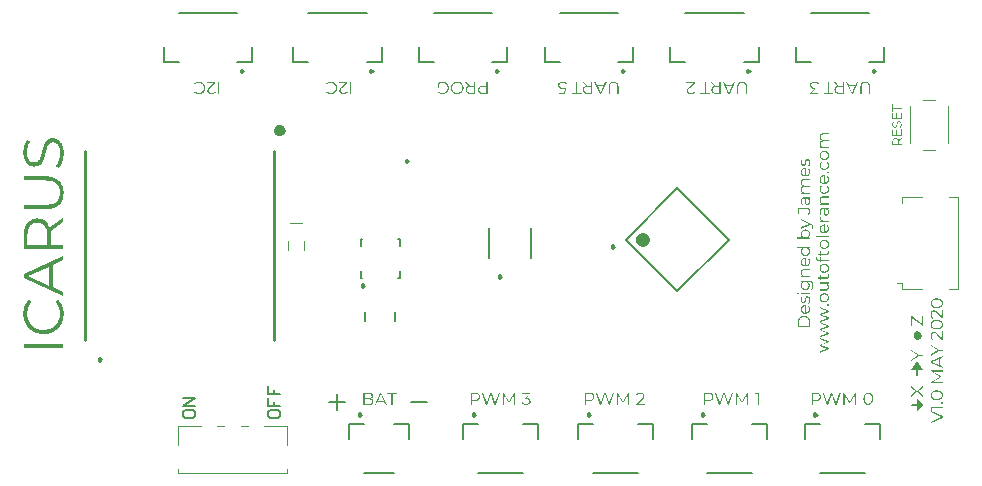
<source format=gto>
G04*
G04 #@! TF.GenerationSoftware,Altium Limited,Altium Designer,20.1.8 (145)*
G04*
G04 Layer_Color=65535*
%FSLAX25Y25*%
%MOIN*%
G70*
G04*
G04 #@! TF.SameCoordinates,34700BE4-7B1B-4339-AD5F-997C77E8816B*
G04*
G04*
G04 #@! TF.FilePolarity,Positive*
G04*
G01*
G75*
%ADD10C,0.01000*%
%ADD11C,0.00984*%
%ADD12C,0.01968*%
%ADD13C,0.00394*%
%ADD14C,0.02362*%
%ADD15C,0.02000*%
%ADD16C,0.00472*%
%ADD17C,0.00800*%
%ADD18C,0.00787*%
G36*
X300845Y22795D02*
Y26711D01*
X303460Y24753D01*
X300845Y22795D01*
D02*
G37*
G36*
X303075Y36331D02*
X299158D01*
X301019Y39383D01*
X303075Y36331D01*
D02*
G37*
G36*
X105712Y132482D02*
X105768D01*
X105828Y132471D01*
X105901Y132466D01*
X105973Y132455D01*
X106056Y132443D01*
X106145Y132421D01*
X106328Y132377D01*
X106517Y132310D01*
X106606Y132271D01*
X106700Y132227D01*
X106705Y132221D01*
X106722Y132216D01*
X106744Y132199D01*
X106778Y132177D01*
X106822Y132149D01*
X106866Y132116D01*
X106922Y132077D01*
X106977Y132033D01*
X107099Y131927D01*
X107222Y131805D01*
X107349Y131655D01*
X107460Y131489D01*
X107466Y131483D01*
X107471Y131467D01*
X107482Y131439D01*
X107505Y131406D01*
X107521Y131361D01*
X107544Y131306D01*
X107571Y131250D01*
X107593Y131178D01*
X107621Y131106D01*
X107643Y131023D01*
X107671Y130934D01*
X107688Y130845D01*
X107721Y130645D01*
X107727Y130540D01*
X107732Y130429D01*
Y130423D01*
Y130401D01*
Y130373D01*
X107727Y130329D01*
X107721Y130279D01*
X107715Y130218D01*
X107710Y130151D01*
X107699Y130079D01*
X107666Y129913D01*
X107616Y129741D01*
X107588Y129646D01*
X107549Y129558D01*
X107510Y129463D01*
X107460Y129374D01*
X107455Y129369D01*
X107449Y129352D01*
X107432Y129330D01*
X107410Y129297D01*
X107383Y129258D01*
X107349Y129208D01*
X107305Y129158D01*
X107260Y129102D01*
X107211Y129041D01*
X107155Y128980D01*
X107022Y128858D01*
X106872Y128742D01*
X106700Y128631D01*
X106694Y128625D01*
X106678Y128620D01*
X106650Y128608D01*
X106617Y128586D01*
X106567Y128570D01*
X106511Y128547D01*
X106450Y128520D01*
X106378Y128497D01*
X106300Y128470D01*
X106217Y128447D01*
X106128Y128425D01*
X106034Y128403D01*
X105828Y128375D01*
X105718Y128370D01*
X105606Y128364D01*
X105529D01*
X105490Y128370D01*
X105446D01*
X105390Y128375D01*
X105335Y128381D01*
X105207Y128403D01*
X105068Y128431D01*
X104918Y128470D01*
X104774Y128520D01*
X104769D01*
X104757Y128525D01*
X104735Y128536D01*
X104707Y128547D01*
X104680Y128564D01*
X104641Y128581D01*
X104546Y128631D01*
X104447Y128692D01*
X104336Y128769D01*
X104230Y128858D01*
X104125Y128958D01*
X104397Y129230D01*
X104402Y129225D01*
X104419Y129208D01*
X104447Y129186D01*
X104480Y129152D01*
X104530Y129119D01*
X104585Y129075D01*
X104652Y129036D01*
X104724Y128986D01*
X104807Y128941D01*
X104896Y128897D01*
X104996Y128858D01*
X105102Y128825D01*
X105212Y128792D01*
X105335Y128769D01*
X105462Y128753D01*
X105595Y128747D01*
X105640D01*
X105679Y128753D01*
X105718D01*
X105768Y128758D01*
X105823Y128764D01*
X105884Y128775D01*
X106023Y128803D01*
X106167Y128841D01*
X106323Y128897D01*
X106472Y128969D01*
X106478D01*
X106489Y128980D01*
X106511Y128991D01*
X106539Y129008D01*
X106572Y129030D01*
X106611Y129058D01*
X106694Y129130D01*
X106794Y129213D01*
X106900Y129319D01*
X107000Y129435D01*
X107088Y129574D01*
Y129580D01*
X107099Y129591D01*
X107111Y129613D01*
X107122Y129641D01*
X107138Y129674D01*
X107160Y129718D01*
X107177Y129768D01*
X107199Y129824D01*
X107222Y129885D01*
X107238Y129946D01*
X107277Y130096D01*
X107299Y130257D01*
X107310Y130429D01*
Y130434D01*
Y130451D01*
Y130473D01*
X107305Y130507D01*
Y130551D01*
X107299Y130601D01*
X107294Y130656D01*
X107283Y130717D01*
X107255Y130851D01*
X107216Y130995D01*
X107160Y131139D01*
X107088Y131289D01*
Y131295D01*
X107077Y131306D01*
X107066Y131328D01*
X107050Y131350D01*
X107027Y131383D01*
X107000Y131422D01*
X106927Y131506D01*
X106839Y131605D01*
X106733Y131705D01*
X106611Y131805D01*
X106472Y131894D01*
X106467D01*
X106456Y131905D01*
X106433Y131916D01*
X106406Y131927D01*
X106367Y131944D01*
X106323Y131961D01*
X106272Y131983D01*
X106217Y132000D01*
X106150Y132022D01*
X106084Y132044D01*
X105934Y132077D01*
X105773Y132099D01*
X105595Y132111D01*
X105562D01*
X105523Y132105D01*
X105473D01*
X105412Y132094D01*
X105340Y132083D01*
X105257Y132072D01*
X105168Y132049D01*
X105079Y132022D01*
X104979Y131988D01*
X104879Y131949D01*
X104780Y131905D01*
X104680Y131850D01*
X104580Y131783D01*
X104485Y131705D01*
X104397Y131622D01*
X104125Y131894D01*
X104130Y131900D01*
X104136Y131905D01*
X104152Y131922D01*
X104175Y131944D01*
X104230Y131994D01*
X104308Y132055D01*
X104402Y132127D01*
X104513Y132205D01*
X104641Y132271D01*
X104780Y132338D01*
X104785D01*
X104796Y132344D01*
X104818Y132349D01*
X104846Y132360D01*
X104879Y132371D01*
X104924Y132388D01*
X104974Y132399D01*
X105029Y132410D01*
X105151Y132438D01*
X105290Y132466D01*
X105446Y132482D01*
X105612Y132488D01*
X105673D01*
X105712Y132482D01*
D02*
G37*
G36*
X112411Y128403D02*
X111984D01*
Y132455D01*
X112411D01*
Y128403D01*
D02*
G37*
G36*
X111101Y132160D02*
X109414Y130512D01*
X109408Y130507D01*
X109397Y130495D01*
X109386Y130479D01*
X109364Y130457D01*
X109308Y130401D01*
X109242Y130323D01*
X109170Y130240D01*
X109098Y130151D01*
X109036Y130057D01*
X108986Y129968D01*
X108981Y129957D01*
X108970Y129929D01*
X108948Y129885D01*
X108925Y129824D01*
X108909Y129757D01*
X108887Y129680D01*
X108876Y129596D01*
X108870Y129508D01*
Y129502D01*
Y129491D01*
Y129474D01*
X108876Y129446D01*
X108881Y129385D01*
X108903Y129302D01*
X108931Y129213D01*
X108975Y129119D01*
X109036Y129030D01*
X109075Y128986D01*
X109120Y128947D01*
X109131Y128936D01*
X109147Y128930D01*
X109164Y128914D01*
X109220Y128886D01*
X109297Y128847D01*
X109397Y128808D01*
X109519Y128780D01*
X109658Y128758D01*
X109819Y128747D01*
X109852D01*
X109886Y128753D01*
X109935D01*
X109997Y128758D01*
X110063Y128769D01*
X110141Y128786D01*
X110224Y128803D01*
X110313Y128830D01*
X110402Y128858D01*
X110491Y128897D01*
X110585Y128941D01*
X110674Y128991D01*
X110763Y129052D01*
X110846Y129125D01*
X110923Y129202D01*
X111223Y128947D01*
X111218Y128941D01*
X111212Y128936D01*
X111179Y128903D01*
X111129Y128853D01*
X111057Y128792D01*
X110968Y128719D01*
X110868Y128647D01*
X110751Y128581D01*
X110618Y128520D01*
X110613D01*
X110601Y128514D01*
X110579Y128503D01*
X110552Y128497D01*
X110518Y128481D01*
X110474Y128470D01*
X110430Y128459D01*
X110374Y128442D01*
X110252Y128414D01*
X110108Y128386D01*
X109952Y128370D01*
X109786Y128364D01*
X109725D01*
X109680Y128370D01*
X109630Y128375D01*
X109569Y128381D01*
X109503Y128386D01*
X109431Y128403D01*
X109275Y128436D01*
X109109Y128486D01*
X109025Y128520D01*
X108948Y128559D01*
X108876Y128608D01*
X108803Y128658D01*
X108798Y128664D01*
X108787Y128670D01*
X108770Y128686D01*
X108748Y128714D01*
X108720Y128742D01*
X108687Y128780D01*
X108659Y128819D01*
X108620Y128869D01*
X108587Y128925D01*
X108559Y128986D01*
X108526Y129052D01*
X108498Y129119D01*
X108476Y129197D01*
X108459Y129280D01*
X108448Y129369D01*
X108443Y129463D01*
Y129469D01*
Y129474D01*
Y129491D01*
Y129519D01*
X108448Y129574D01*
X108459Y129657D01*
X108476Y129746D01*
X108504Y129852D01*
X108537Y129957D01*
X108581Y130068D01*
Y130074D01*
X108587Y130079D01*
X108598Y130096D01*
X108609Y130118D01*
X108626Y130146D01*
X108648Y130179D01*
X108698Y130257D01*
X108770Y130357D01*
X108864Y130468D01*
X108975Y130595D01*
X109036Y130662D01*
X109109Y130728D01*
X110485Y132088D01*
X108254D01*
Y132455D01*
X111101D01*
Y132160D01*
D02*
G37*
G36*
X266903Y132482D02*
X266953D01*
X267003Y132477D01*
X267058Y132471D01*
X267186Y132455D01*
X267330Y132427D01*
X267475Y132394D01*
X267624Y132349D01*
X267630D01*
X267641Y132344D01*
X267663Y132333D01*
X267691Y132321D01*
X267724Y132310D01*
X267758Y132294D01*
X267846Y132249D01*
X267946Y132194D01*
X268052Y132133D01*
X268157Y132055D01*
X268252Y131972D01*
X268052Y131639D01*
X268041Y131650D01*
X268013Y131672D01*
X267969Y131711D01*
X267908Y131761D01*
X267830Y131816D01*
X267735Y131872D01*
X267630Y131927D01*
X267513Y131983D01*
X267508D01*
X267497Y131988D01*
X267480Y131994D01*
X267452Y132005D01*
X267425Y132011D01*
X267386Y132022D01*
X267297Y132044D01*
X267186Y132072D01*
X267064Y132088D01*
X266931Y132105D01*
X266792Y132111D01*
X266742D01*
X266709Y132105D01*
X266670D01*
X266620Y132099D01*
X266509Y132083D01*
X266381Y132055D01*
X266254Y132022D01*
X266131Y131966D01*
X266020Y131894D01*
X266015D01*
X266009Y131883D01*
X265976Y131855D01*
X265932Y131805D01*
X265882Y131739D01*
X265832Y131650D01*
X265793Y131550D01*
X265760Y131428D01*
X265754Y131367D01*
X265749Y131295D01*
Y131289D01*
Y131278D01*
Y131256D01*
X265754Y131234D01*
Y131200D01*
X265765Y131161D01*
X265782Y131078D01*
X265815Y130984D01*
X265865Y130889D01*
X265893Y130840D01*
X265932Y130790D01*
X265970Y130745D01*
X266020Y130706D01*
X266026D01*
X266032Y130695D01*
X266048Y130684D01*
X266070Y130673D01*
X266098Y130656D01*
X266137Y130640D01*
X266176Y130617D01*
X266226Y130595D01*
X266281Y130579D01*
X266342Y130556D01*
X266409Y130540D01*
X266481Y130523D01*
X266564Y130512D01*
X266648Y130501D01*
X266742Y130490D01*
X267136D01*
Y130179D01*
X266009Y128775D01*
X268085D01*
Y128403D01*
X265477D01*
Y128697D01*
X266625Y130140D01*
X266598D01*
X266564Y130146D01*
X266520Y130151D01*
X266464Y130157D01*
X266403Y130168D01*
X266337Y130179D01*
X266265Y130196D01*
X266109Y130240D01*
X265948Y130301D01*
X265865Y130334D01*
X265793Y130379D01*
X265721Y130429D01*
X265654Y130484D01*
X265649Y130490D01*
X265637Y130501D01*
X265621Y130518D01*
X265604Y130540D01*
X265577Y130573D01*
X265549Y130606D01*
X265521Y130651D01*
X265488Y130701D01*
X265454Y130756D01*
X265427Y130817D01*
X265371Y130956D01*
X265354Y131034D01*
X265338Y131117D01*
X265327Y131200D01*
X265321Y131295D01*
Y131300D01*
Y131311D01*
Y131328D01*
Y131350D01*
X265327Y131383D01*
X265332Y131417D01*
X265343Y131500D01*
X265360Y131594D01*
X265393Y131700D01*
X265432Y131805D01*
X265488Y131911D01*
Y131916D01*
X265493Y131922D01*
X265521Y131955D01*
X265560Y132005D01*
X265610Y132061D01*
X265682Y132133D01*
X265771Y132199D01*
X265871Y132271D01*
X265987Y132333D01*
X265993D01*
X266004Y132338D01*
X266020Y132349D01*
X266048Y132355D01*
X266076Y132366D01*
X266115Y132382D01*
X266159Y132394D01*
X266209Y132410D01*
X266265Y132427D01*
X266326Y132438D01*
X266464Y132466D01*
X266620Y132482D01*
X266792Y132488D01*
X266864D01*
X266903Y132482D01*
D02*
G37*
G36*
X279629Y128403D02*
X279207D01*
X277354Y132455D01*
X277803D01*
X278292Y131372D01*
X280550D01*
X281039Y132455D01*
X281483D01*
X279629Y128403D01*
D02*
G37*
G36*
X276677D02*
X275089D01*
X275034Y128409D01*
X274967Y128414D01*
X274895Y128425D01*
X274806Y128436D01*
X274717Y128447D01*
X274523Y128492D01*
X274423Y128525D01*
X274323Y128559D01*
X274223Y128603D01*
X274124Y128653D01*
X274029Y128708D01*
X273946Y128775D01*
X273940Y128780D01*
X273929Y128792D01*
X273907Y128814D01*
X273874Y128841D01*
X273840Y128880D01*
X273807Y128925D01*
X273763Y128980D01*
X273724Y129041D01*
X273685Y129108D01*
X273641Y129186D01*
X273607Y129269D01*
X273569Y129358D01*
X273541Y129458D01*
X273518Y129563D01*
X273507Y129674D01*
X273502Y129791D01*
Y129796D01*
Y129813D01*
Y129835D01*
X273507Y129868D01*
Y129913D01*
X273513Y129957D01*
X273524Y130013D01*
X273530Y130068D01*
X273563Y130196D01*
X273607Y130329D01*
X273663Y130468D01*
X273702Y130534D01*
X273746Y130595D01*
Y130601D01*
X273757Y130612D01*
X273768Y130629D01*
X273791Y130651D01*
X273846Y130706D01*
X273918Y130779D01*
X274018Y130856D01*
X274135Y130934D01*
X274273Y131006D01*
X274429Y131067D01*
X273441Y132455D01*
X273907D01*
X274834Y131156D01*
X274862D01*
X274895Y131161D01*
X274934D01*
X274984Y131167D01*
X275039D01*
X275161Y131173D01*
X276249D01*
Y132455D01*
X276677D01*
Y128403D01*
D02*
G37*
G36*
X283869Y132482D02*
X283919D01*
X283986Y132471D01*
X284064Y132466D01*
X284147Y132449D01*
X284241Y132432D01*
X284335Y132410D01*
X284441Y132377D01*
X284541Y132344D01*
X284646Y132299D01*
X284746Y132249D01*
X284840Y132188D01*
X284935Y132116D01*
X285024Y132038D01*
X285029Y132033D01*
X285040Y132016D01*
X285063Y131988D01*
X285090Y131955D01*
X285124Y131905D01*
X285162Y131850D01*
X285201Y131783D01*
X285240Y131705D01*
X285284Y131616D01*
X285323Y131522D01*
X285362Y131411D01*
X285396Y131295D01*
X285423Y131167D01*
X285445Y131028D01*
X285457Y130878D01*
X285462Y130723D01*
Y128403D01*
X285029D01*
Y130706D01*
Y130712D01*
Y130740D01*
Y130773D01*
X285024Y130823D01*
X285018Y130884D01*
X285013Y130950D01*
X285001Y131023D01*
X284990Y131106D01*
X284951Y131278D01*
X284924Y131367D01*
X284896Y131456D01*
X284857Y131539D01*
X284818Y131622D01*
X284768Y131694D01*
X284713Y131766D01*
X284707Y131772D01*
X284696Y131783D01*
X284680Y131800D01*
X284652Y131822D01*
X284618Y131844D01*
X284580Y131877D01*
X284535Y131905D01*
X284480Y131938D01*
X284419Y131972D01*
X284347Y132000D01*
X284274Y132033D01*
X284191Y132055D01*
X284102Y132077D01*
X284002Y132094D01*
X283903Y132105D01*
X283792Y132111D01*
X283731D01*
X283692Y132105D01*
X283642Y132099D01*
X283581Y132094D01*
X283514Y132083D01*
X283448Y132066D01*
X283298Y132027D01*
X283220Y132000D01*
X283142Y131966D01*
X283070Y131927D01*
X282998Y131877D01*
X282926Y131827D01*
X282865Y131766D01*
X282859Y131761D01*
X282854Y131750D01*
X282837Y131728D01*
X282815Y131700D01*
X282793Y131661D01*
X282765Y131616D01*
X282737Y131567D01*
X282704Y131500D01*
X282676Y131433D01*
X282648Y131356D01*
X282621Y131267D01*
X282598Y131173D01*
X282576Y131067D01*
X282559Y130956D01*
X282554Y130834D01*
X282548Y130706D01*
Y128403D01*
X282127D01*
Y130723D01*
Y130734D01*
Y130762D01*
Y130806D01*
X282132Y130867D01*
X282138Y130939D01*
X282149Y131023D01*
X282165Y131112D01*
X282182Y131211D01*
X282204Y131317D01*
X282232Y131422D01*
X282271Y131533D01*
X282310Y131644D01*
X282360Y131750D01*
X282421Y131855D01*
X282487Y131949D01*
X282565Y132038D01*
X282571Y132044D01*
X282587Y132055D01*
X282609Y132077D01*
X282648Y132111D01*
X282693Y132144D01*
X282743Y132183D01*
X282809Y132221D01*
X282881Y132260D01*
X282965Y132305D01*
X283059Y132344D01*
X283159Y132382D01*
X283270Y132416D01*
X283386Y132443D01*
X283514Y132466D01*
X283647Y132482D01*
X283792Y132488D01*
X283825D01*
X283869Y132482D01*
D02*
G37*
G36*
X271698Y128775D02*
X273125D01*
Y128403D01*
X269844D01*
Y128775D01*
X271271D01*
Y132455D01*
X271698D01*
Y128775D01*
D02*
G37*
G36*
X153697Y128403D02*
X152109D01*
X152054Y128409D01*
X151987Y128414D01*
X151915Y128425D01*
X151826Y128436D01*
X151737Y128447D01*
X151543Y128492D01*
X151443Y128525D01*
X151344Y128559D01*
X151244Y128603D01*
X151144Y128653D01*
X151049Y128708D01*
X150966Y128775D01*
X150961Y128780D01*
X150949Y128792D01*
X150927Y128814D01*
X150894Y128841D01*
X150861Y128880D01*
X150827Y128925D01*
X150783Y128980D01*
X150744Y129041D01*
X150705Y129108D01*
X150661Y129186D01*
X150628Y129269D01*
X150589Y129358D01*
X150561Y129458D01*
X150539Y129563D01*
X150528Y129674D01*
X150522Y129791D01*
Y129796D01*
Y129813D01*
Y129835D01*
X150528Y129868D01*
Y129913D01*
X150533Y129957D01*
X150544Y130013D01*
X150550Y130068D01*
X150583Y130196D01*
X150628Y130329D01*
X150683Y130468D01*
X150722Y130534D01*
X150766Y130595D01*
Y130601D01*
X150777Y130612D01*
X150788Y130629D01*
X150811Y130651D01*
X150866Y130706D01*
X150938Y130779D01*
X151038Y130856D01*
X151155Y130934D01*
X151294Y131006D01*
X151449Y131067D01*
X150461Y132455D01*
X150927D01*
X151854Y131156D01*
X151882D01*
X151915Y131161D01*
X151954D01*
X152004Y131167D01*
X152059D01*
X152181Y131173D01*
X153269D01*
Y132455D01*
X153697D01*
Y128403D01*
D02*
G37*
G36*
X142974Y132482D02*
X143024D01*
X143085Y132471D01*
X143157Y132466D01*
X143235Y132455D01*
X143318Y132443D01*
X143407Y132421D01*
X143590Y132377D01*
X143779Y132310D01*
X143873Y132271D01*
X143967Y132227D01*
X143973Y132221D01*
X143990Y132216D01*
X144012Y132199D01*
X144045Y132177D01*
X144090Y132149D01*
X144134Y132116D01*
X144190Y132077D01*
X144245Y132033D01*
X144367Y131927D01*
X144489Y131805D01*
X144617Y131655D01*
X144728Y131489D01*
X144733Y131483D01*
X144739Y131467D01*
X144756Y131439D01*
X144772Y131406D01*
X144794Y131361D01*
X144817Y131306D01*
X144839Y131250D01*
X144867Y131178D01*
X144894Y131106D01*
X144917Y131023D01*
X144939Y130934D01*
X144961Y130845D01*
X144994Y130645D01*
X145000Y130540D01*
X145005Y130429D01*
Y130423D01*
Y130401D01*
Y130373D01*
X145000Y130329D01*
X144994Y130279D01*
X144989Y130218D01*
X144983Y130151D01*
X144972Y130079D01*
X144939Y129913D01*
X144889Y129741D01*
X144855Y129646D01*
X144817Y129558D01*
X144778Y129463D01*
X144728Y129374D01*
X144722Y129369D01*
X144717Y129352D01*
X144700Y129330D01*
X144678Y129297D01*
X144650Y129258D01*
X144617Y129208D01*
X144572Y129158D01*
X144528Y129102D01*
X144478Y129041D01*
X144423Y128980D01*
X144289Y128858D01*
X144140Y128742D01*
X143967Y128631D01*
X143962Y128625D01*
X143945Y128620D01*
X143918Y128608D01*
X143879Y128586D01*
X143834Y128570D01*
X143779Y128547D01*
X143718Y128520D01*
X143646Y128497D01*
X143568Y128470D01*
X143485Y128447D01*
X143390Y128425D01*
X143296Y128403D01*
X143085Y128375D01*
X142974Y128370D01*
X142863Y128364D01*
X142785D01*
X142741Y128370D01*
X142697D01*
X142641Y128375D01*
X142580Y128381D01*
X142452Y128403D01*
X142308Y128425D01*
X142158Y128464D01*
X142014Y128514D01*
X142008D01*
X141997Y128520D01*
X141975Y128531D01*
X141947Y128542D01*
X141914Y128559D01*
X141875Y128575D01*
X141786Y128625D01*
X141681Y128686D01*
X141570Y128764D01*
X141459Y128853D01*
X141353Y128953D01*
X141625Y129225D01*
X141631Y129219D01*
X141648Y129202D01*
X141675Y129180D01*
X141709Y129152D01*
X141759Y129113D01*
X141814Y129075D01*
X141881Y129030D01*
X141958Y128986D01*
X142042Y128941D01*
X142130Y128897D01*
X142236Y128858D01*
X142341Y128819D01*
X142458Y128792D01*
X142580Y128769D01*
X142708Y128753D01*
X142846Y128747D01*
X142896D01*
X142930Y128753D01*
X142974D01*
X143024Y128758D01*
X143079Y128764D01*
X143141Y128775D01*
X143279Y128803D01*
X143429Y128841D01*
X143585Y128897D01*
X143740Y128969D01*
X143746D01*
X143757Y128980D01*
X143779Y128991D01*
X143807Y129008D01*
X143840Y129030D01*
X143879Y129058D01*
X143967Y129125D01*
X144067Y129208D01*
X144167Y129313D01*
X144267Y129435D01*
X144362Y129569D01*
Y129574D01*
X144373Y129585D01*
X144384Y129607D01*
X144395Y129635D01*
X144412Y129674D01*
X144434Y129713D01*
X144450Y129763D01*
X144473Y129818D01*
X144495Y129879D01*
X144511Y129946D01*
X144550Y130090D01*
X144572Y130257D01*
X144583Y130429D01*
Y130434D01*
Y130451D01*
Y130473D01*
X144578Y130507D01*
Y130551D01*
X144572Y130601D01*
X144567Y130656D01*
X144556Y130717D01*
X144528Y130851D01*
X144489Y130995D01*
X144434Y131139D01*
X144362Y131289D01*
X144356Y131295D01*
X144351Y131306D01*
X144339Y131328D01*
X144317Y131350D01*
X144295Y131383D01*
X144267Y131422D01*
X144201Y131506D01*
X144112Y131605D01*
X144001Y131705D01*
X143879Y131805D01*
X143740Y131894D01*
X143734D01*
X143723Y131905D01*
X143701Y131916D01*
X143668Y131927D01*
X143634Y131944D01*
X143590Y131961D01*
X143540Y131983D01*
X143479Y132000D01*
X143418Y132022D01*
X143351Y132044D01*
X143202Y132077D01*
X143029Y132099D01*
X142852Y132111D01*
X142791D01*
X142746Y132105D01*
X142691Y132099D01*
X142630Y132094D01*
X142558Y132083D01*
X142486Y132072D01*
X142319Y132033D01*
X142230Y132005D01*
X142142Y131977D01*
X142053Y131938D01*
X141964Y131900D01*
X141875Y131850D01*
X141792Y131794D01*
Y130429D01*
X141381D01*
Y131977D01*
X141387D01*
X141392Y131988D01*
X141409Y132000D01*
X141431Y132016D01*
X141459Y132038D01*
X141492Y132061D01*
X141570Y132116D01*
X141670Y132183D01*
X141786Y132244D01*
X141914Y132305D01*
X142053Y132360D01*
X142058D01*
X142069Y132366D01*
X142092Y132371D01*
X142119Y132382D01*
X142158Y132388D01*
X142197Y132399D01*
X142247Y132410D01*
X142303Y132421D01*
X142425Y132449D01*
X142563Y132466D01*
X142713Y132482D01*
X142869Y132488D01*
X142930D01*
X142974Y132482D01*
D02*
G37*
G36*
X157859Y128403D02*
X156272D01*
X156216Y128409D01*
X156150Y128414D01*
X156078Y128425D01*
X155989Y128436D01*
X155900Y128447D01*
X155706Y128492D01*
X155606Y128525D01*
X155506Y128559D01*
X155406Y128603D01*
X155306Y128653D01*
X155212Y128708D01*
X155129Y128775D01*
X155123Y128780D01*
X155112Y128792D01*
X155090Y128814D01*
X155056Y128841D01*
X155023Y128880D01*
X154990Y128925D01*
X154945Y128980D01*
X154906Y129041D01*
X154868Y129108D01*
X154823Y129186D01*
X154790Y129269D01*
X154751Y129358D01*
X154723Y129458D01*
X154701Y129563D01*
X154690Y129674D01*
X154684Y129791D01*
Y129796D01*
Y129818D01*
Y129852D01*
X154690Y129896D01*
X154696Y129952D01*
X154707Y130018D01*
X154723Y130085D01*
X154740Y130162D01*
X154762Y130240D01*
X154790Y130323D01*
X154829Y130412D01*
X154873Y130495D01*
X154923Y130579D01*
X154984Y130662D01*
X155051Y130740D01*
X155129Y130812D01*
X155134Y130817D01*
X155151Y130828D01*
X155173Y130845D01*
X155206Y130867D01*
X155256Y130895D01*
X155306Y130928D01*
X155373Y130962D01*
X155445Y130995D01*
X155528Y131028D01*
X155617Y131061D01*
X155717Y131095D01*
X155828Y131123D01*
X155944Y131145D01*
X156067Y131161D01*
X156200Y131173D01*
X156344Y131178D01*
X157432D01*
Y132455D01*
X157859D01*
Y128403D01*
D02*
G37*
G36*
X147836Y132482D02*
X147891D01*
X147952Y132471D01*
X148024Y132466D01*
X148097Y132455D01*
X148180Y132438D01*
X148269Y132421D01*
X148452Y132377D01*
X148641Y132310D01*
X148735Y132266D01*
X148829Y132221D01*
X148835Y132216D01*
X148852Y132210D01*
X148874Y132194D01*
X148907Y132171D01*
X148951Y132144D01*
X148996Y132111D01*
X149051Y132072D01*
X149107Y132027D01*
X149229Y131927D01*
X149356Y131800D01*
X149484Y131655D01*
X149595Y131489D01*
X149601Y131483D01*
X149606Y131467D01*
X149617Y131439D01*
X149640Y131406D01*
X149656Y131361D01*
X149678Y131306D01*
X149706Y131250D01*
X149728Y131178D01*
X149756Y131106D01*
X149778Y131023D01*
X149806Y130934D01*
X149823Y130845D01*
X149856Y130645D01*
X149862Y130540D01*
X149867Y130429D01*
Y130423D01*
Y130401D01*
Y130373D01*
X149862Y130329D01*
X149856Y130279D01*
X149850Y130218D01*
X149845Y130151D01*
X149834Y130079D01*
X149801Y129918D01*
X149751Y129741D01*
X149723Y129652D01*
X149684Y129558D01*
X149645Y129469D01*
X149595Y129380D01*
X149590Y129374D01*
X149584Y129358D01*
X149567Y129335D01*
X149545Y129302D01*
X149518Y129263D01*
X149484Y129213D01*
X149440Y129163D01*
X149395Y129108D01*
X149346Y129052D01*
X149284Y128991D01*
X149157Y128869D01*
X149001Y128747D01*
X148829Y128636D01*
X148824Y128631D01*
X148807Y128625D01*
X148779Y128608D01*
X148746Y128592D01*
X148696Y128575D01*
X148641Y128547D01*
X148580Y128525D01*
X148507Y128497D01*
X148430Y128475D01*
X148346Y128447D01*
X148258Y128425D01*
X148163Y128409D01*
X147958Y128375D01*
X147847Y128370D01*
X147736Y128364D01*
X147675D01*
X147636Y128370D01*
X147581D01*
X147520Y128375D01*
X147447Y128386D01*
X147375Y128398D01*
X147292Y128414D01*
X147203Y128431D01*
X147020Y128475D01*
X146831Y128542D01*
X146742Y128586D01*
X146648Y128631D01*
X146643Y128636D01*
X146626Y128642D01*
X146604Y128658D01*
X146571Y128681D01*
X146526Y128708D01*
X146482Y128742D01*
X146426Y128780D01*
X146371Y128825D01*
X146310Y128875D01*
X146249Y128930D01*
X146121Y129058D01*
X145999Y129208D01*
X145888Y129374D01*
X145882Y129380D01*
X145877Y129396D01*
X145860Y129424D01*
X145843Y129458D01*
X145821Y129502D01*
X145799Y129552D01*
X145777Y129613D01*
X145749Y129685D01*
X145721Y129757D01*
X145699Y129841D01*
X145677Y129924D01*
X145655Y130018D01*
X145621Y130218D01*
X145616Y130323D01*
X145610Y130429D01*
Y130434D01*
Y130457D01*
Y130484D01*
X145616Y130529D01*
Y130579D01*
X145627Y130640D01*
X145633Y130706D01*
X145644Y130784D01*
X145677Y130945D01*
X145727Y131123D01*
X145760Y131217D01*
X145793Y131306D01*
X145838Y131400D01*
X145888Y131489D01*
X145893Y131494D01*
X145899Y131511D01*
X145916Y131533D01*
X145938Y131567D01*
X145966Y131605D01*
X145999Y131650D01*
X146043Y131705D01*
X146088Y131755D01*
X146138Y131816D01*
X146193Y131877D01*
X146326Y132000D01*
X146476Y132116D01*
X146648Y132227D01*
X146654D01*
X146670Y132238D01*
X146698Y132249D01*
X146731Y132266D01*
X146776Y132288D01*
X146831Y132310D01*
X146892Y132333D01*
X146965Y132355D01*
X147042Y132382D01*
X147125Y132405D01*
X147214Y132427D01*
X147309Y132449D01*
X147514Y132477D01*
X147625Y132482D01*
X147736Y132488D01*
X147797D01*
X147836Y132482D01*
D02*
G37*
G36*
X238539Y128403D02*
X238118D01*
X236264Y132455D01*
X236713D01*
X237202Y131372D01*
X239461D01*
X239949Y132455D01*
X240393D01*
X238539Y128403D01*
D02*
G37*
G36*
X235587D02*
X233999D01*
X233944Y128409D01*
X233877Y128414D01*
X233805Y128425D01*
X233716Y128436D01*
X233628Y128447D01*
X233433Y128492D01*
X233333Y128525D01*
X233233Y128559D01*
X233134Y128603D01*
X233034Y128653D01*
X232939Y128708D01*
X232856Y128775D01*
X232851Y128780D01*
X232839Y128792D01*
X232817Y128814D01*
X232784Y128841D01*
X232751Y128880D01*
X232717Y128925D01*
X232673Y128980D01*
X232634Y129041D01*
X232595Y129108D01*
X232551Y129186D01*
X232518Y129269D01*
X232479Y129358D01*
X232451Y129458D01*
X232429Y129563D01*
X232418Y129674D01*
X232412Y129791D01*
Y129796D01*
Y129813D01*
Y129835D01*
X232418Y129868D01*
Y129913D01*
X232423Y129957D01*
X232434Y130013D01*
X232440Y130068D01*
X232473Y130196D01*
X232518Y130329D01*
X232573Y130468D01*
X232612Y130534D01*
X232656Y130595D01*
Y130601D01*
X232667Y130612D01*
X232679Y130629D01*
X232701Y130651D01*
X232756Y130706D01*
X232828Y130779D01*
X232928Y130856D01*
X233045Y130934D01*
X233184Y131006D01*
X233339Y131067D01*
X232351Y132455D01*
X232817D01*
X233744Y131156D01*
X233772D01*
X233805Y131161D01*
X233844D01*
X233894Y131167D01*
X233949D01*
X234072Y131173D01*
X235159D01*
Y132455D01*
X235587D01*
Y128403D01*
D02*
G37*
G36*
X242779Y132482D02*
X242829D01*
X242896Y132471D01*
X242974Y132466D01*
X243057Y132449D01*
X243151Y132432D01*
X243246Y132410D01*
X243351Y132377D01*
X243451Y132344D01*
X243556Y132299D01*
X243656Y132249D01*
X243751Y132188D01*
X243845Y132116D01*
X243934Y132038D01*
X243939Y132033D01*
X243951Y132016D01*
X243973Y131988D01*
X244001Y131955D01*
X244034Y131905D01*
X244073Y131850D01*
X244111Y131783D01*
X244150Y131705D01*
X244195Y131616D01*
X244234Y131522D01*
X244272Y131411D01*
X244306Y131295D01*
X244334Y131167D01*
X244356Y131028D01*
X244367Y130878D01*
X244372Y130723D01*
Y128403D01*
X243939D01*
Y130706D01*
Y130712D01*
Y130740D01*
Y130773D01*
X243934Y130823D01*
X243928Y130884D01*
X243923Y130950D01*
X243912Y131023D01*
X243901Y131106D01*
X243862Y131278D01*
X243834Y131367D01*
X243806Y131456D01*
X243767Y131539D01*
X243729Y131622D01*
X243679Y131694D01*
X243623Y131766D01*
X243618Y131772D01*
X243606Y131783D01*
X243590Y131800D01*
X243562Y131822D01*
X243529Y131844D01*
X243490Y131877D01*
X243445Y131905D01*
X243390Y131938D01*
X243329Y131972D01*
X243257Y132000D01*
X243185Y132033D01*
X243101Y132055D01*
X243013Y132077D01*
X242913Y132094D01*
X242813Y132105D01*
X242702Y132111D01*
X242641D01*
X242602Y132105D01*
X242552Y132099D01*
X242491Y132094D01*
X242424Y132083D01*
X242358Y132066D01*
X242208Y132027D01*
X242130Y132000D01*
X242053Y131966D01*
X241980Y131927D01*
X241908Y131877D01*
X241836Y131827D01*
X241775Y131766D01*
X241769Y131761D01*
X241764Y131750D01*
X241747Y131728D01*
X241725Y131700D01*
X241703Y131661D01*
X241675Y131616D01*
X241647Y131567D01*
X241614Y131500D01*
X241586Y131433D01*
X241559Y131356D01*
X241531Y131267D01*
X241509Y131173D01*
X241486Y131067D01*
X241470Y130956D01*
X241464Y130834D01*
X241459Y130706D01*
Y128403D01*
X241037D01*
Y130723D01*
Y130734D01*
Y130762D01*
Y130806D01*
X241042Y130867D01*
X241048Y130939D01*
X241059Y131023D01*
X241076Y131112D01*
X241092Y131211D01*
X241114Y131317D01*
X241142Y131422D01*
X241181Y131533D01*
X241220Y131644D01*
X241270Y131750D01*
X241331Y131855D01*
X241398Y131949D01*
X241475Y132038D01*
X241481Y132044D01*
X241497Y132055D01*
X241520Y132077D01*
X241559Y132111D01*
X241603Y132144D01*
X241653Y132183D01*
X241720Y132221D01*
X241792Y132260D01*
X241875Y132305D01*
X241969Y132344D01*
X242069Y132382D01*
X242180Y132416D01*
X242297Y132443D01*
X242424Y132466D01*
X242558Y132482D01*
X242702Y132488D01*
X242735D01*
X242779Y132482D01*
D02*
G37*
G36*
X230608Y128775D02*
X232035D01*
Y128403D01*
X228755D01*
Y128775D01*
X230181D01*
Y132455D01*
X230608D01*
Y128775D01*
D02*
G37*
G36*
X226990Y132160D02*
X225303Y130512D01*
X225297Y130507D01*
X225286Y130495D01*
X225275Y130479D01*
X225253Y130457D01*
X225197Y130401D01*
X225131Y130323D01*
X225058Y130240D01*
X224986Y130151D01*
X224925Y130057D01*
X224875Y129968D01*
X224870Y129957D01*
X224859Y129929D01*
X224836Y129885D01*
X224814Y129824D01*
X224798Y129757D01*
X224775Y129680D01*
X224764Y129596D01*
X224759Y129508D01*
Y129502D01*
Y129491D01*
Y129474D01*
X224764Y129446D01*
X224770Y129385D01*
X224792Y129302D01*
X224820Y129213D01*
X224864Y129119D01*
X224925Y129030D01*
X224964Y128986D01*
X225008Y128947D01*
X225020Y128936D01*
X225036Y128930D01*
X225053Y128914D01*
X225108Y128886D01*
X225186Y128847D01*
X225286Y128808D01*
X225408Y128780D01*
X225547Y128758D01*
X225708Y128747D01*
X225741D01*
X225774Y128753D01*
X225824D01*
X225885Y128758D01*
X225952Y128769D01*
X226030Y128786D01*
X226113Y128803D01*
X226202Y128830D01*
X226290Y128858D01*
X226379Y128897D01*
X226474Y128941D01*
X226562Y128991D01*
X226651Y129052D01*
X226734Y129125D01*
X226812Y129202D01*
X227112Y128947D01*
X227106Y128941D01*
X227101Y128936D01*
X227067Y128903D01*
X227017Y128853D01*
X226945Y128792D01*
X226857Y128719D01*
X226757Y128647D01*
X226640Y128581D01*
X226507Y128520D01*
X226501D01*
X226490Y128514D01*
X226468Y128503D01*
X226440Y128497D01*
X226407Y128481D01*
X226363Y128470D01*
X226318Y128459D01*
X226263Y128442D01*
X226141Y128414D01*
X225996Y128386D01*
X225841Y128370D01*
X225674Y128364D01*
X225613D01*
X225569Y128370D01*
X225519Y128375D01*
X225458Y128381D01*
X225391Y128386D01*
X225319Y128403D01*
X225164Y128436D01*
X224997Y128486D01*
X224914Y128520D01*
X224836Y128559D01*
X224764Y128608D01*
X224692Y128658D01*
X224687Y128664D01*
X224675Y128670D01*
X224659Y128686D01*
X224637Y128714D01*
X224609Y128742D01*
X224575Y128780D01*
X224548Y128819D01*
X224509Y128869D01*
X224476Y128925D01*
X224448Y128986D01*
X224415Y129052D01*
X224387Y129119D01*
X224365Y129197D01*
X224348Y129280D01*
X224337Y129369D01*
X224331Y129463D01*
Y129469D01*
Y129474D01*
Y129491D01*
Y129519D01*
X224337Y129574D01*
X224348Y129657D01*
X224365Y129746D01*
X224392Y129852D01*
X224426Y129957D01*
X224470Y130068D01*
Y130074D01*
X224476Y130079D01*
X224487Y130096D01*
X224498Y130118D01*
X224515Y130146D01*
X224537Y130179D01*
X224587Y130257D01*
X224659Y130357D01*
X224753Y130468D01*
X224864Y130595D01*
X224925Y130662D01*
X224997Y130728D01*
X226374Y132088D01*
X224143D01*
Y132455D01*
X226990D01*
Y132160D01*
D02*
G37*
G36*
X182918Y132482D02*
X182968D01*
X183018Y132477D01*
X183073Y132471D01*
X183201Y132455D01*
X183345Y132427D01*
X183489Y132394D01*
X183639Y132349D01*
X183645D01*
X183656Y132344D01*
X183678Y132333D01*
X183706Y132321D01*
X183739Y132310D01*
X183773Y132294D01*
X183861Y132249D01*
X183961Y132194D01*
X184067Y132133D01*
X184172Y132055D01*
X184266Y131972D01*
X184061Y131639D01*
X184050Y131650D01*
X184022Y131672D01*
X183978Y131711D01*
X183917Y131761D01*
X183839Y131816D01*
X183750Y131872D01*
X183645Y131927D01*
X183528Y131983D01*
X183523D01*
X183512Y131988D01*
X183495Y131994D01*
X183473Y132005D01*
X183440Y132011D01*
X183401Y132022D01*
X183312Y132044D01*
X183206Y132072D01*
X183090Y132088D01*
X182957Y132105D01*
X182818Y132111D01*
X182768D01*
X182735Y132105D01*
X182690D01*
X182646Y132099D01*
X182529Y132083D01*
X182407Y132055D01*
X182280Y132016D01*
X182152Y131961D01*
X182041Y131883D01*
X182035Y131877D01*
X182030Y131872D01*
X181997Y131844D01*
X181952Y131789D01*
X181902Y131722D01*
X181852Y131639D01*
X181808Y131533D01*
X181774Y131417D01*
X181769Y131350D01*
X181763Y131283D01*
Y131278D01*
Y131267D01*
Y131245D01*
X181769Y131211D01*
X181774Y131178D01*
X181780Y131139D01*
X181802Y131045D01*
X181841Y130945D01*
X181897Y130840D01*
X181930Y130790D01*
X181969Y130740D01*
X182019Y130695D01*
X182074Y130651D01*
X182080D01*
X182091Y130640D01*
X182107Y130629D01*
X182135Y130617D01*
X182168Y130601D01*
X182207Y130584D01*
X182257Y130562D01*
X182318Y130540D01*
X182385Y130523D01*
X182463Y130501D01*
X182546Y130484D01*
X182640Y130468D01*
X182746Y130457D01*
X182862Y130446D01*
X182984Y130434D01*
X183978D01*
X183773Y128403D01*
X181553D01*
Y128775D01*
X183406D01*
X183545Y130062D01*
X182940D01*
X182879Y130068D01*
X182807Y130074D01*
X182723Y130079D01*
X182629Y130090D01*
X182529Y130101D01*
X182324Y130140D01*
X182213Y130162D01*
X182107Y130196D01*
X182008Y130235D01*
X181913Y130273D01*
X181819Y130323D01*
X181741Y130379D01*
X181736Y130384D01*
X181725Y130395D01*
X181702Y130412D01*
X181680Y130434D01*
X181647Y130468D01*
X181614Y130507D01*
X181575Y130556D01*
X181536Y130606D01*
X181502Y130667D01*
X181464Y130734D01*
X181430Y130806D01*
X181397Y130884D01*
X181375Y130967D01*
X181353Y131061D01*
X181342Y131156D01*
X181336Y131261D01*
Y131267D01*
Y131278D01*
Y131295D01*
Y131322D01*
X181342Y131350D01*
X181347Y131389D01*
X181358Y131472D01*
X181375Y131572D01*
X181408Y131678D01*
X181447Y131789D01*
X181502Y131894D01*
Y131900D01*
X181508Y131905D01*
X181536Y131938D01*
X181575Y131988D01*
X181625Y132055D01*
X181697Y132122D01*
X181786Y132194D01*
X181886Y132266D01*
X182002Y132333D01*
X182008D01*
X182019Y132338D01*
X182035Y132349D01*
X182063Y132355D01*
X182091Y132366D01*
X182130Y132382D01*
X182174Y132394D01*
X182224Y132410D01*
X182280Y132427D01*
X182341Y132438D01*
X182479Y132466D01*
X182635Y132482D01*
X182807Y132488D01*
X182879D01*
X182918Y132482D01*
D02*
G37*
G36*
X195716Y128403D02*
X195294D01*
X193441Y132455D01*
X193890D01*
X194378Y131372D01*
X196637D01*
X197126Y132455D01*
X197570D01*
X195716Y128403D01*
D02*
G37*
G36*
X192763D02*
X191176D01*
X191121Y128409D01*
X191054Y128414D01*
X190982Y128425D01*
X190893Y128436D01*
X190804Y128447D01*
X190610Y128492D01*
X190510Y128525D01*
X190410Y128559D01*
X190310Y128603D01*
X190210Y128653D01*
X190116Y128708D01*
X190033Y128775D01*
X190027Y128780D01*
X190016Y128792D01*
X189994Y128814D01*
X189961Y128841D01*
X189927Y128880D01*
X189894Y128925D01*
X189850Y128980D01*
X189811Y129041D01*
X189772Y129108D01*
X189728Y129186D01*
X189694Y129269D01*
X189655Y129358D01*
X189628Y129458D01*
X189605Y129563D01*
X189594Y129674D01*
X189589Y129791D01*
Y129796D01*
Y129813D01*
Y129835D01*
X189594Y129868D01*
Y129913D01*
X189600Y129957D01*
X189611Y130013D01*
X189617Y130068D01*
X189650Y130196D01*
X189694Y130329D01*
X189750Y130468D01*
X189789Y130534D01*
X189833Y130595D01*
Y130601D01*
X189844Y130612D01*
X189855Y130629D01*
X189877Y130651D01*
X189933Y130706D01*
X190005Y130779D01*
X190105Y130856D01*
X190222Y130934D01*
X190360Y131006D01*
X190516Y131067D01*
X189528Y132455D01*
X189994D01*
X190921Y131156D01*
X190949D01*
X190982Y131161D01*
X191021D01*
X191071Y131167D01*
X191126D01*
X191248Y131173D01*
X192336D01*
Y132455D01*
X192763D01*
Y128403D01*
D02*
G37*
G36*
X199956Y132482D02*
X200006D01*
X200073Y132471D01*
X200150Y132466D01*
X200234Y132449D01*
X200328Y132432D01*
X200423Y132410D01*
X200528Y132377D01*
X200628Y132344D01*
X200733Y132299D01*
X200833Y132249D01*
X200927Y132188D01*
X201022Y132116D01*
X201111Y132038D01*
X201116Y132033D01*
X201127Y132016D01*
X201150Y131988D01*
X201177Y131955D01*
X201211Y131905D01*
X201249Y131850D01*
X201288Y131783D01*
X201327Y131705D01*
X201372Y131616D01*
X201410Y131522D01*
X201449Y131411D01*
X201483Y131295D01*
X201510Y131167D01*
X201533Y131028D01*
X201544Y130878D01*
X201549Y130723D01*
Y128403D01*
X201116D01*
Y130706D01*
Y130712D01*
Y130740D01*
Y130773D01*
X201111Y130823D01*
X201105Y130884D01*
X201100Y130950D01*
X201089Y131023D01*
X201077Y131106D01*
X201039Y131278D01*
X201011Y131367D01*
X200983Y131456D01*
X200944Y131539D01*
X200905Y131622D01*
X200855Y131694D01*
X200800Y131766D01*
X200794Y131772D01*
X200783Y131783D01*
X200767Y131800D01*
X200739Y131822D01*
X200706Y131844D01*
X200667Y131877D01*
X200622Y131905D01*
X200567Y131938D01*
X200506Y131972D01*
X200434Y132000D01*
X200361Y132033D01*
X200278Y132055D01*
X200189Y132077D01*
X200090Y132094D01*
X199990Y132105D01*
X199879Y132111D01*
X199818D01*
X199779Y132105D01*
X199729Y132099D01*
X199668Y132094D01*
X199601Y132083D01*
X199534Y132066D01*
X199385Y132027D01*
X199307Y132000D01*
X199229Y131966D01*
X199157Y131927D01*
X199085Y131877D01*
X199013Y131827D01*
X198952Y131766D01*
X198946Y131761D01*
X198941Y131750D01*
X198924Y131728D01*
X198902Y131700D01*
X198880Y131661D01*
X198852Y131616D01*
X198824Y131567D01*
X198791Y131500D01*
X198763Y131433D01*
X198735Y131356D01*
X198707Y131267D01*
X198685Y131173D01*
X198663Y131067D01*
X198646Y130956D01*
X198641Y130834D01*
X198635Y130706D01*
Y128403D01*
X198214D01*
Y130723D01*
Y130734D01*
Y130762D01*
Y130806D01*
X198219Y130867D01*
X198225Y130939D01*
X198236Y131023D01*
X198252Y131112D01*
X198269Y131211D01*
X198291Y131317D01*
X198319Y131422D01*
X198358Y131533D01*
X198397Y131644D01*
X198447Y131750D01*
X198508Y131855D01*
X198574Y131949D01*
X198652Y132038D01*
X198658Y132044D01*
X198674Y132055D01*
X198696Y132077D01*
X198735Y132111D01*
X198780Y132144D01*
X198830Y132183D01*
X198896Y132221D01*
X198968Y132260D01*
X199052Y132305D01*
X199146Y132344D01*
X199246Y132382D01*
X199357Y132416D01*
X199473Y132443D01*
X199601Y132466D01*
X199734Y132482D01*
X199879Y132488D01*
X199912D01*
X199956Y132482D01*
D02*
G37*
G36*
X187785Y128775D02*
X189211D01*
Y128403D01*
X185931D01*
Y128775D01*
X187358D01*
Y132455D01*
X187785D01*
Y128775D01*
D02*
G37*
G36*
X61733Y132482D02*
X61788D01*
X61849Y132471D01*
X61921Y132466D01*
X61993Y132455D01*
X62077Y132443D01*
X62165Y132421D01*
X62349Y132377D01*
X62537Y132310D01*
X62626Y132271D01*
X62721Y132227D01*
X62726Y132221D01*
X62743Y132216D01*
X62765Y132199D01*
X62798Y132177D01*
X62843Y132149D01*
X62887Y132116D01*
X62942Y132077D01*
X62998Y132033D01*
X63120Y131927D01*
X63242Y131805D01*
X63370Y131655D01*
X63481Y131489D01*
X63486Y131483D01*
X63492Y131467D01*
X63503Y131439D01*
X63525Y131406D01*
X63542Y131361D01*
X63564Y131306D01*
X63592Y131250D01*
X63614Y131178D01*
X63642Y131106D01*
X63664Y131023D01*
X63692Y130934D01*
X63708Y130845D01*
X63742Y130645D01*
X63747Y130540D01*
X63753Y130429D01*
Y130423D01*
Y130401D01*
Y130373D01*
X63747Y130329D01*
X63742Y130279D01*
X63736Y130218D01*
X63731Y130151D01*
X63719Y130079D01*
X63686Y129913D01*
X63636Y129741D01*
X63608Y129646D01*
X63570Y129558D01*
X63531Y129463D01*
X63481Y129374D01*
X63475Y129369D01*
X63470Y129352D01*
X63453Y129330D01*
X63431Y129297D01*
X63403Y129258D01*
X63370Y129208D01*
X63326Y129158D01*
X63281Y129102D01*
X63231Y129041D01*
X63176Y128980D01*
X63042Y128858D01*
X62893Y128742D01*
X62721Y128631D01*
X62715Y128625D01*
X62698Y128620D01*
X62671Y128608D01*
X62637Y128586D01*
X62587Y128570D01*
X62532Y128547D01*
X62471Y128520D01*
X62399Y128497D01*
X62321Y128470D01*
X62238Y128447D01*
X62149Y128425D01*
X62055Y128403D01*
X61849Y128375D01*
X61738Y128370D01*
X61627Y128364D01*
X61550D01*
X61511Y128370D01*
X61466D01*
X61411Y128375D01*
X61355Y128381D01*
X61228Y128403D01*
X61089Y128431D01*
X60939Y128470D01*
X60795Y128520D01*
X60789D01*
X60778Y128525D01*
X60756Y128536D01*
X60728Y128547D01*
X60700Y128564D01*
X60662Y128581D01*
X60567Y128631D01*
X60467Y128692D01*
X60356Y128769D01*
X60251Y128858D01*
X60145Y128958D01*
X60417Y129230D01*
X60423Y129225D01*
X60439Y129208D01*
X60467Y129186D01*
X60501Y129152D01*
X60550Y129119D01*
X60606Y129075D01*
X60673Y129036D01*
X60745Y128986D01*
X60828Y128941D01*
X60917Y128897D01*
X61017Y128858D01*
X61122Y128825D01*
X61233Y128792D01*
X61355Y128769D01*
X61483Y128753D01*
X61616Y128747D01*
X61660D01*
X61699Y128753D01*
X61738D01*
X61788Y128758D01*
X61844Y128764D01*
X61905Y128775D01*
X62043Y128803D01*
X62188Y128841D01*
X62343Y128897D01*
X62493Y128969D01*
X62498D01*
X62510Y128980D01*
X62532Y128991D01*
X62560Y129008D01*
X62593Y129030D01*
X62632Y129058D01*
X62715Y129130D01*
X62815Y129213D01*
X62920Y129319D01*
X63020Y129435D01*
X63109Y129574D01*
Y129580D01*
X63120Y129591D01*
X63131Y129613D01*
X63142Y129641D01*
X63159Y129674D01*
X63181Y129718D01*
X63198Y129768D01*
X63220Y129824D01*
X63242Y129885D01*
X63259Y129946D01*
X63298Y130096D01*
X63320Y130257D01*
X63331Y130429D01*
Y130434D01*
Y130451D01*
Y130473D01*
X63326Y130507D01*
Y130551D01*
X63320Y130601D01*
X63314Y130656D01*
X63303Y130717D01*
X63275Y130851D01*
X63237Y130995D01*
X63181Y131139D01*
X63109Y131289D01*
Y131295D01*
X63098Y131306D01*
X63087Y131328D01*
X63070Y131350D01*
X63048Y131383D01*
X63020Y131422D01*
X62948Y131506D01*
X62859Y131605D01*
X62754Y131705D01*
X62632Y131805D01*
X62493Y131894D01*
X62487D01*
X62476Y131905D01*
X62454Y131916D01*
X62426Y131927D01*
X62388Y131944D01*
X62343Y131961D01*
X62293Y131983D01*
X62238Y132000D01*
X62171Y132022D01*
X62104Y132044D01*
X61955Y132077D01*
X61794Y132099D01*
X61616Y132111D01*
X61583D01*
X61544Y132105D01*
X61494D01*
X61433Y132094D01*
X61361Y132083D01*
X61278Y132072D01*
X61189Y132049D01*
X61100Y132022D01*
X61000Y131988D01*
X60900Y131949D01*
X60800Y131905D01*
X60700Y131850D01*
X60600Y131783D01*
X60506Y131705D01*
X60417Y131622D01*
X60145Y131894D01*
X60151Y131900D01*
X60156Y131905D01*
X60173Y131922D01*
X60195Y131944D01*
X60251Y131994D01*
X60329Y132055D01*
X60423Y132127D01*
X60534Y132205D01*
X60662Y132271D01*
X60800Y132338D01*
X60806D01*
X60817Y132344D01*
X60839Y132349D01*
X60867Y132360D01*
X60900Y132371D01*
X60944Y132388D01*
X60994Y132399D01*
X61050Y132410D01*
X61172Y132438D01*
X61311Y132466D01*
X61466Y132482D01*
X61633Y132488D01*
X61694D01*
X61733Y132482D01*
D02*
G37*
G36*
X68432Y128403D02*
X68004D01*
Y132455D01*
X68432D01*
Y128403D01*
D02*
G37*
G36*
X67122Y132160D02*
X65434Y130512D01*
X65429Y130507D01*
X65418Y130495D01*
X65407Y130479D01*
X65385Y130457D01*
X65329Y130401D01*
X65262Y130323D01*
X65190Y130240D01*
X65118Y130151D01*
X65057Y130057D01*
X65007Y129968D01*
X65002Y129957D01*
X64991Y129929D01*
X64968Y129885D01*
X64946Y129824D01*
X64929Y129757D01*
X64907Y129680D01*
X64896Y129596D01*
X64891Y129508D01*
Y129502D01*
Y129491D01*
Y129474D01*
X64896Y129446D01*
X64902Y129385D01*
X64924Y129302D01*
X64952Y129213D01*
X64996Y129119D01*
X65057Y129030D01*
X65096Y128986D01*
X65140Y128947D01*
X65151Y128936D01*
X65168Y128930D01*
X65185Y128914D01*
X65240Y128886D01*
X65318Y128847D01*
X65418Y128808D01*
X65540Y128780D01*
X65679Y128758D01*
X65840Y128747D01*
X65873D01*
X65906Y128753D01*
X65956D01*
X66017Y128758D01*
X66084Y128769D01*
X66162Y128786D01*
X66245Y128803D01*
X66334Y128830D01*
X66422Y128858D01*
X66511Y128897D01*
X66606Y128941D01*
X66694Y128991D01*
X66783Y129052D01*
X66866Y129125D01*
X66944Y129202D01*
X67244Y128947D01*
X67238Y128941D01*
X67233Y128936D01*
X67199Y128903D01*
X67149Y128853D01*
X67077Y128792D01*
X66988Y128719D01*
X66889Y128647D01*
X66772Y128581D01*
X66639Y128520D01*
X66633D01*
X66622Y128514D01*
X66600Y128503D01*
X66572Y128497D01*
X66539Y128481D01*
X66495Y128470D01*
X66450Y128459D01*
X66395Y128442D01*
X66272Y128414D01*
X66128Y128386D01*
X65973Y128370D01*
X65806Y128364D01*
X65745D01*
X65701Y128370D01*
X65651Y128375D01*
X65590Y128381D01*
X65523Y128386D01*
X65451Y128403D01*
X65296Y128436D01*
X65129Y128486D01*
X65046Y128520D01*
X64968Y128559D01*
X64896Y128608D01*
X64824Y128658D01*
X64818Y128664D01*
X64807Y128670D01*
X64791Y128686D01*
X64768Y128714D01*
X64741Y128742D01*
X64707Y128780D01*
X64680Y128819D01*
X64641Y128869D01*
X64608Y128925D01*
X64580Y128986D01*
X64547Y129052D01*
X64519Y129119D01*
X64496Y129197D01*
X64480Y129280D01*
X64469Y129369D01*
X64463Y129463D01*
Y129469D01*
Y129474D01*
Y129491D01*
Y129519D01*
X64469Y129574D01*
X64480Y129657D01*
X64496Y129746D01*
X64524Y129852D01*
X64558Y129957D01*
X64602Y130068D01*
Y130074D01*
X64608Y130079D01*
X64619Y130096D01*
X64630Y130118D01*
X64646Y130146D01*
X64669Y130179D01*
X64719Y130257D01*
X64791Y130357D01*
X64885Y130468D01*
X64996Y130595D01*
X65057Y130662D01*
X65129Y130728D01*
X66506Y132088D01*
X64275D01*
Y132455D01*
X67122D01*
Y132160D01*
D02*
G37*
G36*
X127630Y28433D02*
X126204D01*
Y24753D01*
X125777D01*
Y28433D01*
X124351D01*
Y28804D01*
X127630D01*
Y28433D01*
D02*
G37*
G36*
X124312Y24753D02*
X123862D01*
X123374Y25835D01*
X121115D01*
X120626Y24753D01*
X120182D01*
X122036Y28804D01*
X122458D01*
X124312Y24753D01*
D02*
G37*
G36*
X118323Y28799D02*
X118379D01*
X118445Y28788D01*
X118517Y28782D01*
X118595Y28771D01*
X118767Y28738D01*
X118939Y28688D01*
X119028Y28660D01*
X119111Y28621D01*
X119189Y28582D01*
X119261Y28532D01*
X119267Y28527D01*
X119278Y28521D01*
X119294Y28505D01*
X119322Y28482D01*
X119350Y28455D01*
X119383Y28421D01*
X119416Y28383D01*
X119450Y28333D01*
X119483Y28283D01*
X119522Y28227D01*
X119550Y28161D01*
X119578Y28094D01*
X119605Y28016D01*
X119622Y27939D01*
X119633Y27850D01*
X119639Y27761D01*
Y27755D01*
Y27744D01*
Y27728D01*
Y27705D01*
X119627Y27644D01*
X119616Y27567D01*
X119600Y27478D01*
X119566Y27378D01*
X119527Y27284D01*
X119472Y27189D01*
X119466Y27178D01*
X119444Y27150D01*
X119405Y27112D01*
X119355Y27056D01*
X119289Y27001D01*
X119211Y26945D01*
X119117Y26890D01*
X119017Y26840D01*
X119023D01*
X119034Y26834D01*
X119056Y26829D01*
X119083Y26823D01*
X119117Y26812D01*
X119156Y26801D01*
X119245Y26768D01*
X119344Y26717D01*
X119444Y26662D01*
X119544Y26584D01*
X119633Y26496D01*
Y26490D01*
X119644Y26484D01*
X119655Y26468D01*
X119666Y26451D01*
X119700Y26396D01*
X119744Y26318D01*
X119783Y26224D01*
X119816Y26107D01*
X119838Y25979D01*
X119849Y25835D01*
Y25829D01*
Y25813D01*
Y25785D01*
X119844Y25752D01*
X119838Y25707D01*
X119827Y25657D01*
X119799Y25541D01*
X119783Y25474D01*
X119755Y25408D01*
X119722Y25341D01*
X119688Y25275D01*
X119639Y25208D01*
X119589Y25147D01*
X119527Y25086D01*
X119461Y25030D01*
X119455Y25025D01*
X119444Y25019D01*
X119422Y25003D01*
X119389Y24986D01*
X119350Y24964D01*
X119300Y24941D01*
X119245Y24919D01*
X119178Y24892D01*
X119100Y24864D01*
X119017Y24842D01*
X118923Y24819D01*
X118823Y24797D01*
X118712Y24781D01*
X118595Y24764D01*
X118467Y24758D01*
X118329Y24753D01*
X116464D01*
Y28804D01*
X118279D01*
X118323Y28799D01*
D02*
G37*
G36*
X167054Y24786D02*
X166638D01*
Y28027D01*
X165045Y25297D01*
X164845D01*
X163252Y28011D01*
Y24786D01*
X162841D01*
Y28838D01*
X163191D01*
X164956Y25829D01*
X166699Y28838D01*
X167054D01*
Y24786D01*
D02*
G37*
G36*
X160599D02*
X160150D01*
X158962Y28244D01*
X157769Y24786D01*
X157325D01*
X155954Y28838D01*
X156392D01*
X157563Y25352D01*
X158779Y28838D01*
X159178D01*
X160372Y25336D01*
X161559Y28838D01*
X161970D01*
X160599Y24786D01*
D02*
G37*
G36*
X172060Y28543D02*
X170911Y27101D01*
X170939D01*
X170972Y27095D01*
X171017Y27089D01*
X171072Y27084D01*
X171133Y27073D01*
X171200Y27062D01*
X171272Y27045D01*
X171427Y27001D01*
X171588Y26939D01*
X171671Y26906D01*
X171744Y26862D01*
X171816Y26812D01*
X171882Y26756D01*
X171888Y26751D01*
X171899Y26740D01*
X171916Y26723D01*
X171932Y26701D01*
X171960Y26668D01*
X171988Y26634D01*
X172016Y26590D01*
X172049Y26540D01*
X172082Y26484D01*
X172110Y26423D01*
X172165Y26285D01*
X172182Y26207D01*
X172199Y26124D01*
X172210Y26040D01*
X172215Y25946D01*
Y25940D01*
Y25929D01*
Y25913D01*
Y25891D01*
X172210Y25857D01*
X172204Y25824D01*
X172193Y25741D01*
X172176Y25646D01*
X172143Y25541D01*
X172104Y25436D01*
X172049Y25330D01*
Y25324D01*
X172043Y25319D01*
X172016Y25286D01*
X171977Y25236D01*
X171927Y25180D01*
X171854Y25108D01*
X171766Y25041D01*
X171666Y24969D01*
X171549Y24908D01*
X171544D01*
X171533Y24903D01*
X171516Y24892D01*
X171488Y24886D01*
X171460Y24875D01*
X171422Y24858D01*
X171377Y24847D01*
X171327Y24830D01*
X171272Y24814D01*
X171211Y24803D01*
X171072Y24775D01*
X170917Y24758D01*
X170745Y24753D01*
X170672D01*
X170633Y24758D01*
X170584D01*
X170534Y24764D01*
X170478Y24769D01*
X170351Y24786D01*
X170206Y24814D01*
X170062Y24847D01*
X169912Y24892D01*
X169906D01*
X169895Y24897D01*
X169873Y24908D01*
X169845Y24919D01*
X169812Y24930D01*
X169779Y24947D01*
X169690Y24992D01*
X169590Y25047D01*
X169485Y25108D01*
X169379Y25186D01*
X169285Y25269D01*
X169485Y25602D01*
X169496Y25591D01*
X169524Y25569D01*
X169568Y25530D01*
X169629Y25480D01*
X169707Y25424D01*
X169801Y25369D01*
X169906Y25313D01*
X170023Y25258D01*
X170029D01*
X170040Y25252D01*
X170056Y25247D01*
X170084Y25236D01*
X170112Y25230D01*
X170151Y25219D01*
X170239Y25197D01*
X170351Y25169D01*
X170473Y25152D01*
X170606Y25136D01*
X170745Y25130D01*
X170794D01*
X170828Y25136D01*
X170867D01*
X170917Y25141D01*
X171028Y25158D01*
X171155Y25186D01*
X171283Y25219D01*
X171405Y25275D01*
X171516Y25347D01*
X171521D01*
X171527Y25358D01*
X171560Y25385D01*
X171605Y25436D01*
X171655Y25502D01*
X171705Y25591D01*
X171744Y25691D01*
X171777Y25813D01*
X171782Y25874D01*
X171788Y25946D01*
Y25952D01*
Y25963D01*
Y25985D01*
X171782Y26007D01*
Y26040D01*
X171771Y26079D01*
X171755Y26162D01*
X171721Y26257D01*
X171671Y26351D01*
X171644Y26401D01*
X171605Y26451D01*
X171566Y26496D01*
X171516Y26534D01*
X171510D01*
X171505Y26546D01*
X171488Y26557D01*
X171466Y26568D01*
X171438Y26584D01*
X171399Y26601D01*
X171361Y26623D01*
X171311Y26645D01*
X171255Y26662D01*
X171194Y26684D01*
X171127Y26701D01*
X171055Y26717D01*
X170972Y26729D01*
X170889Y26740D01*
X170794Y26751D01*
X170400D01*
Y27062D01*
X171527Y28466D01*
X169451D01*
Y28838D01*
X172060D01*
Y28543D01*
D02*
G37*
G36*
X153884Y28832D02*
X153950Y28826D01*
X154022Y28815D01*
X154111Y28804D01*
X154200Y28793D01*
X154394Y28749D01*
X154494Y28716D01*
X154594Y28682D01*
X154694Y28638D01*
X154794Y28588D01*
X154888Y28532D01*
X154971Y28466D01*
X154977Y28460D01*
X154988Y28449D01*
X155010Y28427D01*
X155044Y28399D01*
X155077Y28360D01*
X155110Y28316D01*
X155155Y28260D01*
X155193Y28199D01*
X155232Y28133D01*
X155277Y28055D01*
X155310Y27972D01*
X155349Y27883D01*
X155377Y27783D01*
X155399Y27678D01*
X155410Y27567D01*
X155415Y27450D01*
Y27445D01*
Y27422D01*
Y27389D01*
X155410Y27345D01*
X155404Y27289D01*
X155393Y27223D01*
X155377Y27156D01*
X155360Y27078D01*
X155338Y27001D01*
X155310Y26917D01*
X155271Y26829D01*
X155227Y26745D01*
X155177Y26662D01*
X155116Y26579D01*
X155049Y26501D01*
X154971Y26429D01*
X154966Y26423D01*
X154949Y26412D01*
X154927Y26396D01*
X154894Y26373D01*
X154844Y26346D01*
X154794Y26312D01*
X154727Y26279D01*
X154655Y26246D01*
X154572Y26212D01*
X154483Y26179D01*
X154383Y26146D01*
X154272Y26118D01*
X154156Y26096D01*
X154034Y26079D01*
X153900Y26068D01*
X153756Y26063D01*
X152668D01*
Y24786D01*
X152241D01*
Y28838D01*
X153828D01*
X153884Y28832D01*
D02*
G37*
G36*
X205102Y24753D02*
X204685D01*
Y27994D01*
X203093Y25263D01*
X202893D01*
X201300Y27977D01*
Y24753D01*
X200889D01*
Y28804D01*
X201239D01*
X203004Y25796D01*
X204746Y28804D01*
X205102D01*
Y24753D01*
D02*
G37*
G36*
X198647D02*
X198197D01*
X197010Y28210D01*
X195816Y24753D01*
X195372D01*
X194002Y28804D01*
X194440D01*
X195611Y25319D01*
X196827Y28804D01*
X197226D01*
X198419Y25302D01*
X199607Y28804D01*
X200018D01*
X198647Y24753D01*
D02*
G37*
G36*
X208926Y28838D02*
X208976Y28832D01*
X209036Y28826D01*
X209103Y28821D01*
X209175Y28804D01*
X209331Y28771D01*
X209497Y28721D01*
X209580Y28688D01*
X209658Y28649D01*
X209730Y28599D01*
X209802Y28549D01*
X209808Y28543D01*
X209819Y28538D01*
X209836Y28521D01*
X209858Y28493D01*
X209886Y28466D01*
X209919Y28427D01*
X209947Y28388D01*
X209986Y28338D01*
X210019Y28283D01*
X210047Y28222D01*
X210080Y28155D01*
X210108Y28088D01*
X210130Y28011D01*
X210146Y27927D01*
X210158Y27839D01*
X210163Y27744D01*
Y27739D01*
Y27733D01*
Y27716D01*
Y27689D01*
X210158Y27633D01*
X210146Y27550D01*
X210130Y27461D01*
X210102Y27356D01*
X210069Y27250D01*
X210024Y27139D01*
Y27134D01*
X210019Y27128D01*
X210008Y27112D01*
X209997Y27089D01*
X209980Y27062D01*
X209958Y27028D01*
X209908Y26951D01*
X209836Y26851D01*
X209741Y26740D01*
X209630Y26612D01*
X209569Y26546D01*
X209497Y26479D01*
X208121Y25119D01*
X210352D01*
Y24753D01*
X207505D01*
Y25047D01*
X209192Y26695D01*
X209197Y26701D01*
X209209Y26712D01*
X209220Y26729D01*
X209242Y26751D01*
X209297Y26806D01*
X209364Y26884D01*
X209436Y26967D01*
X209508Y27056D01*
X209569Y27150D01*
X209619Y27239D01*
X209625Y27250D01*
X209636Y27278D01*
X209658Y27323D01*
X209680Y27384D01*
X209697Y27450D01*
X209719Y27528D01*
X209730Y27611D01*
X209736Y27700D01*
Y27705D01*
Y27716D01*
Y27733D01*
X209730Y27761D01*
X209725Y27822D01*
X209702Y27905D01*
X209675Y27994D01*
X209630Y28088D01*
X209569Y28177D01*
X209530Y28222D01*
X209486Y28260D01*
X209475Y28271D01*
X209458Y28277D01*
X209442Y28294D01*
X209386Y28321D01*
X209309Y28360D01*
X209209Y28399D01*
X209086Y28427D01*
X208948Y28449D01*
X208787Y28460D01*
X208753D01*
X208720Y28455D01*
X208670D01*
X208609Y28449D01*
X208543Y28438D01*
X208465Y28421D01*
X208382Y28405D01*
X208293Y28377D01*
X208204Y28349D01*
X208115Y28310D01*
X208021Y28266D01*
X207932Y28216D01*
X207843Y28155D01*
X207760Y28083D01*
X207682Y28005D01*
X207383Y28260D01*
X207388Y28266D01*
X207394Y28271D01*
X207427Y28305D01*
X207477Y28355D01*
X207549Y28416D01*
X207638Y28488D01*
X207738Y28560D01*
X207854Y28627D01*
X207988Y28688D01*
X207993D01*
X208004Y28693D01*
X208026Y28704D01*
X208054Y28710D01*
X208087Y28727D01*
X208132Y28738D01*
X208176Y28749D01*
X208232Y28765D01*
X208354Y28793D01*
X208498Y28821D01*
X208654Y28838D01*
X208820Y28843D01*
X208881D01*
X208926Y28838D01*
D02*
G37*
G36*
X191931Y28799D02*
X191998Y28793D01*
X192070Y28782D01*
X192159Y28771D01*
X192248Y28760D01*
X192442Y28716D01*
X192542Y28682D01*
X192642Y28649D01*
X192742Y28605D01*
X192842Y28555D01*
X192936Y28499D01*
X193019Y28433D01*
X193025Y28427D01*
X193036Y28416D01*
X193058Y28394D01*
X193091Y28366D01*
X193125Y28327D01*
X193158Y28283D01*
X193202Y28227D01*
X193241Y28166D01*
X193280Y28100D01*
X193324Y28022D01*
X193358Y27939D01*
X193397Y27850D01*
X193424Y27750D01*
X193447Y27644D01*
X193458Y27533D01*
X193463Y27417D01*
Y27411D01*
Y27389D01*
Y27356D01*
X193458Y27311D01*
X193452Y27256D01*
X193441Y27189D01*
X193424Y27123D01*
X193408Y27045D01*
X193386Y26967D01*
X193358Y26884D01*
X193319Y26795D01*
X193274Y26712D01*
X193225Y26629D01*
X193164Y26546D01*
X193097Y26468D01*
X193019Y26396D01*
X193014Y26390D01*
X192997Y26379D01*
X192975Y26362D01*
X192941Y26340D01*
X192892Y26312D01*
X192842Y26279D01*
X192775Y26246D01*
X192703Y26212D01*
X192620Y26179D01*
X192531Y26146D01*
X192431Y26113D01*
X192320Y26085D01*
X192203Y26063D01*
X192081Y26046D01*
X191948Y26035D01*
X191804Y26029D01*
X190716D01*
Y24753D01*
X190289D01*
Y28804D01*
X191876D01*
X191931Y28799D01*
D02*
G37*
G36*
X307700Y60238D02*
X307755D01*
X307816Y60232D01*
X307888Y60227D01*
X307966Y60216D01*
X308138Y60194D01*
X308327Y60155D01*
X308510Y60105D01*
X308693Y60033D01*
X308699D01*
X308715Y60022D01*
X308738Y60010D01*
X308771Y59994D01*
X308810Y59971D01*
X308854Y59949D01*
X308960Y59883D01*
X309071Y59805D01*
X309193Y59705D01*
X309309Y59589D01*
X309409Y59461D01*
Y59455D01*
X309420Y59444D01*
X309431Y59422D01*
X309448Y59394D01*
X309465Y59361D01*
X309487Y59322D01*
X309509Y59272D01*
X309531Y59217D01*
X309576Y59095D01*
X309614Y58950D01*
X309642Y58795D01*
X309648Y58712D01*
X309653Y58623D01*
Y58578D01*
X309648Y58545D01*
Y58506D01*
X309642Y58456D01*
X309631Y58401D01*
X309620Y58345D01*
X309592Y58212D01*
X309548Y58073D01*
X309487Y57929D01*
X309454Y57857D01*
X309409Y57785D01*
X309404Y57779D01*
X309398Y57768D01*
X309381Y57752D01*
X309365Y57724D01*
X309337Y57696D01*
X309304Y57657D01*
X309270Y57618D01*
X309226Y57574D01*
X309126Y57485D01*
X309004Y57391D01*
X308860Y57296D01*
X308693Y57213D01*
X308688D01*
X308671Y57202D01*
X308643Y57196D01*
X308610Y57180D01*
X308565Y57163D01*
X308510Y57147D01*
X308449Y57130D01*
X308382Y57113D01*
X308305Y57091D01*
X308221Y57074D01*
X308127Y57058D01*
X308033Y57041D01*
X307933Y57025D01*
X307822Y57019D01*
X307594Y57008D01*
X307589D01*
X307566D01*
X307533D01*
X307489Y57013D01*
X307433D01*
X307367Y57019D01*
X307300Y57025D01*
X307217Y57036D01*
X307050Y57058D01*
X306862Y57097D01*
X306679Y57147D01*
X306495Y57213D01*
X306490D01*
X306473Y57224D01*
X306451Y57235D01*
X306418Y57252D01*
X306379Y57274D01*
X306334Y57296D01*
X306229Y57363D01*
X306118Y57441D01*
X305996Y57541D01*
X305879Y57657D01*
X305779Y57785D01*
X305774Y57790D01*
X305768Y57802D01*
X305757Y57824D01*
X305741Y57851D01*
X305724Y57885D01*
X305702Y57929D01*
X305679Y57973D01*
X305652Y58029D01*
X305607Y58151D01*
X305569Y58295D01*
X305541Y58451D01*
X305530Y58534D01*
Y58667D01*
X305535Y58701D01*
Y58745D01*
X305541Y58789D01*
X305552Y58845D01*
X305563Y58906D01*
X305591Y59034D01*
X305635Y59178D01*
X305696Y59322D01*
X305735Y59389D01*
X305779Y59461D01*
Y59466D01*
X305790Y59478D01*
X305807Y59494D01*
X305824Y59522D01*
X305852Y59550D01*
X305885Y59589D01*
X305918Y59627D01*
X305963Y59672D01*
X306063Y59761D01*
X306185Y59855D01*
X306329Y59949D01*
X306495Y60033D01*
X306501D01*
X306518Y60044D01*
X306540Y60055D01*
X306579Y60066D01*
X306623Y60083D01*
X306679Y60099D01*
X306740Y60116D01*
X306806Y60138D01*
X306884Y60160D01*
X306967Y60177D01*
X307062Y60194D01*
X307156Y60210D01*
X307256Y60227D01*
X307367Y60232D01*
X307594Y60243D01*
X307600D01*
X307622D01*
X307655D01*
X307700Y60238D01*
D02*
G37*
G36*
X309620Y53639D02*
X309326D01*
X307678Y55326D01*
X307672Y55332D01*
X307661Y55343D01*
X307644Y55354D01*
X307622Y55376D01*
X307566Y55432D01*
X307489Y55498D01*
X307406Y55570D01*
X307317Y55642D01*
X307222Y55704D01*
X307134Y55753D01*
X307122Y55759D01*
X307095Y55770D01*
X307050Y55792D01*
X306989Y55815D01*
X306923Y55831D01*
X306845Y55853D01*
X306762Y55865D01*
X306673Y55870D01*
X306667D01*
X306656D01*
X306640D01*
X306612Y55865D01*
X306551Y55859D01*
X306468Y55837D01*
X306379Y55809D01*
X306284Y55765D01*
X306196Y55704D01*
X306151Y55665D01*
X306112Y55620D01*
X306101Y55609D01*
X306096Y55593D01*
X306079Y55576D01*
X306051Y55520D01*
X306013Y55443D01*
X305974Y55343D01*
X305946Y55221D01*
X305924Y55082D01*
X305913Y54921D01*
Y54888D01*
X305918Y54854D01*
Y54804D01*
X305924Y54743D01*
X305935Y54677D01*
X305951Y54599D01*
X305968Y54516D01*
X305996Y54427D01*
X306024Y54338D01*
X306063Y54250D01*
X306107Y54155D01*
X306157Y54066D01*
X306218Y53978D01*
X306290Y53894D01*
X306368Y53817D01*
X306112Y53517D01*
X306107Y53522D01*
X306101Y53528D01*
X306068Y53561D01*
X306018Y53611D01*
X305957Y53683D01*
X305885Y53772D01*
X305813Y53872D01*
X305746Y53989D01*
X305685Y54122D01*
Y54127D01*
X305679Y54138D01*
X305668Y54161D01*
X305663Y54188D01*
X305646Y54222D01*
X305635Y54266D01*
X305624Y54311D01*
X305607Y54366D01*
X305580Y54488D01*
X305552Y54632D01*
X305535Y54788D01*
X305530Y54954D01*
Y55015D01*
X305535Y55060D01*
X305541Y55110D01*
X305546Y55171D01*
X305552Y55237D01*
X305569Y55309D01*
X305602Y55465D01*
X305652Y55631D01*
X305685Y55715D01*
X305724Y55792D01*
X305774Y55865D01*
X305824Y55937D01*
X305829Y55942D01*
X305835Y55953D01*
X305852Y55970D01*
X305879Y55992D01*
X305907Y56020D01*
X305946Y56053D01*
X305985Y56081D01*
X306035Y56120D01*
X306090Y56153D01*
X306151Y56181D01*
X306218Y56214D01*
X306284Y56242D01*
X306362Y56264D01*
X306445Y56281D01*
X306534Y56292D01*
X306629Y56297D01*
X306634D01*
X306640D01*
X306656D01*
X306684D01*
X306740Y56292D01*
X306823Y56281D01*
X306912Y56264D01*
X307017Y56236D01*
X307122Y56203D01*
X307234Y56159D01*
X307239D01*
X307245Y56153D01*
X307261Y56142D01*
X307283Y56131D01*
X307311Y56114D01*
X307345Y56092D01*
X307422Y56042D01*
X307522Y55970D01*
X307633Y55876D01*
X307761Y55765D01*
X307827Y55704D01*
X307894Y55631D01*
X309254Y54255D01*
Y56486D01*
X309620D01*
Y53639D01*
D02*
G37*
G36*
X307700Y53112D02*
X307755D01*
X307816Y53106D01*
X307888Y53101D01*
X307966Y53089D01*
X308138Y53067D01*
X308327Y53029D01*
X308510Y52978D01*
X308693Y52906D01*
X308699D01*
X308715Y52895D01*
X308738Y52884D01*
X308771Y52868D01*
X308810Y52845D01*
X308854Y52823D01*
X308960Y52757D01*
X309071Y52679D01*
X309193Y52579D01*
X309309Y52462D01*
X309409Y52335D01*
Y52329D01*
X309420Y52318D01*
X309431Y52296D01*
X309448Y52268D01*
X309465Y52235D01*
X309487Y52196D01*
X309509Y52146D01*
X309531Y52091D01*
X309576Y51968D01*
X309614Y51824D01*
X309642Y51669D01*
X309648Y51586D01*
X309653Y51497D01*
Y51452D01*
X309648Y51419D01*
Y51380D01*
X309642Y51330D01*
X309631Y51275D01*
X309620Y51219D01*
X309592Y51086D01*
X309548Y50947D01*
X309487Y50803D01*
X309454Y50731D01*
X309409Y50659D01*
X309404Y50653D01*
X309398Y50642D01*
X309381Y50625D01*
X309365Y50598D01*
X309337Y50570D01*
X309304Y50531D01*
X309270Y50492D01*
X309226Y50448D01*
X309126Y50359D01*
X309004Y50265D01*
X308860Y50170D01*
X308693Y50087D01*
X308688D01*
X308671Y50076D01*
X308643Y50070D01*
X308610Y50054D01*
X308565Y50037D01*
X308510Y50020D01*
X308449Y50004D01*
X308382Y49987D01*
X308305Y49965D01*
X308221Y49948D01*
X308127Y49932D01*
X308033Y49915D01*
X307933Y49898D01*
X307822Y49893D01*
X307594Y49882D01*
X307589D01*
X307566D01*
X307533D01*
X307489Y49887D01*
X307433D01*
X307367Y49893D01*
X307300Y49898D01*
X307217Y49909D01*
X307050Y49932D01*
X306862Y49970D01*
X306679Y50020D01*
X306495Y50087D01*
X306490D01*
X306473Y50098D01*
X306451Y50109D01*
X306418Y50126D01*
X306379Y50148D01*
X306334Y50170D01*
X306229Y50237D01*
X306118Y50314D01*
X305996Y50414D01*
X305879Y50531D01*
X305779Y50659D01*
X305774Y50664D01*
X305768Y50675D01*
X305757Y50697D01*
X305741Y50725D01*
X305724Y50758D01*
X305702Y50803D01*
X305679Y50847D01*
X305652Y50903D01*
X305607Y51025D01*
X305569Y51169D01*
X305541Y51325D01*
X305530Y51408D01*
Y51541D01*
X305535Y51574D01*
Y51619D01*
X305541Y51663D01*
X305552Y51719D01*
X305563Y51780D01*
X305591Y51907D01*
X305635Y52052D01*
X305696Y52196D01*
X305735Y52263D01*
X305779Y52335D01*
Y52340D01*
X305790Y52351D01*
X305807Y52368D01*
X305824Y52396D01*
X305852Y52424D01*
X305885Y52462D01*
X305918Y52501D01*
X305963Y52546D01*
X306063Y52634D01*
X306185Y52729D01*
X306329Y52823D01*
X306495Y52906D01*
X306501D01*
X306518Y52917D01*
X306540Y52929D01*
X306579Y52940D01*
X306623Y52956D01*
X306679Y52973D01*
X306740Y52990D01*
X306806Y53012D01*
X306884Y53034D01*
X306967Y53051D01*
X307062Y53067D01*
X307156Y53084D01*
X307256Y53101D01*
X307367Y53106D01*
X307594Y53117D01*
X307600D01*
X307622D01*
X307655D01*
X307700Y53112D01*
D02*
G37*
G36*
X309620Y46513D02*
X309326D01*
X307678Y48200D01*
X307672Y48206D01*
X307661Y48217D01*
X307644Y48228D01*
X307622Y48250D01*
X307566Y48305D01*
X307489Y48372D01*
X307406Y48444D01*
X307317Y48516D01*
X307222Y48577D01*
X307134Y48627D01*
X307122Y48633D01*
X307095Y48644D01*
X307050Y48666D01*
X306989Y48688D01*
X306923Y48705D01*
X306845Y48727D01*
X306762Y48738D01*
X306673Y48744D01*
X306667D01*
X306656D01*
X306640D01*
X306612Y48738D01*
X306551Y48733D01*
X306468Y48711D01*
X306379Y48683D01*
X306284Y48638D01*
X306196Y48577D01*
X306151Y48539D01*
X306112Y48494D01*
X306101Y48483D01*
X306096Y48466D01*
X306079Y48450D01*
X306051Y48394D01*
X306013Y48316D01*
X305974Y48217D01*
X305946Y48094D01*
X305924Y47956D01*
X305913Y47795D01*
Y47761D01*
X305918Y47728D01*
Y47678D01*
X305924Y47617D01*
X305935Y47551D01*
X305951Y47473D01*
X305968Y47390D01*
X305996Y47301D01*
X306024Y47212D01*
X306063Y47123D01*
X306107Y47029D01*
X306157Y46940D01*
X306218Y46851D01*
X306290Y46768D01*
X306368Y46690D01*
X306112Y46391D01*
X306107Y46396D01*
X306101Y46402D01*
X306068Y46435D01*
X306018Y46485D01*
X305957Y46557D01*
X305885Y46646D01*
X305813Y46746D01*
X305746Y46862D01*
X305685Y46996D01*
Y47001D01*
X305679Y47012D01*
X305668Y47034D01*
X305663Y47062D01*
X305646Y47096D01*
X305635Y47140D01*
X305624Y47184D01*
X305607Y47240D01*
X305580Y47362D01*
X305552Y47506D01*
X305535Y47662D01*
X305530Y47828D01*
Y47889D01*
X305535Y47934D01*
X305541Y47984D01*
X305546Y48045D01*
X305552Y48111D01*
X305569Y48183D01*
X305602Y48339D01*
X305652Y48505D01*
X305685Y48588D01*
X305724Y48666D01*
X305774Y48738D01*
X305824Y48810D01*
X305829Y48816D01*
X305835Y48827D01*
X305852Y48844D01*
X305879Y48866D01*
X305907Y48894D01*
X305946Y48927D01*
X305985Y48955D01*
X306035Y48994D01*
X306090Y49027D01*
X306151Y49055D01*
X306218Y49088D01*
X306284Y49116D01*
X306362Y49138D01*
X306445Y49155D01*
X306534Y49166D01*
X306629Y49171D01*
X306634D01*
X306640D01*
X306656D01*
X306684D01*
X306740Y49166D01*
X306823Y49155D01*
X306912Y49138D01*
X307017Y49110D01*
X307122Y49077D01*
X307234Y49033D01*
X307239D01*
X307245Y49027D01*
X307261Y49016D01*
X307283Y49005D01*
X307311Y48988D01*
X307345Y48966D01*
X307422Y48916D01*
X307522Y48844D01*
X307633Y48749D01*
X307761Y48638D01*
X307827Y48577D01*
X307894Y48505D01*
X309254Y47129D01*
Y49360D01*
X309620D01*
Y46513D01*
D02*
G37*
G36*
X308221Y43138D02*
X309620D01*
Y42717D01*
X308221D01*
X305569Y41096D01*
Y41551D01*
X307844Y42944D01*
X305569Y44332D01*
Y44759D01*
X308221Y43138D01*
D02*
G37*
G36*
X309620Y40624D02*
X308538Y40136D01*
Y37877D01*
X309620Y37389D01*
Y36945D01*
X305569Y38798D01*
Y39220D01*
X309620Y41074D01*
Y40624D01*
D02*
G37*
G36*
Y35857D02*
X306379D01*
X309109Y34264D01*
Y34064D01*
X306396Y32471D01*
X309620D01*
Y32061D01*
X305569D01*
Y32410D01*
X308577Y34175D01*
X305569Y35918D01*
Y36273D01*
X309620D01*
Y35857D01*
D02*
G37*
G36*
X307700Y29574D02*
X307755D01*
X307816Y29569D01*
X307888Y29563D01*
X307966Y29552D01*
X308138Y29530D01*
X308327Y29491D01*
X308510Y29441D01*
X308693Y29369D01*
X308699D01*
X308715Y29358D01*
X308738Y29347D01*
X308771Y29330D01*
X308810Y29308D01*
X308854Y29286D01*
X308960Y29219D01*
X309071Y29141D01*
X309193Y29041D01*
X309309Y28925D01*
X309409Y28797D01*
Y28792D01*
X309420Y28780D01*
X309431Y28758D01*
X309448Y28731D01*
X309465Y28697D01*
X309487Y28658D01*
X309509Y28609D01*
X309531Y28553D01*
X309576Y28431D01*
X309614Y28287D01*
X309642Y28131D01*
X309648Y28048D01*
X309653Y27959D01*
Y27915D01*
X309648Y27881D01*
Y27843D01*
X309642Y27793D01*
X309631Y27737D01*
X309620Y27682D01*
X309592Y27548D01*
X309548Y27410D01*
X309487Y27265D01*
X309454Y27193D01*
X309409Y27121D01*
X309404Y27115D01*
X309398Y27104D01*
X309381Y27088D01*
X309365Y27060D01*
X309337Y27032D01*
X309304Y26993D01*
X309270Y26955D01*
X309226Y26910D01*
X309126Y26821D01*
X309004Y26727D01*
X308860Y26633D01*
X308693Y26549D01*
X308688D01*
X308671Y26538D01*
X308643Y26533D01*
X308610Y26516D01*
X308565Y26500D01*
X308510Y26483D01*
X308449Y26466D01*
X308382Y26449D01*
X308305Y26427D01*
X308221Y26411D01*
X308127Y26394D01*
X308033Y26377D01*
X307933Y26361D01*
X307822Y26355D01*
X307594Y26344D01*
X307589D01*
X307566D01*
X307533D01*
X307489Y26350D01*
X307433D01*
X307367Y26355D01*
X307300Y26361D01*
X307217Y26372D01*
X307050Y26394D01*
X306862Y26433D01*
X306679Y26483D01*
X306495Y26549D01*
X306490D01*
X306473Y26561D01*
X306451Y26572D01*
X306418Y26588D01*
X306379Y26610D01*
X306334Y26633D01*
X306229Y26699D01*
X306118Y26777D01*
X305996Y26877D01*
X305879Y26993D01*
X305779Y27121D01*
X305774Y27127D01*
X305768Y27138D01*
X305757Y27160D01*
X305741Y27188D01*
X305724Y27221D01*
X305702Y27265D01*
X305679Y27310D01*
X305652Y27365D01*
X305607Y27487D01*
X305569Y27632D01*
X305541Y27787D01*
X305530Y27870D01*
Y28003D01*
X305535Y28037D01*
Y28081D01*
X305541Y28126D01*
X305552Y28181D01*
X305563Y28242D01*
X305591Y28370D01*
X305635Y28514D01*
X305696Y28658D01*
X305735Y28725D01*
X305779Y28797D01*
Y28803D01*
X305790Y28814D01*
X305807Y28831D01*
X305824Y28858D01*
X305852Y28886D01*
X305885Y28925D01*
X305918Y28964D01*
X305963Y29008D01*
X306063Y29097D01*
X306185Y29191D01*
X306329Y29286D01*
X306495Y29369D01*
X306501D01*
X306518Y29380D01*
X306540Y29391D01*
X306579Y29402D01*
X306623Y29419D01*
X306679Y29435D01*
X306740Y29452D01*
X306806Y29474D01*
X306884Y29496D01*
X306967Y29513D01*
X307062Y29530D01*
X307156Y29546D01*
X307256Y29563D01*
X307367Y29569D01*
X307594Y29580D01*
X307600D01*
X307622D01*
X307655D01*
X307700Y29574D01*
D02*
G37*
G36*
X309376Y25739D02*
X309409Y25734D01*
X309448Y25723D01*
X309481Y25706D01*
X309520Y25684D01*
X309559Y25650D01*
X309564Y25645D01*
X309570Y25634D01*
X309587Y25611D01*
X309603Y25589D01*
X309620Y25556D01*
X309631Y25517D01*
X309642Y25473D01*
X309648Y25428D01*
Y25406D01*
X309642Y25384D01*
X309637Y25356D01*
X309626Y25317D01*
X309609Y25284D01*
X309587Y25245D01*
X309559Y25212D01*
X309553Y25206D01*
X309542Y25201D01*
X309520Y25184D01*
X309492Y25168D01*
X309459Y25151D01*
X309420Y25140D01*
X309381Y25129D01*
X309331Y25123D01*
X309326D01*
X309309D01*
X309287Y25129D01*
X309254Y25134D01*
X309220Y25145D01*
X309182Y25162D01*
X309143Y25184D01*
X309109Y25212D01*
X309104Y25217D01*
X309093Y25229D01*
X309082Y25245D01*
X309065Y25273D01*
X309048Y25306D01*
X309032Y25339D01*
X309026Y25384D01*
X309021Y25428D01*
Y25451D01*
X309026Y25473D01*
X309032Y25506D01*
X309043Y25539D01*
X309060Y25578D01*
X309082Y25611D01*
X309109Y25650D01*
X309115Y25656D01*
X309126Y25667D01*
X309143Y25678D01*
X309171Y25700D01*
X309204Y25717D01*
X309243Y25728D01*
X309281Y25739D01*
X309331Y25745D01*
X309337D01*
X309354D01*
X309376Y25739D01*
D02*
G37*
G36*
X309620Y23730D02*
X305940D01*
Y22775D01*
X305569D01*
Y24146D01*
X309620D01*
Y23730D01*
D02*
G37*
G36*
Y20911D02*
Y20489D01*
X305569Y18696D01*
Y19157D01*
X309087Y20711D01*
X305569Y22276D01*
Y22709D01*
X309620Y20911D01*
D02*
G37*
G36*
X293083Y123841D02*
X295841D01*
Y123520D01*
X293083D01*
Y122451D01*
X292804D01*
Y124910D01*
X293083D01*
Y123841D01*
D02*
G37*
G36*
X295841Y120026D02*
X292804D01*
Y122110D01*
X293083D01*
Y120346D01*
X294161D01*
Y121919D01*
X294435D01*
Y120346D01*
X295567D01*
Y122172D01*
X295841D01*
Y120026D01*
D02*
G37*
G36*
X295122Y119315D02*
X295180Y119306D01*
X295242Y119294D01*
X295317Y119269D01*
X295388Y119240D01*
X295463Y119198D01*
X295471Y119194D01*
X295492Y119177D01*
X295529Y119148D01*
X295571Y119107D01*
X295617Y119053D01*
X295666Y118986D01*
X295712Y118911D01*
X295758Y118819D01*
Y118815D01*
X295762Y118807D01*
X295766Y118795D01*
X295775Y118774D01*
X295783Y118749D01*
X295791Y118720D01*
X295804Y118686D01*
X295812Y118645D01*
X295820Y118603D01*
X295833Y118553D01*
X295849Y118449D01*
X295862Y118324D01*
X295866Y118191D01*
Y118133D01*
X295862Y118104D01*
Y118067D01*
X295858Y118029D01*
X295854Y117983D01*
X295841Y117884D01*
X295820Y117775D01*
X295795Y117659D01*
X295762Y117542D01*
Y117538D01*
X295758Y117530D01*
X295750Y117513D01*
X295741Y117492D01*
X295733Y117463D01*
X295716Y117434D01*
X295687Y117368D01*
X295646Y117289D01*
X295596Y117210D01*
X295537Y117131D01*
X295475Y117064D01*
X295226Y117189D01*
X295234Y117197D01*
X295255Y117218D01*
X295284Y117255D01*
X295321Y117305D01*
X295363Y117368D01*
X295409Y117443D01*
X295454Y117530D01*
X295496Y117626D01*
Y117630D01*
X295500Y117638D01*
X295504Y117655D01*
X295513Y117671D01*
X295521Y117696D01*
X295529Y117730D01*
X295537Y117763D01*
X295546Y117800D01*
X295562Y117884D01*
X295579Y117979D01*
X295592Y118083D01*
X295596Y118191D01*
Y118229D01*
X295592Y118258D01*
Y118291D01*
X295587Y118333D01*
X295583Y118374D01*
X295575Y118420D01*
X295558Y118520D01*
X295533Y118620D01*
X295496Y118720D01*
X295471Y118761D01*
X295446Y118803D01*
Y118807D01*
X295438Y118811D01*
X295417Y118836D01*
X295388Y118869D01*
X295342Y118907D01*
X295284Y118944D01*
X295221Y118973D01*
X295142Y118998D01*
X295101Y119003D01*
X295059Y119007D01*
X295055D01*
X295051D01*
X295030D01*
X294997Y119003D01*
X294955Y118994D01*
X294909Y118978D01*
X294859Y118961D01*
X294810Y118932D01*
X294768Y118894D01*
X294764Y118890D01*
X294751Y118874D01*
X294730Y118853D01*
X294706Y118819D01*
X294676Y118782D01*
X294647Y118736D01*
X294622Y118682D01*
X294597Y118624D01*
X294593Y118616D01*
X294589Y118595D01*
X294577Y118557D01*
X294560Y118508D01*
X294539Y118445D01*
X294518Y118370D01*
X294497Y118279D01*
X294473Y118179D01*
Y118175D01*
X294468Y118162D01*
X294464Y118146D01*
X294456Y118121D01*
X294452Y118091D01*
X294439Y118058D01*
X294418Y117979D01*
X294393Y117892D01*
X294364Y117800D01*
X294335Y117713D01*
X294306Y117630D01*
Y117626D01*
X294302Y117621D01*
X294289Y117596D01*
X294273Y117559D01*
X294244Y117509D01*
X294210Y117455D01*
X294169Y117397D01*
X294119Y117339D01*
X294061Y117280D01*
X294052Y117276D01*
X294032Y117260D01*
X293994Y117235D01*
X293940Y117210D01*
X293878Y117181D01*
X293803Y117160D01*
X293711Y117143D01*
X293611Y117135D01*
X293607D01*
X293603D01*
X293591D01*
X293574D01*
X293528Y117143D01*
X293474Y117151D01*
X293408Y117164D01*
X293341Y117185D01*
X293266Y117214D01*
X293195Y117255D01*
X293191D01*
X293187Y117260D01*
X293162Y117280D01*
X293129Y117309D01*
X293087Y117351D01*
X293037Y117401D01*
X292987Y117467D01*
X292937Y117542D01*
X292892Y117630D01*
Y117634D01*
X292888Y117642D01*
X292879Y117655D01*
X292875Y117675D01*
X292863Y117701D01*
X292854Y117730D01*
X292846Y117763D01*
X292833Y117805D01*
X292821Y117846D01*
X292813Y117896D01*
X292792Y118000D01*
X292779Y118125D01*
X292775Y118258D01*
Y118304D01*
X292779Y118324D01*
Y118354D01*
X292784Y118420D01*
X292792Y118495D01*
X292809Y118582D01*
X292825Y118674D01*
X292850Y118765D01*
Y118770D01*
X292854Y118778D01*
X292858Y118790D01*
X292863Y118807D01*
X292879Y118853D01*
X292900Y118915D01*
X292929Y118982D01*
X292962Y119053D01*
X293000Y119127D01*
X293046Y119198D01*
X293304Y119090D01*
X293299Y119082D01*
X293283Y119057D01*
X293258Y119019D01*
X293233Y118969D01*
X293200Y118907D01*
X293166Y118836D01*
X293137Y118761D01*
X293112Y118682D01*
Y118678D01*
X293108Y118674D01*
Y118661D01*
X293104Y118645D01*
X293091Y118603D01*
X293079Y118549D01*
X293071Y118483D01*
X293058Y118412D01*
X293054Y118337D01*
X293050Y118258D01*
Y118220D01*
X293054Y118191D01*
Y118158D01*
X293058Y118121D01*
X293071Y118033D01*
X293087Y117933D01*
X293116Y117834D01*
X293154Y117738D01*
X293175Y117696D01*
X293204Y117655D01*
Y117651D01*
X293212Y117646D01*
X293233Y117626D01*
X293266Y117592D01*
X293312Y117555D01*
X293370Y117517D01*
X293437Y117488D01*
X293516Y117463D01*
X293557Y117459D01*
X293603Y117455D01*
X293611D01*
X293632D01*
X293666Y117459D01*
X293707Y117467D01*
X293757Y117480D01*
X293803Y117501D01*
X293853Y117526D01*
X293898Y117563D01*
X293903Y117567D01*
X293915Y117584D01*
X293936Y117609D01*
X293961Y117642D01*
X293986Y117680D01*
X294015Y117730D01*
X294040Y117784D01*
X294065Y117842D01*
X294069Y117850D01*
X294073Y117871D01*
X294086Y117909D01*
X294102Y117963D01*
X294123Y118025D01*
X294144Y118100D01*
X294169Y118191D01*
X294194Y118291D01*
Y118295D01*
X294198Y118308D01*
X294202Y118324D01*
X294206Y118345D01*
X294215Y118374D01*
X294223Y118408D01*
X294244Y118483D01*
X294269Y118570D01*
X294298Y118661D01*
X294327Y118749D01*
X294356Y118832D01*
Y118836D01*
X294360Y118840D01*
X294373Y118865D01*
X294389Y118907D01*
X294414Y118953D01*
X294452Y119011D01*
X294493Y119069D01*
X294543Y119127D01*
X294601Y119181D01*
X294610Y119186D01*
X294631Y119202D01*
X294668Y119227D01*
X294718Y119252D01*
X294780Y119277D01*
X294855Y119302D01*
X294943Y119319D01*
X295038Y119323D01*
X295042D01*
X295047D01*
X295059D01*
X295076D01*
X295122Y119315D01*
D02*
G37*
G36*
X295841Y114452D02*
X292804D01*
Y116536D01*
X293083D01*
Y114772D01*
X294161D01*
Y116344D01*
X294435D01*
Y114772D01*
X295567D01*
Y116598D01*
X295841D01*
Y114452D01*
D02*
G37*
G36*
Y113387D02*
X294868Y112692D01*
Y112671D01*
X294872Y112646D01*
Y112617D01*
X294876Y112580D01*
Y112538D01*
X294880Y112446D01*
Y111631D01*
X295841D01*
Y111311D01*
X292804D01*
Y112501D01*
X292809Y112542D01*
X292813Y112592D01*
X292821Y112646D01*
X292829Y112713D01*
X292838Y112779D01*
X292871Y112925D01*
X292896Y113000D01*
X292921Y113075D01*
X292954Y113149D01*
X292992Y113224D01*
X293033Y113295D01*
X293083Y113357D01*
X293087Y113362D01*
X293096Y113370D01*
X293112Y113387D01*
X293133Y113411D01*
X293162Y113436D01*
X293195Y113461D01*
X293237Y113495D01*
X293283Y113524D01*
X293333Y113553D01*
X293391Y113586D01*
X293453Y113611D01*
X293520Y113640D01*
X293595Y113661D01*
X293674Y113678D01*
X293757Y113686D01*
X293844Y113690D01*
X293848D01*
X293861D01*
X293878D01*
X293903Y113686D01*
X293936D01*
X293969Y113682D01*
X294011Y113674D01*
X294052Y113669D01*
X294148Y113645D01*
X294248Y113611D01*
X294352Y113570D01*
X294402Y113540D01*
X294448Y113507D01*
X294452D01*
X294460Y113499D01*
X294473Y113491D01*
X294489Y113474D01*
X294531Y113432D01*
X294585Y113378D01*
X294643Y113303D01*
X294701Y113216D01*
X294755Y113112D01*
X294801Y112996D01*
X295841Y113736D01*
Y113387D01*
D02*
G37*
G36*
X13317Y113631D02*
X13570Y113595D01*
X13841Y113541D01*
X14165Y113432D01*
X14472Y113306D01*
X14797Y113125D01*
X14833Y113107D01*
X14924Y113035D01*
X15086Y112909D01*
X15267Y112728D01*
X15465Y112494D01*
X15682Y112205D01*
X15880Y111880D01*
X16079Y111483D01*
Y111465D01*
X16097Y111429D01*
X16115Y111375D01*
X16151Y111284D01*
X16187Y111176D01*
X16223Y111050D01*
X16277Y110905D01*
X16314Y110725D01*
X16350Y110544D01*
X16404Y110328D01*
X16476Y109876D01*
X16530Y109335D01*
X16548Y108757D01*
Y108505D01*
X16530Y108378D01*
Y108216D01*
X16512Y108053D01*
X16494Y107855D01*
X16440Y107422D01*
X16350Y106952D01*
X16241Y106447D01*
X16097Y105941D01*
Y105923D01*
X16079Y105887D01*
X16043Y105815D01*
X16007Y105725D01*
X15970Y105599D01*
X15898Y105472D01*
X15772Y105183D01*
X15592Y104841D01*
X15375Y104498D01*
X15122Y104155D01*
X14851Y103866D01*
X13768Y104407D01*
X13804Y104443D01*
X13895Y104534D01*
X14021Y104696D01*
X14184Y104913D01*
X14364Y105183D01*
X14563Y105508D01*
X14761Y105887D01*
X14942Y106302D01*
Y106321D01*
X14960Y106357D01*
X14978Y106429D01*
X15014Y106501D01*
X15050Y106609D01*
X15086Y106754D01*
X15122Y106898D01*
X15158Y107061D01*
X15230Y107422D01*
X15303Y107837D01*
X15357Y108288D01*
X15375Y108757D01*
Y108920D01*
X15357Y109046D01*
Y109190D01*
X15339Y109371D01*
X15321Y109552D01*
X15285Y109750D01*
X15212Y110183D01*
X15104Y110617D01*
X14942Y111050D01*
X14833Y111230D01*
X14725Y111411D01*
Y111429D01*
X14689Y111447D01*
X14599Y111555D01*
X14472Y111699D01*
X14274Y111862D01*
X14021Y112024D01*
X13750Y112151D01*
X13407Y112259D01*
X13227Y112277D01*
X13046Y112295D01*
X13028D01*
X13010D01*
X12920D01*
X12776Y112277D01*
X12595Y112241D01*
X12397Y112169D01*
X12180Y112097D01*
X11963Y111970D01*
X11783Y111808D01*
X11765Y111790D01*
X11711Y111717D01*
X11620Y111627D01*
X11512Y111483D01*
X11386Y111320D01*
X11259Y111122D01*
X11151Y110887D01*
X11043Y110635D01*
X11025Y110598D01*
X11007Y110508D01*
X10953Y110346D01*
X10880Y110129D01*
X10790Y109858D01*
X10700Y109534D01*
X10610Y109136D01*
X10501Y108703D01*
Y108685D01*
X10483Y108631D01*
X10465Y108559D01*
X10429Y108450D01*
X10411Y108324D01*
X10357Y108180D01*
X10267Y107837D01*
X10158Y107458D01*
X10032Y107061D01*
X9906Y106682D01*
X9779Y106321D01*
Y106302D01*
X9761Y106284D01*
X9707Y106176D01*
X9635Y106014D01*
X9509Y105797D01*
X9364Y105562D01*
X9184Y105310D01*
X8967Y105057D01*
X8714Y104804D01*
X8678Y104786D01*
X8588Y104714D01*
X8426Y104606D01*
X8191Y104498D01*
X7920Y104371D01*
X7595Y104281D01*
X7198Y104209D01*
X6765Y104173D01*
X6747D01*
X6729D01*
X6675D01*
X6602D01*
X6404Y104209D01*
X6169Y104245D01*
X5881Y104299D01*
X5592Y104389D01*
X5267Y104516D01*
X4960Y104696D01*
X4942D01*
X4924Y104714D01*
X4816Y104804D01*
X4671Y104931D01*
X4491Y105111D01*
X4274Y105328D01*
X4058Y105617D01*
X3841Y105941D01*
X3642Y106321D01*
Y106339D01*
X3624Y106375D01*
X3588Y106429D01*
X3570Y106519D01*
X3516Y106627D01*
X3480Y106754D01*
X3444Y106898D01*
X3390Y107079D01*
X3336Y107259D01*
X3299Y107476D01*
X3209Y107927D01*
X3155Y108468D01*
X3137Y109046D01*
Y109245D01*
X3155Y109335D01*
Y109461D01*
X3173Y109750D01*
X3209Y110075D01*
X3281Y110454D01*
X3353Y110851D01*
X3462Y111248D01*
Y111266D01*
X3480Y111302D01*
X3498Y111356D01*
X3516Y111429D01*
X3588Y111627D01*
X3678Y111898D01*
X3805Y112187D01*
X3949Y112494D01*
X4112Y112819D01*
X4310Y113125D01*
X5429Y112656D01*
X5411Y112620D01*
X5339Y112512D01*
X5231Y112349D01*
X5122Y112133D01*
X4978Y111862D01*
X4834Y111555D01*
X4707Y111230D01*
X4599Y110887D01*
Y110869D01*
X4581Y110851D01*
Y110797D01*
X4563Y110725D01*
X4509Y110544D01*
X4455Y110310D01*
X4419Y110021D01*
X4364Y109714D01*
X4346Y109389D01*
X4328Y109046D01*
Y108884D01*
X4346Y108757D01*
Y108613D01*
X4364Y108450D01*
X4419Y108071D01*
X4491Y107638D01*
X4617Y107205D01*
X4780Y106790D01*
X4870Y106609D01*
X4996Y106429D01*
Y106411D01*
X5032Y106393D01*
X5122Y106302D01*
X5267Y106158D01*
X5465Y105996D01*
X5718Y105833D01*
X6007Y105707D01*
X6350Y105599D01*
X6530Y105580D01*
X6729Y105562D01*
X6765D01*
X6855D01*
X7000Y105580D01*
X7180Y105617D01*
X7397Y105671D01*
X7595Y105761D01*
X7812Y105869D01*
X8010Y106032D01*
X8028Y106050D01*
X8083Y106122D01*
X8173Y106230D01*
X8281Y106375D01*
X8389Y106537D01*
X8516Y106754D01*
X8624Y106988D01*
X8732Y107241D01*
X8750Y107277D01*
X8769Y107368D01*
X8823Y107530D01*
X8895Y107765D01*
X8985Y108035D01*
X9075Y108360D01*
X9184Y108757D01*
X9292Y109190D01*
Y109209D01*
X9310Y109263D01*
X9328Y109335D01*
X9346Y109425D01*
X9382Y109552D01*
X9418Y109696D01*
X9509Y110021D01*
X9617Y110400D01*
X9743Y110797D01*
X9870Y111176D01*
X9996Y111537D01*
Y111555D01*
X10014Y111573D01*
X10068Y111681D01*
X10140Y111862D01*
X10249Y112060D01*
X10411Y112313D01*
X10592Y112566D01*
X10808Y112819D01*
X11061Y113053D01*
X11097Y113071D01*
X11187Y113144D01*
X11350Y113252D01*
X11566Y113360D01*
X11837Y113468D01*
X12162Y113577D01*
X12541Y113649D01*
X12956Y113667D01*
X12974D01*
X12992D01*
X13046D01*
X13119D01*
X13317Y113631D01*
D02*
G37*
G36*
X11277Y100906D02*
X11512Y100888D01*
X11783Y100851D01*
X12072Y100797D01*
X12397Y100743D01*
X12740Y100671D01*
X13082Y100581D01*
X13443Y100454D01*
X13804Y100328D01*
X14148Y100165D01*
X14490Y99967D01*
X14797Y99750D01*
X15086Y99498D01*
X15104Y99480D01*
X15140Y99426D01*
X15212Y99353D01*
X15321Y99227D01*
X15429Y99082D01*
X15555Y98920D01*
X15682Y98703D01*
X15808Y98469D01*
X15952Y98198D01*
X16079Y97891D01*
X16205Y97566D01*
X16314Y97205D01*
X16404Y96826D01*
X16476Y96411D01*
X16530Y95978D01*
X16548Y95509D01*
Y95400D01*
X16530Y95256D01*
Y95094D01*
X16494Y94877D01*
X16476Y94624D01*
X16422Y94353D01*
X16368Y94047D01*
X16295Y93740D01*
X16187Y93397D01*
X16079Y93072D01*
X15934Y92729D01*
X15772Y92404D01*
X15573Y92097D01*
X15339Y91790D01*
X15086Y91501D01*
X15068Y91483D01*
X15014Y91447D01*
X14924Y91375D01*
X14815Y91285D01*
X14653Y91177D01*
X14472Y91050D01*
X14256Y90924D01*
X14003Y90798D01*
X13714Y90653D01*
X13407Y90527D01*
X13046Y90400D01*
X12667Y90292D01*
X12252Y90202D01*
X11801Y90130D01*
X11314Y90094D01*
X10808Y90076D01*
X3263D01*
Y91483D01*
X10754D01*
X10772D01*
X10862D01*
X10971D01*
X11133Y91501D01*
X11332Y91520D01*
X11548Y91538D01*
X11783Y91574D01*
X12054Y91610D01*
X12613Y91736D01*
X12902Y91826D01*
X13191Y91917D01*
X13462Y92043D01*
X13732Y92169D01*
X13967Y92332D01*
X14202Y92512D01*
X14220Y92530D01*
X14256Y92567D01*
X14310Y92621D01*
X14382Y92711D01*
X14454Y92819D01*
X14563Y92945D01*
X14653Y93090D01*
X14761Y93270D01*
X14870Y93469D01*
X14960Y93704D01*
X15068Y93938D01*
X15140Y94209D01*
X15212Y94498D01*
X15267Y94823D01*
X15303Y95148D01*
X15321Y95509D01*
Y95707D01*
X15303Y95833D01*
X15285Y95996D01*
X15267Y96194D01*
X15230Y96411D01*
X15176Y96628D01*
X15050Y97115D01*
X14960Y97368D01*
X14851Y97620D01*
X14725Y97855D01*
X14563Y98090D01*
X14400Y98324D01*
X14202Y98523D01*
X14184Y98541D01*
X14148Y98559D01*
X14075Y98613D01*
X13985Y98685D01*
X13859Y98758D01*
X13714Y98848D01*
X13552Y98938D01*
X13335Y99046D01*
X13119Y99137D01*
X12866Y99227D01*
X12577Y99317D01*
X12270Y99389D01*
X11927Y99462D01*
X11566Y99516D01*
X11169Y99534D01*
X10754Y99552D01*
X3263D01*
Y100924D01*
X10808D01*
X10844D01*
X10935D01*
X11079D01*
X11277Y100906D01*
D02*
G37*
G36*
X16440Y85581D02*
X12216Y82567D01*
Y82477D01*
X12234Y82368D01*
Y82242D01*
X12252Y82079D01*
Y81899D01*
X12270Y81502D01*
Y77964D01*
X16440D01*
Y76574D01*
X3263D01*
Y81736D01*
X3281Y81917D01*
X3299Y82134D01*
X3336Y82368D01*
X3372Y82657D01*
X3408Y82946D01*
X3552Y83578D01*
X3660Y83903D01*
X3769Y84227D01*
X3913Y84552D01*
X4075Y84877D01*
X4256Y85184D01*
X4473Y85455D01*
X4491Y85473D01*
X4527Y85509D01*
X4599Y85581D01*
X4689Y85689D01*
X4816Y85798D01*
X4960Y85906D01*
X5141Y86050D01*
X5339Y86177D01*
X5556Y86303D01*
X5808Y86448D01*
X6079Y86556D01*
X6368Y86682D01*
X6693Y86772D01*
X7036Y86845D01*
X7397Y86881D01*
X7776Y86899D01*
X7794D01*
X7848D01*
X7920D01*
X8028Y86881D01*
X8173D01*
X8317Y86863D01*
X8498Y86827D01*
X8678Y86809D01*
X9093Y86700D01*
X9527Y86556D01*
X9978Y86375D01*
X10194Y86249D01*
X10393Y86105D01*
X10411D01*
X10447Y86068D01*
X10501Y86032D01*
X10574Y85960D01*
X10754Y85780D01*
X10989Y85545D01*
X11241Y85220D01*
X11494Y84841D01*
X11729Y84390D01*
X11927Y83884D01*
X16440Y87097D01*
Y85581D01*
D02*
G37*
G36*
Y72910D02*
X12920Y71322D01*
Y63975D01*
X16440Y62387D01*
Y60943D01*
X3263Y66972D01*
Y68343D01*
X16440Y74372D01*
Y72910D01*
D02*
G37*
G36*
X14635Y60040D02*
X14653Y60022D01*
X14707Y59968D01*
X14779Y59896D01*
X14942Y59715D01*
X15140Y59463D01*
X15375Y59156D01*
X15628Y58795D01*
X15844Y58380D01*
X16061Y57929D01*
Y57911D01*
X16079Y57874D01*
X16097Y57802D01*
X16133Y57712D01*
X16169Y57604D01*
X16223Y57459D01*
X16259Y57297D01*
X16295Y57116D01*
X16386Y56719D01*
X16476Y56268D01*
X16530Y55762D01*
X16548Y55221D01*
Y55023D01*
X16530Y54896D01*
Y54716D01*
X16494Y54517D01*
X16476Y54282D01*
X16440Y54048D01*
X16404Y53777D01*
X16331Y53488D01*
X16187Y52893D01*
X15970Y52279D01*
X15844Y51990D01*
X15700Y51683D01*
X15682Y51665D01*
X15664Y51611D01*
X15609Y51539D01*
X15537Y51430D01*
X15447Y51286D01*
X15339Y51142D01*
X15212Y50961D01*
X15068Y50781D01*
X14725Y50384D01*
X14328Y49986D01*
X13841Y49571D01*
X13299Y49210D01*
X13281Y49192D01*
X13227Y49174D01*
X13137Y49138D01*
X13028Y49066D01*
X12884Y49012D01*
X12703Y48940D01*
X12523Y48849D01*
X12288Y48777D01*
X12054Y48687D01*
X11783Y48615D01*
X11494Y48524D01*
X11205Y48470D01*
X10555Y48362D01*
X10213Y48344D01*
X9852Y48326D01*
X9833D01*
X9761D01*
X9671D01*
X9527Y48344D01*
X9364Y48362D01*
X9166Y48380D01*
X8949Y48398D01*
X8714Y48434D01*
X8173Y48542D01*
X7613Y48705D01*
X7306Y48795D01*
X7018Y48922D01*
X6711Y49048D01*
X6422Y49210D01*
X6404Y49228D01*
X6350Y49246D01*
X6278Y49301D01*
X6169Y49373D01*
X6043Y49463D01*
X5881Y49571D01*
X5718Y49716D01*
X5538Y49860D01*
X5339Y50023D01*
X5141Y50203D01*
X4743Y50636D01*
X4364Y51124D01*
X4003Y51683D01*
X3985Y51701D01*
X3967Y51755D01*
X3931Y51846D01*
X3859Y51954D01*
X3805Y52116D01*
X3733Y52297D01*
X3642Y52495D01*
X3570Y52730D01*
X3480Y52983D01*
X3408Y53254D01*
X3336Y53542D01*
X3263Y53849D01*
X3173Y54517D01*
X3155Y54878D01*
X3137Y55239D01*
Y55492D01*
X3155Y55618D01*
Y55762D01*
X3173Y55943D01*
X3191Y56124D01*
X3263Y56539D01*
X3353Y56990D01*
X3480Y57477D01*
X3642Y57947D01*
Y57965D01*
X3660Y58001D01*
X3697Y58073D01*
X3733Y58163D01*
X3787Y58253D01*
X3841Y58380D01*
X4003Y58687D01*
X4202Y59012D01*
X4455Y59373D01*
X4743Y59715D01*
X5068Y60058D01*
X5953Y59174D01*
X5935Y59156D01*
X5881Y59102D01*
X5808Y59012D01*
X5700Y58903D01*
X5592Y58741D01*
X5447Y58560D01*
X5321Y58344D01*
X5159Y58109D01*
X5014Y57838D01*
X4870Y57550D01*
X4743Y57225D01*
X4635Y56882D01*
X4527Y56521D01*
X4455Y56124D01*
X4400Y55708D01*
X4382Y55275D01*
Y55131D01*
X4400Y55004D01*
Y54878D01*
X4419Y54716D01*
X4436Y54535D01*
X4473Y54337D01*
X4563Y53885D01*
X4689Y53416D01*
X4870Y52911D01*
X5104Y52423D01*
Y52405D01*
X5141Y52369D01*
X5177Y52297D01*
X5231Y52207D01*
X5303Y52098D01*
X5393Y51972D01*
X5628Y51701D01*
X5899Y51376D01*
X6242Y51033D01*
X6621Y50709D01*
X7072Y50420D01*
X7090D01*
X7126Y50384D01*
X7198Y50348D01*
X7288Y50311D01*
X7397Y50257D01*
X7541Y50185D01*
X7704Y50131D01*
X7884Y50059D01*
X8083Y49986D01*
X8281Y49932D01*
X8769Y49806D01*
X9292Y49734D01*
X9852Y49698D01*
X9870D01*
X9924D01*
X9996D01*
X10104Y49716D01*
X10249D01*
X10411Y49734D01*
X10592Y49752D01*
X10790Y49788D01*
X11223Y49878D01*
X11693Y50005D01*
X12162Y50185D01*
X12649Y50420D01*
X12667D01*
X12703Y50456D01*
X12776Y50492D01*
X12848Y50546D01*
X12956Y50618D01*
X13082Y50709D01*
X13353Y50943D01*
X13678Y51232D01*
X14003Y51575D01*
X14328Y51972D01*
X14617Y52423D01*
Y52441D01*
X14653Y52477D01*
X14689Y52550D01*
X14725Y52640D01*
X14779Y52766D01*
X14833Y52911D01*
X14906Y53073D01*
X14960Y53254D01*
X15032Y53470D01*
X15104Y53687D01*
X15212Y54174D01*
X15285Y54698D01*
X15321Y55275D01*
Y55383D01*
X15303Y55510D01*
Y55672D01*
X15267Y55871D01*
X15230Y56106D01*
X15194Y56376D01*
X15122Y56665D01*
X15032Y56954D01*
X14924Y57279D01*
X14797Y57604D01*
X14653Y57929D01*
X14472Y58253D01*
X14256Y58578D01*
X14003Y58885D01*
X13732Y59174D01*
X14617Y60058D01*
X14635Y60040D01*
D02*
G37*
G36*
X16440Y43813D02*
X3263D01*
Y45203D01*
X16440D01*
Y43813D01*
D02*
G37*
G36*
X271626Y114912D02*
X269900D01*
X269894D01*
X269878D01*
X269855D01*
X269822Y114907D01*
X269783D01*
X269739Y114901D01*
X269633Y114884D01*
X269517Y114857D01*
X269395Y114812D01*
X269278Y114757D01*
X269178Y114679D01*
X269173D01*
X269167Y114668D01*
X269139Y114635D01*
X269100Y114585D01*
X269051Y114513D01*
X269006Y114424D01*
X268967Y114313D01*
X268940Y114185D01*
X268929Y114113D01*
Y113991D01*
X268934Y113958D01*
X268940Y113919D01*
X268945Y113874D01*
X268967Y113763D01*
X269001Y113647D01*
X269051Y113525D01*
X269084Y113464D01*
X269123Y113403D01*
X269173Y113347D01*
X269223Y113292D01*
X269228Y113286D01*
X269234Y113281D01*
X269250Y113269D01*
X269278Y113247D01*
X269306Y113231D01*
X269339Y113208D01*
X269384Y113181D01*
X269433Y113159D01*
X269483Y113131D01*
X269545Y113109D01*
X269611Y113081D01*
X269683Y113064D01*
X269761Y113048D01*
X269844Y113031D01*
X269933Y113025D01*
X270027Y113020D01*
X271626D01*
Y112603D01*
X269900D01*
X269894D01*
X269878D01*
X269855D01*
X269822Y112598D01*
X269783D01*
X269739Y112592D01*
X269633Y112576D01*
X269517Y112548D01*
X269395Y112509D01*
X269278Y112454D01*
X269178Y112376D01*
X269173D01*
X269167Y112365D01*
X269139Y112331D01*
X269100Y112282D01*
X269051Y112209D01*
X269006Y112115D01*
X268967Y112004D01*
X268940Y111876D01*
X268929Y111804D01*
Y111682D01*
X268934Y111649D01*
X268940Y111610D01*
X268945Y111566D01*
X268967Y111455D01*
X269001Y111338D01*
X269051Y111210D01*
X269084Y111149D01*
X269123Y111088D01*
X269173Y111033D01*
X269223Y110977D01*
X269228Y110972D01*
X269234Y110966D01*
X269250Y110955D01*
X269278Y110933D01*
X269306Y110916D01*
X269339Y110894D01*
X269384Y110866D01*
X269433Y110844D01*
X269483Y110816D01*
X269545Y110794D01*
X269611Y110766D01*
X269683Y110750D01*
X269761Y110733D01*
X269844Y110716D01*
X269933Y110711D01*
X270027Y110705D01*
X271626D01*
Y110295D01*
X268579D01*
Y110689D01*
X269134D01*
X269128Y110694D01*
X269095Y110716D01*
X269040Y110755D01*
X268978Y110805D01*
X268912Y110872D01*
X268840Y110944D01*
X268767Y111038D01*
X268706Y111138D01*
Y111144D01*
X268701Y111149D01*
X268690Y111166D01*
X268684Y111188D01*
X268673Y111216D01*
X268656Y111249D01*
X268629Y111332D01*
X268607Y111427D01*
X268579Y111543D01*
X268562Y111665D01*
X268557Y111804D01*
Y111871D01*
X268562Y111904D01*
X268568Y111943D01*
X268579Y112032D01*
X268596Y112137D01*
X268629Y112248D01*
X268668Y112359D01*
X268723Y112470D01*
Y112476D01*
X268729Y112481D01*
X268751Y112515D01*
X268790Y112565D01*
X268845Y112631D01*
X268912Y112698D01*
X268989Y112770D01*
X269089Y112837D01*
X269200Y112892D01*
X269195D01*
X269189Y112898D01*
X269173Y112909D01*
X269150Y112925D01*
X269095Y112964D01*
X269028Y113014D01*
X268951Y113081D01*
X268873Y113164D01*
X268801Y113264D01*
X268729Y113375D01*
Y113381D01*
X268723Y113392D01*
X268712Y113408D01*
X268701Y113430D01*
X268690Y113458D01*
X268673Y113497D01*
X268640Y113586D01*
X268612Y113691D01*
X268584Y113813D01*
X268562Y113947D01*
X268557Y114096D01*
Y114152D01*
X268562Y114191D01*
X268568Y114241D01*
X268573Y114296D01*
X268584Y114357D01*
X268596Y114424D01*
X268640Y114568D01*
X268662Y114640D01*
X268695Y114718D01*
X268734Y114790D01*
X268779Y114862D01*
X268829Y114929D01*
X268890Y114996D01*
X268895Y115001D01*
X268906Y115012D01*
X268923Y115023D01*
X268951Y115045D01*
X268984Y115073D01*
X269028Y115101D01*
X269078Y115129D01*
X269134Y115162D01*
X269200Y115190D01*
X269273Y115217D01*
X269350Y115245D01*
X269439Y115273D01*
X269533Y115295D01*
X269633Y115306D01*
X269744Y115317D01*
X269861Y115323D01*
X271626D01*
Y114912D01*
D02*
G37*
G36*
X270177Y109446D02*
X270216D01*
X270266Y109440D01*
X270316Y109434D01*
X270372Y109429D01*
X270494Y109401D01*
X270627Y109368D01*
X270765Y109318D01*
X270904Y109251D01*
X270910D01*
X270921Y109240D01*
X270938Y109229D01*
X270965Y109212D01*
X271026Y109168D01*
X271104Y109107D01*
X271198Y109029D01*
X271287Y108935D01*
X271376Y108824D01*
X271459Y108696D01*
Y108691D01*
X271465Y108680D01*
X271476Y108663D01*
X271487Y108635D01*
X271504Y108602D01*
X271520Y108563D01*
X271537Y108519D01*
X271554Y108469D01*
X271592Y108347D01*
X271620Y108213D01*
X271642Y108064D01*
X271654Y107903D01*
Y107858D01*
X271648Y107831D01*
Y107792D01*
X271642Y107747D01*
X271637Y107697D01*
X271631Y107642D01*
X271604Y107514D01*
X271570Y107381D01*
X271526Y107248D01*
X271459Y107109D01*
Y107103D01*
X271448Y107092D01*
X271437Y107076D01*
X271420Y107053D01*
X271376Y106987D01*
X271315Y106909D01*
X271237Y106820D01*
X271143Y106726D01*
X271032Y106637D01*
X270904Y106554D01*
X270899D01*
X270888Y106543D01*
X270871Y106537D01*
X270843Y106521D01*
X270810Y106510D01*
X270765Y106493D01*
X270721Y106471D01*
X270671Y106454D01*
X270555Y106415D01*
X270416Y106387D01*
X270266Y106365D01*
X270105Y106354D01*
X270099D01*
X270083D01*
X270061D01*
X270027Y106360D01*
X269988D01*
X269944Y106365D01*
X269894Y106371D01*
X269839Y106382D01*
X269717Y106404D01*
X269578Y106437D01*
X269445Y106487D01*
X269306Y106554D01*
X269300D01*
X269289Y106565D01*
X269273Y106576D01*
X269245Y106593D01*
X269184Y106637D01*
X269106Y106698D01*
X269017Y106781D01*
X268923Y106876D01*
X268834Y106987D01*
X268756Y107109D01*
Y107115D01*
X268745Y107126D01*
X268740Y107142D01*
X268723Y107170D01*
X268712Y107203D01*
X268695Y107242D01*
X268673Y107292D01*
X268656Y107342D01*
X268618Y107459D01*
X268590Y107592D01*
X268568Y107742D01*
X268557Y107903D01*
Y107947D01*
X268562Y107980D01*
Y108019D01*
X268568Y108064D01*
X268573Y108114D01*
X268579Y108169D01*
X268607Y108291D01*
X268640Y108424D01*
X268690Y108563D01*
X268756Y108696D01*
Y108702D01*
X268767Y108713D01*
X268779Y108730D01*
X268790Y108757D01*
X268834Y108818D01*
X268895Y108902D01*
X268978Y108990D01*
X269067Y109079D01*
X269178Y109168D01*
X269306Y109251D01*
X269311D01*
X269322Y109262D01*
X269339Y109268D01*
X269367Y109285D01*
X269400Y109296D01*
X269439Y109312D01*
X269489Y109335D01*
X269539Y109351D01*
X269655Y109390D01*
X269794Y109418D01*
X269944Y109440D01*
X270105Y109451D01*
X270111D01*
X270127D01*
X270149D01*
X270177Y109446D01*
D02*
G37*
G36*
X264572Y106776D02*
X264605Y106770D01*
X264644Y106765D01*
X264733Y106743D01*
X264833Y106698D01*
X264888Y106676D01*
X264938Y106643D01*
X264994Y106604D01*
X265043Y106560D01*
X265093Y106510D01*
X265138Y106448D01*
Y106443D01*
X265149Y106432D01*
X265160Y106415D01*
X265177Y106387D01*
X265193Y106354D01*
X265210Y106310D01*
X265232Y106265D01*
X265254Y106210D01*
X265277Y106143D01*
X265299Y106077D01*
X265315Y105999D01*
X265332Y105916D01*
X265349Y105827D01*
X265360Y105733D01*
X265365Y105633D01*
X265371Y105522D01*
Y105461D01*
X265365Y105427D01*
Y105388D01*
X265360Y105294D01*
X265343Y105183D01*
X265326Y105067D01*
X265299Y104939D01*
X265265Y104811D01*
Y104806D01*
X265260Y104795D01*
X265254Y104778D01*
X265249Y104756D01*
X265221Y104695D01*
X265193Y104617D01*
X265155Y104534D01*
X265110Y104445D01*
X265055Y104362D01*
X264999Y104284D01*
X264672Y104467D01*
X264677Y104478D01*
X264699Y104500D01*
X264727Y104545D01*
X264760Y104600D01*
X264799Y104673D01*
X264844Y104756D01*
X264882Y104845D01*
X264921Y104950D01*
Y104956D01*
X264927Y104961D01*
X264932Y104978D01*
X264938Y105000D01*
X264949Y105055D01*
X264966Y105133D01*
X264988Y105222D01*
X264999Y105327D01*
X265010Y105433D01*
X265016Y105549D01*
Y105616D01*
X265010Y105655D01*
Y105694D01*
X264999Y105782D01*
X264982Y105882D01*
X264960Y105988D01*
X264932Y106082D01*
X264888Y106166D01*
X264882Y106177D01*
X264866Y106199D01*
X264833Y106227D01*
X264794Y106265D01*
X264738Y106304D01*
X264677Y106332D01*
X264599Y106354D01*
X264516Y106365D01*
X264511D01*
X264489D01*
X264461Y106360D01*
X264422Y106354D01*
X264377Y106337D01*
X264333Y106321D01*
X264294Y106293D01*
X264255Y106254D01*
X264250Y106249D01*
X264239Y106238D01*
X264222Y106210D01*
X264200Y106182D01*
X264178Y106138D01*
X264150Y106093D01*
X264128Y106038D01*
X264111Y105977D01*
Y105971D01*
X264100Y105949D01*
X264094Y105910D01*
X264078Y105860D01*
X264067Y105794D01*
X264050Y105721D01*
X264028Y105633D01*
X264011Y105533D01*
Y105527D01*
X264006Y105516D01*
Y105499D01*
X264000Y105472D01*
X263995Y105438D01*
X263983Y105405D01*
X263967Y105316D01*
X263950Y105222D01*
X263922Y105122D01*
X263900Y105022D01*
X263872Y104933D01*
X263867Y104922D01*
X263856Y104894D01*
X263839Y104856D01*
X263817Y104800D01*
X263784Y104745D01*
X263739Y104678D01*
X263689Y104612D01*
X263628Y104550D01*
X263617Y104545D01*
X263595Y104528D01*
X263556Y104500D01*
X263501Y104473D01*
X263434Y104439D01*
X263351Y104417D01*
X263251Y104395D01*
X263145Y104390D01*
X263140D01*
X263129D01*
X263106D01*
X263079Y104395D01*
X263051Y104401D01*
X263012Y104406D01*
X262923Y104428D01*
X262824Y104467D01*
X262773Y104495D01*
X262718Y104523D01*
X262668Y104561D01*
X262613Y104600D01*
X262563Y104650D01*
X262518Y104706D01*
X262513Y104711D01*
X262507Y104722D01*
X262496Y104739D01*
X262479Y104767D01*
X262463Y104800D01*
X262440Y104839D01*
X262418Y104883D01*
X262396Y104939D01*
X262374Y105000D01*
X262352Y105067D01*
X262330Y105139D01*
X262313Y105216D01*
X262296Y105305D01*
X262285Y105400D01*
X262274Y105494D01*
Y105649D01*
X262280Y105710D01*
X262285Y105782D01*
X262291Y105871D01*
X262307Y105971D01*
X262324Y106077D01*
X262352Y106188D01*
Y106193D01*
X262357Y106199D01*
Y106215D01*
X262368Y106238D01*
X262385Y106293D01*
X262407Y106360D01*
X262435Y106437D01*
X262468Y106521D01*
X262513Y106598D01*
X262557Y106676D01*
X262890Y106493D01*
X262884Y106487D01*
X262879Y106476D01*
X262868Y106454D01*
X262851Y106426D01*
X262829Y106393D01*
X262807Y106349D01*
X262785Y106299D01*
X262757Y106243D01*
X262735Y106182D01*
X262713Y106110D01*
X262668Y105960D01*
X262640Y105788D01*
X262629Y105694D01*
Y105533D01*
X262635Y105499D01*
Y105466D01*
X262646Y105377D01*
X262663Y105283D01*
X262690Y105183D01*
X262724Y105089D01*
X262768Y105006D01*
X262773Y104994D01*
X262796Y104972D01*
X262824Y104945D01*
X262868Y104906D01*
X262918Y104867D01*
X262979Y104839D01*
X263051Y104817D01*
X263134Y104806D01*
X263140D01*
X263162D01*
X263195Y104811D01*
X263234Y104822D01*
X263279Y104833D01*
X263323Y104850D01*
X263367Y104878D01*
X263412Y104917D01*
X263417Y104922D01*
X263428Y104939D01*
X263445Y104961D01*
X263473Y104994D01*
X263495Y105033D01*
X263523Y105083D01*
X263545Y105133D01*
X263567Y105194D01*
Y105200D01*
X263573Y105227D01*
X263584Y105266D01*
X263595Y105316D01*
X263612Y105383D01*
X263628Y105466D01*
X263645Y105555D01*
X263667Y105660D01*
Y105666D01*
X263673Y105677D01*
Y105694D01*
X263678Y105721D01*
X263684Y105755D01*
X263689Y105788D01*
X263712Y105871D01*
X263728Y105966D01*
X263756Y106060D01*
X263778Y106154D01*
X263806Y106243D01*
X263811Y106254D01*
X263817Y106282D01*
X263834Y106321D01*
X263861Y106376D01*
X263895Y106432D01*
X263933Y106499D01*
X263983Y106560D01*
X264044Y106621D01*
X264050Y106626D01*
X264072Y106648D01*
X264111Y106670D01*
X264167Y106704D01*
X264228Y106732D01*
X264311Y106759D01*
X264400Y106776D01*
X264505Y106781D01*
X264511D01*
X264522D01*
X264544D01*
X264572Y106776D01*
D02*
G37*
G36*
X271065Y105849D02*
X271082Y105838D01*
X271104Y105821D01*
X271154Y105782D01*
X271221Y105721D01*
X271293Y105655D01*
X271365Y105566D01*
X271437Y105466D01*
X271504Y105355D01*
Y105350D01*
X271509Y105339D01*
X271515Y105322D01*
X271526Y105300D01*
X271537Y105272D01*
X271554Y105239D01*
X271576Y105150D01*
X271604Y105050D01*
X271631Y104928D01*
X271648Y104800D01*
X271654Y104656D01*
Y104612D01*
X271648Y104578D01*
Y104539D01*
X271642Y104495D01*
X271637Y104445D01*
X271631Y104390D01*
X271604Y104262D01*
X271570Y104129D01*
X271526Y103990D01*
X271459Y103851D01*
Y103846D01*
X271448Y103834D01*
X271437Y103818D01*
X271420Y103790D01*
X271382Y103729D01*
X271315Y103646D01*
X271237Y103557D01*
X271143Y103463D01*
X271038Y103374D01*
X270910Y103291D01*
X270904D01*
X270893Y103279D01*
X270871Y103274D01*
X270849Y103257D01*
X270810Y103246D01*
X270771Y103229D01*
X270727Y103207D01*
X270671Y103191D01*
X270555Y103152D01*
X270416Y103124D01*
X270266Y103102D01*
X270105Y103091D01*
X270099D01*
X270083D01*
X270061D01*
X270027Y103096D01*
X269988D01*
X269944Y103102D01*
X269894Y103107D01*
X269839Y103119D01*
X269717Y103141D01*
X269578Y103174D01*
X269445Y103224D01*
X269306Y103291D01*
X269300D01*
X269289Y103302D01*
X269273Y103313D01*
X269245Y103329D01*
X269184Y103374D01*
X269106Y103440D01*
X269017Y103518D01*
X268923Y103612D01*
X268834Y103724D01*
X268756Y103851D01*
Y103857D01*
X268745Y103868D01*
X268740Y103884D01*
X268723Y103912D01*
X268712Y103946D01*
X268695Y103990D01*
X268673Y104034D01*
X268656Y104084D01*
X268618Y104206D01*
X268590Y104340D01*
X268568Y104495D01*
X268557Y104656D01*
Y104722D01*
X268562Y104756D01*
Y104795D01*
X268573Y104894D01*
X268596Y105000D01*
X268623Y105122D01*
X268662Y105239D01*
X268712Y105361D01*
Y105366D01*
X268718Y105377D01*
X268729Y105388D01*
X268740Y105411D01*
X268779Y105466D01*
X268829Y105538D01*
X268890Y105616D01*
X268967Y105699D01*
X269056Y105782D01*
X269162Y105855D01*
X269367Y105544D01*
X269356Y105538D01*
X269328Y105516D01*
X269289Y105483D01*
X269239Y105438D01*
X269189Y105383D01*
X269134Y105322D01*
X269078Y105244D01*
X269034Y105161D01*
X269028Y105150D01*
X269017Y105122D01*
X268995Y105072D01*
X268973Y105011D01*
X268956Y104939D01*
X268934Y104850D01*
X268923Y104756D01*
X268917Y104656D01*
Y104600D01*
X268923Y104539D01*
X268934Y104462D01*
X268956Y104367D01*
X268978Y104267D01*
X269017Y104162D01*
X269067Y104062D01*
Y104057D01*
X269073Y104051D01*
X269095Y104018D01*
X269128Y103973D01*
X269173Y103912D01*
X269234Y103846D01*
X269306Y103779D01*
X269389Y103712D01*
X269483Y103651D01*
X269489D01*
X269495Y103646D01*
X269511Y103640D01*
X269533Y103629D01*
X269589Y103607D01*
X269661Y103579D01*
X269755Y103551D01*
X269861Y103529D01*
X269977Y103513D01*
X270105Y103507D01*
X270111D01*
X270122D01*
X270138D01*
X270166D01*
X270194Y103513D01*
X270233D01*
X270316Y103524D01*
X270416Y103540D01*
X270521Y103568D01*
X270627Y103601D01*
X270732Y103651D01*
X270738D01*
X270743Y103657D01*
X270777Y103679D01*
X270827Y103712D01*
X270882Y103757D01*
X270949Y103818D01*
X271021Y103890D01*
X271087Y103968D01*
X271148Y104062D01*
Y104068D01*
X271154Y104073D01*
X271160Y104090D01*
X271171Y104106D01*
X271193Y104162D01*
X271221Y104234D01*
X271248Y104323D01*
X271271Y104423D01*
X271287Y104534D01*
X271293Y104656D01*
Y104700D01*
X271287Y104756D01*
X271276Y104822D01*
X271265Y104900D01*
X271248Y104989D01*
X271221Y105072D01*
X271182Y105161D01*
X271176Y105172D01*
X271160Y105200D01*
X271137Y105244D01*
X271098Y105294D01*
X271054Y105355D01*
X270993Y105422D01*
X270926Y105483D01*
X270849Y105544D01*
X271054Y105855D01*
X271060D01*
X271065Y105849D01*
D02*
G37*
G36*
X271382Y102519D02*
X271415Y102514D01*
X271454Y102503D01*
X271487Y102486D01*
X271526Y102464D01*
X271565Y102430D01*
X271570Y102425D01*
X271576Y102414D01*
X271592Y102392D01*
X271609Y102369D01*
X271626Y102336D01*
X271637Y102297D01*
X271648Y102253D01*
X271654Y102208D01*
Y102186D01*
X271648Y102164D01*
X271642Y102136D01*
X271631Y102097D01*
X271615Y102064D01*
X271592Y102025D01*
X271565Y101992D01*
X271559Y101986D01*
X271548Y101981D01*
X271526Y101964D01*
X271498Y101947D01*
X271465Y101931D01*
X271426Y101920D01*
X271387Y101909D01*
X271337Y101903D01*
X271332D01*
X271315D01*
X271293Y101909D01*
X271259Y101914D01*
X271226Y101925D01*
X271187Y101942D01*
X271148Y101964D01*
X271115Y101992D01*
X271110Y101997D01*
X271098Y102008D01*
X271087Y102025D01*
X271071Y102053D01*
X271054Y102086D01*
X271038Y102120D01*
X271032Y102164D01*
X271026Y102208D01*
Y102231D01*
X271032Y102253D01*
X271038Y102286D01*
X271049Y102319D01*
X271065Y102358D01*
X271087Y102392D01*
X271115Y102430D01*
X271121Y102436D01*
X271132Y102447D01*
X271148Y102458D01*
X271176Y102480D01*
X271210Y102497D01*
X271248Y102508D01*
X271287Y102519D01*
X271337Y102525D01*
X271343D01*
X271359D01*
X271382Y102519D01*
D02*
G37*
G36*
X263950Y103857D02*
Y101309D01*
X263956D01*
X263972D01*
X263995Y101315D01*
X264028Y101320D01*
X264067Y101326D01*
X264117Y101337D01*
X264222Y101365D01*
X264344Y101415D01*
X264472Y101476D01*
X264538Y101515D01*
X264599Y101559D01*
X264661Y101614D01*
X264716Y101670D01*
X264722Y101675D01*
X264727Y101687D01*
X264744Y101703D01*
X264760Y101731D01*
X264783Y101764D01*
X264810Y101803D01*
X264838Y101848D01*
X264860Y101898D01*
X264888Y101959D01*
X264916Y102020D01*
X264966Y102164D01*
X264999Y102325D01*
X265005Y102414D01*
X265010Y102508D01*
Y102558D01*
X265005Y102608D01*
X264999Y102680D01*
X264988Y102758D01*
X264966Y102847D01*
X264944Y102941D01*
X264910Y103030D01*
Y103035D01*
X264905Y103041D01*
X264888Y103069D01*
X264866Y103113D01*
X264833Y103168D01*
X264788Y103235D01*
X264738Y103302D01*
X264677Y103374D01*
X264611Y103440D01*
X264877Y103674D01*
X264888Y103662D01*
X264916Y103635D01*
X264960Y103590D01*
X265016Y103535D01*
X265077Y103457D01*
X265138Y103374D01*
X265193Y103274D01*
X265249Y103163D01*
Y103157D01*
X265254Y103152D01*
X265260Y103135D01*
X265265Y103107D01*
X265277Y103080D01*
X265288Y103046D01*
X265310Y102963D01*
X265332Y102869D01*
X265354Y102752D01*
X265365Y102630D01*
X265371Y102497D01*
Y102453D01*
X265365Y102419D01*
Y102375D01*
X265360Y102330D01*
X265354Y102275D01*
X265349Y102214D01*
X265321Y102086D01*
X265288Y101947D01*
X265243Y101803D01*
X265177Y101664D01*
Y101659D01*
X265166Y101648D01*
X265155Y101631D01*
X265138Y101603D01*
X265093Y101542D01*
X265032Y101459D01*
X264955Y101370D01*
X264860Y101276D01*
X264749Y101182D01*
X264622Y101098D01*
X264616D01*
X264605Y101087D01*
X264588Y101082D01*
X264561Y101065D01*
X264527Y101054D01*
X264483Y101037D01*
X264439Y101015D01*
X264389Y100998D01*
X264272Y100960D01*
X264133Y100932D01*
X263983Y100910D01*
X263823Y100899D01*
X263817D01*
X263800D01*
X263778D01*
X263745Y100904D01*
X263706D01*
X263662Y100910D01*
X263612Y100915D01*
X263556Y100921D01*
X263434Y100943D01*
X263295Y100976D01*
X263162Y101026D01*
X263023Y101087D01*
X263018D01*
X263007Y101098D01*
X262990Y101109D01*
X262962Y101120D01*
X262901Y101165D01*
X262824Y101226D01*
X262735Y101304D01*
X262640Y101392D01*
X262551Y101498D01*
X262474Y101620D01*
Y101626D01*
X262463Y101637D01*
X262457Y101653D01*
X262440Y101681D01*
X262429Y101714D01*
X262413Y101753D01*
X262391Y101798D01*
X262374Y101848D01*
X262335Y101959D01*
X262307Y102086D01*
X262285Y102231D01*
X262274Y102386D01*
Y102425D01*
X262280Y102458D01*
Y102491D01*
X262285Y102536D01*
X262296Y102641D01*
X262324Y102758D01*
X262357Y102880D01*
X262407Y103013D01*
X262474Y103141D01*
Y103146D01*
X262485Y103157D01*
X262496Y103174D01*
X262507Y103196D01*
X262551Y103257D01*
X262613Y103335D01*
X262690Y103418D01*
X262785Y103507D01*
X262896Y103590D01*
X263018Y103668D01*
X263023D01*
X263034Y103679D01*
X263051Y103685D01*
X263079Y103701D01*
X263112Y103712D01*
X263151Y103729D01*
X263195Y103746D01*
X263251Y103768D01*
X263367Y103801D01*
X263506Y103834D01*
X263656Y103857D01*
X263823Y103862D01*
X263950Y103857D01*
D02*
G37*
G36*
X270233Y101320D02*
Y98773D01*
X270238D01*
X270255D01*
X270277Y98778D01*
X270310Y98784D01*
X270349Y98790D01*
X270399Y98801D01*
X270505Y98828D01*
X270627Y98878D01*
X270754Y98939D01*
X270821Y98978D01*
X270882Y99023D01*
X270943Y99078D01*
X270999Y99134D01*
X271004Y99139D01*
X271010Y99150D01*
X271026Y99167D01*
X271043Y99195D01*
X271065Y99228D01*
X271093Y99267D01*
X271121Y99311D01*
X271143Y99361D01*
X271171Y99422D01*
X271198Y99483D01*
X271248Y99628D01*
X271282Y99788D01*
X271287Y99877D01*
X271293Y99972D01*
Y100022D01*
X271287Y100072D01*
X271282Y100144D01*
X271271Y100221D01*
X271248Y100310D01*
X271226Y100405D01*
X271193Y100493D01*
Y100499D01*
X271187Y100505D01*
X271171Y100532D01*
X271148Y100577D01*
X271115Y100632D01*
X271071Y100699D01*
X271021Y100765D01*
X270960Y100838D01*
X270893Y100904D01*
X271160Y101137D01*
X271171Y101126D01*
X271198Y101098D01*
X271243Y101054D01*
X271298Y100998D01*
X271359Y100921D01*
X271420Y100838D01*
X271476Y100738D01*
X271531Y100627D01*
Y100621D01*
X271537Y100616D01*
X271543Y100599D01*
X271548Y100571D01*
X271559Y100543D01*
X271570Y100510D01*
X271592Y100427D01*
X271615Y100332D01*
X271637Y100216D01*
X271648Y100094D01*
X271654Y99961D01*
Y99916D01*
X271648Y99883D01*
Y99839D01*
X271642Y99794D01*
X271637Y99739D01*
X271631Y99677D01*
X271604Y99550D01*
X271570Y99411D01*
X271526Y99267D01*
X271459Y99128D01*
Y99123D01*
X271448Y99111D01*
X271437Y99095D01*
X271420Y99067D01*
X271376Y99006D01*
X271315Y98923D01*
X271237Y98834D01*
X271143Y98740D01*
X271032Y98645D01*
X270904Y98562D01*
X270899D01*
X270888Y98551D01*
X270871Y98545D01*
X270843Y98529D01*
X270810Y98518D01*
X270765Y98501D01*
X270721Y98479D01*
X270671Y98462D01*
X270555Y98423D01*
X270416Y98396D01*
X270266Y98373D01*
X270105Y98362D01*
X270099D01*
X270083D01*
X270061D01*
X270027Y98368D01*
X269988D01*
X269944Y98373D01*
X269894Y98379D01*
X269839Y98384D01*
X269717Y98407D01*
X269578Y98440D01*
X269445Y98490D01*
X269306Y98551D01*
X269300D01*
X269289Y98562D01*
X269273Y98573D01*
X269245Y98584D01*
X269184Y98629D01*
X269106Y98690D01*
X269017Y98767D01*
X268923Y98856D01*
X268834Y98962D01*
X268756Y99084D01*
Y99089D01*
X268745Y99100D01*
X268740Y99117D01*
X268723Y99145D01*
X268712Y99178D01*
X268695Y99217D01*
X268673Y99261D01*
X268656Y99311D01*
X268618Y99422D01*
X268590Y99550D01*
X268568Y99694D01*
X268557Y99850D01*
Y99888D01*
X268562Y99922D01*
Y99955D01*
X268568Y99999D01*
X268579Y100105D01*
X268607Y100221D01*
X268640Y100344D01*
X268690Y100477D01*
X268756Y100604D01*
Y100610D01*
X268767Y100621D01*
X268779Y100638D01*
X268790Y100660D01*
X268834Y100721D01*
X268895Y100799D01*
X268973Y100882D01*
X269067Y100971D01*
X269178Y101054D01*
X269300Y101132D01*
X269306D01*
X269317Y101143D01*
X269334Y101148D01*
X269361Y101165D01*
X269395Y101176D01*
X269433Y101193D01*
X269478Y101209D01*
X269533Y101232D01*
X269650Y101265D01*
X269789Y101298D01*
X269939Y101320D01*
X270105Y101326D01*
X270233Y101320D01*
D02*
G37*
G36*
X271065Y97857D02*
X271082Y97846D01*
X271104Y97829D01*
X271154Y97790D01*
X271221Y97729D01*
X271293Y97663D01*
X271365Y97574D01*
X271437Y97474D01*
X271504Y97363D01*
Y97358D01*
X271509Y97347D01*
X271515Y97330D01*
X271526Y97308D01*
X271537Y97280D01*
X271554Y97247D01*
X271576Y97158D01*
X271604Y97058D01*
X271631Y96936D01*
X271648Y96808D01*
X271654Y96664D01*
Y96619D01*
X271648Y96586D01*
Y96547D01*
X271642Y96503D01*
X271637Y96453D01*
X271631Y96398D01*
X271604Y96270D01*
X271570Y96137D01*
X271526Y95998D01*
X271459Y95859D01*
Y95854D01*
X271448Y95842D01*
X271437Y95826D01*
X271420Y95798D01*
X271382Y95737D01*
X271315Y95654D01*
X271237Y95565D01*
X271143Y95471D01*
X271038Y95382D01*
X270910Y95299D01*
X270904D01*
X270893Y95288D01*
X270871Y95282D01*
X270849Y95265D01*
X270810Y95254D01*
X270771Y95237D01*
X270727Y95215D01*
X270671Y95199D01*
X270555Y95160D01*
X270416Y95132D01*
X270266Y95110D01*
X270105Y95099D01*
X270099D01*
X270083D01*
X270061D01*
X270027Y95104D01*
X269988D01*
X269944Y95110D01*
X269894Y95115D01*
X269839Y95126D01*
X269717Y95149D01*
X269578Y95182D01*
X269445Y95232D01*
X269306Y95299D01*
X269300D01*
X269289Y95310D01*
X269273Y95321D01*
X269245Y95337D01*
X269184Y95382D01*
X269106Y95448D01*
X269017Y95526D01*
X268923Y95621D01*
X268834Y95732D01*
X268756Y95859D01*
Y95865D01*
X268745Y95876D01*
X268740Y95892D01*
X268723Y95920D01*
X268712Y95954D01*
X268695Y95998D01*
X268673Y96042D01*
X268656Y96092D01*
X268618Y96214D01*
X268590Y96347D01*
X268568Y96503D01*
X268557Y96664D01*
Y96731D01*
X268562Y96764D01*
Y96803D01*
X268573Y96903D01*
X268596Y97008D01*
X268623Y97130D01*
X268662Y97247D01*
X268712Y97369D01*
Y97374D01*
X268718Y97385D01*
X268729Y97396D01*
X268740Y97419D01*
X268779Y97474D01*
X268829Y97546D01*
X268890Y97624D01*
X268967Y97707D01*
X269056Y97790D01*
X269162Y97863D01*
X269367Y97552D01*
X269356Y97546D01*
X269328Y97524D01*
X269289Y97491D01*
X269239Y97446D01*
X269189Y97391D01*
X269134Y97330D01*
X269078Y97252D01*
X269034Y97169D01*
X269028Y97158D01*
X269017Y97130D01*
X268995Y97080D01*
X268973Y97019D01*
X268956Y96947D01*
X268934Y96858D01*
X268923Y96764D01*
X268917Y96664D01*
Y96608D01*
X268923Y96547D01*
X268934Y96470D01*
X268956Y96375D01*
X268978Y96275D01*
X269017Y96170D01*
X269067Y96070D01*
Y96065D01*
X269073Y96059D01*
X269095Y96026D01*
X269128Y95981D01*
X269173Y95920D01*
X269234Y95854D01*
X269306Y95787D01*
X269389Y95720D01*
X269483Y95659D01*
X269489D01*
X269495Y95654D01*
X269511Y95648D01*
X269533Y95637D01*
X269589Y95615D01*
X269661Y95587D01*
X269755Y95559D01*
X269861Y95537D01*
X269977Y95521D01*
X270105Y95515D01*
X270111D01*
X270122D01*
X270138D01*
X270166D01*
X270194Y95521D01*
X270233D01*
X270316Y95532D01*
X270416Y95548D01*
X270521Y95576D01*
X270627Y95609D01*
X270732Y95659D01*
X270738D01*
X270743Y95665D01*
X270777Y95687D01*
X270827Y95720D01*
X270882Y95765D01*
X270949Y95826D01*
X271021Y95898D01*
X271087Y95976D01*
X271148Y96070D01*
Y96076D01*
X271154Y96081D01*
X271160Y96098D01*
X271171Y96114D01*
X271193Y96170D01*
X271221Y96242D01*
X271248Y96331D01*
X271271Y96431D01*
X271287Y96542D01*
X271293Y96664D01*
Y96708D01*
X271287Y96764D01*
X271276Y96830D01*
X271265Y96908D01*
X271248Y96997D01*
X271221Y97080D01*
X271182Y97169D01*
X271176Y97180D01*
X271160Y97208D01*
X271137Y97252D01*
X271098Y97302D01*
X271054Y97363D01*
X270993Y97430D01*
X270926Y97491D01*
X270849Y97552D01*
X271054Y97863D01*
X271060D01*
X271065Y97857D01*
D02*
G37*
G36*
X265343Y99672D02*
X263617D01*
X263612D01*
X263595D01*
X263573D01*
X263539Y99666D01*
X263501D01*
X263456Y99661D01*
X263351Y99644D01*
X263234Y99616D01*
X263112Y99572D01*
X262996Y99517D01*
X262896Y99439D01*
X262890D01*
X262884Y99428D01*
X262857Y99395D01*
X262818Y99344D01*
X262768Y99272D01*
X262724Y99184D01*
X262685Y99073D01*
X262657Y98945D01*
X262646Y98873D01*
Y98751D01*
X262651Y98717D01*
X262657Y98678D01*
X262663Y98634D01*
X262685Y98523D01*
X262718Y98407D01*
X262768Y98285D01*
X262801Y98223D01*
X262840Y98162D01*
X262890Y98107D01*
X262940Y98051D01*
X262946Y98046D01*
X262951Y98040D01*
X262968Y98029D01*
X262996Y98007D01*
X263023Y97990D01*
X263057Y97968D01*
X263101Y97940D01*
X263151Y97918D01*
X263201Y97890D01*
X263262Y97868D01*
X263329Y97840D01*
X263401Y97824D01*
X263478Y97807D01*
X263562Y97790D01*
X263650Y97785D01*
X263745Y97779D01*
X265343D01*
Y97363D01*
X263617D01*
X263612D01*
X263595D01*
X263573D01*
X263539Y97358D01*
X263501D01*
X263456Y97352D01*
X263351Y97335D01*
X263234Y97308D01*
X263112Y97269D01*
X262996Y97213D01*
X262896Y97136D01*
X262890D01*
X262884Y97124D01*
X262857Y97091D01*
X262818Y97041D01*
X262768Y96969D01*
X262724Y96875D01*
X262685Y96764D01*
X262657Y96636D01*
X262646Y96564D01*
Y96442D01*
X262651Y96409D01*
X262657Y96370D01*
X262663Y96325D01*
X262685Y96214D01*
X262718Y96098D01*
X262768Y95970D01*
X262801Y95909D01*
X262840Y95848D01*
X262890Y95793D01*
X262940Y95737D01*
X262946Y95732D01*
X262951Y95726D01*
X262968Y95715D01*
X262996Y95693D01*
X263023Y95676D01*
X263057Y95654D01*
X263101Y95626D01*
X263151Y95604D01*
X263201Y95576D01*
X263262Y95554D01*
X263329Y95526D01*
X263401Y95509D01*
X263478Y95493D01*
X263562Y95476D01*
X263650Y95471D01*
X263745Y95465D01*
X265343D01*
Y95054D01*
X262296D01*
Y95448D01*
X262851D01*
X262846Y95454D01*
X262812Y95476D01*
X262757Y95515D01*
X262696Y95565D01*
X262629Y95632D01*
X262557Y95704D01*
X262485Y95798D01*
X262424Y95898D01*
Y95903D01*
X262418Y95909D01*
X262407Y95926D01*
X262402Y95948D01*
X262391Y95976D01*
X262374Y96009D01*
X262346Y96092D01*
X262324Y96187D01*
X262296Y96303D01*
X262280Y96425D01*
X262274Y96564D01*
Y96631D01*
X262280Y96664D01*
X262285Y96703D01*
X262296Y96791D01*
X262313Y96897D01*
X262346Y97008D01*
X262385Y97119D01*
X262440Y97230D01*
Y97236D01*
X262446Y97241D01*
X262468Y97274D01*
X262507Y97324D01*
X262563Y97391D01*
X262629Y97457D01*
X262707Y97530D01*
X262807Y97596D01*
X262918Y97652D01*
X262912D01*
X262907Y97657D01*
X262890Y97668D01*
X262868Y97685D01*
X262812Y97724D01*
X262746Y97774D01*
X262668Y97840D01*
X262590Y97924D01*
X262518Y98024D01*
X262446Y98135D01*
Y98140D01*
X262440Y98151D01*
X262429Y98168D01*
X262418Y98190D01*
X262407Y98218D01*
X262391Y98257D01*
X262357Y98346D01*
X262330Y98451D01*
X262302Y98573D01*
X262280Y98706D01*
X262274Y98856D01*
Y98912D01*
X262280Y98950D01*
X262285Y99000D01*
X262291Y99056D01*
X262302Y99117D01*
X262313Y99184D01*
X262357Y99328D01*
X262380Y99400D01*
X262413Y99478D01*
X262452Y99550D01*
X262496Y99622D01*
X262546Y99689D01*
X262607Y99755D01*
X262613Y99761D01*
X262624Y99772D01*
X262640Y99783D01*
X262668Y99805D01*
X262701Y99833D01*
X262746Y99861D01*
X262796Y99888D01*
X262851Y99922D01*
X262918Y99950D01*
X262990Y99977D01*
X263068Y100005D01*
X263157Y100033D01*
X263251Y100055D01*
X263351Y100066D01*
X263462Y100077D01*
X263578Y100083D01*
X265343D01*
Y99672D01*
D02*
G37*
G36*
X271626Y93872D02*
X269900D01*
X269894D01*
X269878D01*
X269855D01*
X269822Y93867D01*
X269783D01*
X269739Y93861D01*
X269633Y93844D01*
X269517Y93817D01*
X269395Y93772D01*
X269278Y93711D01*
X269228Y93678D01*
X269178Y93634D01*
X269173D01*
X269167Y93622D01*
X269139Y93589D01*
X269100Y93534D01*
X269051Y93462D01*
X269006Y93362D01*
X268967Y93245D01*
X268940Y93112D01*
X268929Y93034D01*
Y92906D01*
X268934Y92873D01*
X268940Y92834D01*
X268945Y92784D01*
X268967Y92673D01*
X269001Y92546D01*
X269051Y92418D01*
X269084Y92352D01*
X269123Y92291D01*
X269173Y92229D01*
X269223Y92174D01*
X269228Y92168D01*
X269234Y92163D01*
X269250Y92146D01*
X269278Y92129D01*
X269306Y92107D01*
X269339Y92085D01*
X269384Y92057D01*
X269433Y92035D01*
X269483Y92007D01*
X269545Y91980D01*
X269611Y91957D01*
X269683Y91935D01*
X269761Y91919D01*
X269844Y91902D01*
X269933Y91896D01*
X270027Y91891D01*
X271626D01*
Y91480D01*
X268579D01*
Y91874D01*
X269139D01*
X269134Y91880D01*
X269100Y91908D01*
X269051Y91941D01*
X268984Y91996D01*
X268917Y92063D01*
X268845Y92141D01*
X268773Y92235D01*
X268712Y92340D01*
Y92346D01*
X268706Y92352D01*
X268695Y92368D01*
X268690Y92396D01*
X268673Y92424D01*
X268662Y92457D01*
X268634Y92540D01*
X268607Y92640D01*
X268579Y92762D01*
X268562Y92890D01*
X268557Y93034D01*
Y93090D01*
X268562Y93129D01*
X268568Y93178D01*
X268573Y93234D01*
X268584Y93295D01*
X268596Y93362D01*
X268640Y93506D01*
X268662Y93584D01*
X268695Y93661D01*
X268734Y93734D01*
X268779Y93806D01*
X268829Y93878D01*
X268890Y93944D01*
X268895Y93950D01*
X268906Y93961D01*
X268923Y93978D01*
X268951Y94000D01*
X268984Y94022D01*
X269028Y94050D01*
X269078Y94083D01*
X269134Y94116D01*
X269200Y94144D01*
X269273Y94178D01*
X269350Y94205D01*
X269439Y94233D01*
X269533Y94250D01*
X269633Y94266D01*
X269744Y94277D01*
X269861Y94283D01*
X271626D01*
Y93872D01*
D02*
G37*
G36*
X265343Y93539D02*
X264871D01*
X264882Y93534D01*
X264910Y93511D01*
X264955Y93484D01*
X265005Y93434D01*
X265066Y93378D01*
X265127Y93306D01*
X265188Y93223D01*
X265243Y93129D01*
Y93123D01*
X265249Y93117D01*
X265254Y93101D01*
X265265Y93079D01*
X265282Y93023D01*
X265304Y92951D01*
X265332Y92857D01*
X265349Y92746D01*
X265365Y92624D01*
X265371Y92490D01*
Y92440D01*
X265365Y92407D01*
Y92363D01*
X265360Y92313D01*
X265349Y92257D01*
X265343Y92202D01*
X265310Y92068D01*
X265271Y91935D01*
X265210Y91802D01*
X265177Y91741D01*
X265132Y91680D01*
X265127Y91674D01*
X265121Y91669D01*
X265088Y91636D01*
X265032Y91586D01*
X264960Y91530D01*
X264866Y91475D01*
X264755Y91425D01*
X264633Y91391D01*
X264561Y91386D01*
X264489Y91380D01*
X264483D01*
X264472D01*
X264450D01*
X264422Y91386D01*
X264389Y91391D01*
X264355Y91397D01*
X264266Y91414D01*
X264167Y91447D01*
X264061Y91497D01*
X264006Y91530D01*
X263956Y91569D01*
X263906Y91608D01*
X263861Y91658D01*
X263856Y91663D01*
X263850Y91669D01*
X263839Y91685D01*
X263823Y91713D01*
X263806Y91741D01*
X263784Y91780D01*
X263761Y91824D01*
X263739Y91874D01*
X263717Y91935D01*
X263700Y92002D01*
X263678Y92074D01*
X263662Y92157D01*
X263645Y92246D01*
X263634Y92340D01*
X263623Y92446D01*
Y93523D01*
X263439D01*
X263434D01*
X263423D01*
X263401D01*
X263373Y93517D01*
X263340D01*
X263306Y93511D01*
X263217Y93495D01*
X263118Y93467D01*
X263018Y93428D01*
X262923Y93373D01*
X262840Y93301D01*
X262829Y93290D01*
X262807Y93262D01*
X262773Y93212D01*
X262735Y93140D01*
X262701Y93051D01*
X262668Y92940D01*
X262646Y92812D01*
X262635Y92662D01*
Y92612D01*
X262640Y92557D01*
X262646Y92485D01*
X262657Y92396D01*
X262674Y92302D01*
X262696Y92202D01*
X262729Y92102D01*
Y92096D01*
X262735Y92091D01*
X262746Y92057D01*
X262768Y92007D01*
X262796Y91946D01*
X262835Y91874D01*
X262879Y91796D01*
X262934Y91719D01*
X262996Y91647D01*
X262685Y91464D01*
X262674Y91475D01*
X262651Y91502D01*
X262618Y91552D01*
X262574Y91619D01*
X262524Y91697D01*
X262474Y91791D01*
X262429Y91896D01*
X262385Y92013D01*
Y92019D01*
X262380Y92030D01*
X262374Y92046D01*
X262368Y92068D01*
X262357Y92102D01*
X262352Y92135D01*
X262330Y92224D01*
X262307Y92324D01*
X262291Y92440D01*
X262280Y92568D01*
X262274Y92701D01*
Y92757D01*
X262280Y92801D01*
X262285Y92851D01*
X262291Y92906D01*
X262296Y92968D01*
X262313Y93040D01*
X262346Y93184D01*
X262402Y93334D01*
X262435Y93412D01*
X262474Y93484D01*
X262518Y93550D01*
X262574Y93611D01*
X262579Y93617D01*
X262585Y93628D01*
X262607Y93639D01*
X262629Y93661D01*
X262663Y93683D01*
X262701Y93711D01*
X262746Y93745D01*
X262796Y93772D01*
X262857Y93800D01*
X262923Y93833D01*
X262996Y93861D01*
X263073Y93883D01*
X263157Y93906D01*
X263251Y93922D01*
X263351Y93928D01*
X263456Y93933D01*
X265343D01*
Y93539D01*
D02*
G37*
G36*
X264205Y90431D02*
X264255Y90426D01*
X264316Y90420D01*
X264389Y90415D01*
X264461Y90398D01*
X264616Y90365D01*
X264772Y90309D01*
X264849Y90276D01*
X264927Y90237D01*
X264994Y90193D01*
X265060Y90137D01*
X265066Y90131D01*
X265071Y90126D01*
X265088Y90104D01*
X265110Y90082D01*
X265132Y90048D01*
X265160Y90009D01*
X265188Y89965D01*
X265215Y89915D01*
X265249Y89854D01*
X265277Y89787D01*
X265304Y89715D01*
X265326Y89638D01*
X265349Y89554D01*
X265365Y89460D01*
X265371Y89360D01*
X265376Y89255D01*
Y89194D01*
X265371Y89166D01*
Y89127D01*
X265360Y89044D01*
X265338Y88944D01*
X265315Y88838D01*
X265277Y88722D01*
X265227Y88611D01*
Y88605D01*
X265221Y88600D01*
X265210Y88583D01*
X265199Y88561D01*
X265166Y88511D01*
X265116Y88439D01*
X265055Y88367D01*
X264982Y88283D01*
X264899Y88206D01*
X264799Y88134D01*
X264511Y88383D01*
X264516Y88389D01*
X264533Y88400D01*
X264555Y88417D01*
X264588Y88444D01*
X264627Y88478D01*
X264666Y88516D01*
X264716Y88566D01*
X264760Y88622D01*
X264805Y88677D01*
X264849Y88744D01*
X264894Y88816D01*
X264932Y88894D01*
X264966Y88977D01*
X264988Y89066D01*
X265005Y89160D01*
X265010Y89260D01*
Y89293D01*
X265005Y89332D01*
X264994Y89377D01*
X264982Y89438D01*
X264960Y89499D01*
X264932Y89565D01*
X264899Y89638D01*
X264849Y89710D01*
X264794Y89776D01*
X264722Y89837D01*
X264633Y89898D01*
X264533Y89943D01*
X264411Y89982D01*
X264272Y90009D01*
X264117Y90015D01*
X261664D01*
Y88528D01*
X261292D01*
Y90437D01*
X264100D01*
X264106D01*
X264128D01*
X264161D01*
X264205Y90431D01*
D02*
G37*
G36*
X271626Y89965D02*
X271154D01*
X271165Y89960D01*
X271193Y89937D01*
X271237Y89909D01*
X271287Y89860D01*
X271348Y89804D01*
X271409Y89732D01*
X271470Y89649D01*
X271526Y89554D01*
Y89549D01*
X271531Y89543D01*
X271537Y89527D01*
X271548Y89504D01*
X271565Y89449D01*
X271587Y89377D01*
X271615Y89282D01*
X271631Y89171D01*
X271648Y89049D01*
X271654Y88916D01*
Y88866D01*
X271648Y88833D01*
Y88788D01*
X271642Y88739D01*
X271631Y88683D01*
X271626Y88627D01*
X271592Y88494D01*
X271554Y88361D01*
X271493Y88228D01*
X271459Y88167D01*
X271415Y88106D01*
X271409Y88100D01*
X271404Y88095D01*
X271371Y88061D01*
X271315Y88011D01*
X271243Y87956D01*
X271148Y87900D01*
X271038Y87850D01*
X270915Y87817D01*
X270843Y87812D01*
X270771Y87806D01*
X270765D01*
X270754D01*
X270732D01*
X270705Y87812D01*
X270671Y87817D01*
X270638Y87823D01*
X270549Y87839D01*
X270449Y87873D01*
X270344Y87923D01*
X270288Y87956D01*
X270238Y87995D01*
X270188Y88034D01*
X270144Y88084D01*
X270138Y88089D01*
X270133Y88095D01*
X270122Y88111D01*
X270105Y88139D01*
X270088Y88167D01*
X270066Y88206D01*
X270044Y88250D01*
X270022Y88300D01*
X270000Y88361D01*
X269983Y88428D01*
X269961Y88500D01*
X269944Y88583D01*
X269928Y88672D01*
X269916Y88766D01*
X269905Y88872D01*
Y89948D01*
X269722D01*
X269717D01*
X269706D01*
X269683D01*
X269655Y89943D01*
X269622D01*
X269589Y89937D01*
X269500Y89921D01*
X269400Y89893D01*
X269300Y89854D01*
X269206Y89798D01*
X269123Y89726D01*
X269112Y89715D01*
X269089Y89688D01*
X269056Y89638D01*
X269017Y89565D01*
X268984Y89477D01*
X268951Y89366D01*
X268929Y89238D01*
X268917Y89088D01*
Y89038D01*
X268923Y88983D01*
X268929Y88911D01*
X268940Y88822D01*
X268956Y88727D01*
X268978Y88627D01*
X269012Y88528D01*
Y88522D01*
X269017Y88516D01*
X269028Y88483D01*
X269051Y88433D01*
X269078Y88372D01*
X269117Y88300D01*
X269162Y88222D01*
X269217Y88145D01*
X269278Y88073D01*
X268967Y87889D01*
X268956Y87900D01*
X268934Y87928D01*
X268901Y87978D01*
X268856Y88045D01*
X268806Y88122D01*
X268756Y88217D01*
X268712Y88322D01*
X268668Y88439D01*
Y88444D01*
X268662Y88455D01*
X268656Y88472D01*
X268651Y88494D01*
X268640Y88528D01*
X268634Y88561D01*
X268612Y88650D01*
X268590Y88750D01*
X268573Y88866D01*
X268562Y88994D01*
X268557Y89127D01*
Y89183D01*
X268562Y89227D01*
X268568Y89277D01*
X268573Y89332D01*
X268579Y89393D01*
X268596Y89465D01*
X268629Y89610D01*
X268684Y89760D01*
X268718Y89837D01*
X268756Y89909D01*
X268801Y89976D01*
X268856Y90037D01*
X268862Y90043D01*
X268867Y90054D01*
X268890Y90065D01*
X268912Y90087D01*
X268945Y90109D01*
X268984Y90137D01*
X269028Y90170D01*
X269078Y90198D01*
X269139Y90226D01*
X269206Y90259D01*
X269278Y90287D01*
X269356Y90309D01*
X269439Y90331D01*
X269533Y90348D01*
X269633Y90354D01*
X269739Y90359D01*
X271626D01*
Y89965D01*
D02*
G37*
G36*
X268951Y87173D02*
Y87129D01*
X268956Y87096D01*
X268962Y87051D01*
X268967Y87007D01*
X268989Y86896D01*
X269023Y86779D01*
X269078Y86652D01*
X269112Y86591D01*
X269150Y86530D01*
X269195Y86474D01*
X269250Y86419D01*
X269256Y86413D01*
X269262Y86408D01*
X269278Y86396D01*
X269306Y86374D01*
X269334Y86357D01*
X269373Y86335D01*
X269417Y86308D01*
X269461Y86285D01*
X269517Y86258D01*
X269583Y86235D01*
X269650Y86208D01*
X269722Y86191D01*
X269805Y86174D01*
X269889Y86158D01*
X269977Y86152D01*
X270077Y86147D01*
X271626D01*
Y85736D01*
X268579D01*
Y86130D01*
X269173D01*
X269167Y86136D01*
X269150Y86147D01*
X269128Y86158D01*
X269073Y86191D01*
X269006Y86235D01*
X268934Y86296D01*
X268856Y86369D01*
X268784Y86457D01*
X268718Y86557D01*
Y86563D01*
X268712Y86568D01*
X268701Y86585D01*
X268690Y86607D01*
X268679Y86635D01*
X268668Y86674D01*
X268634Y86757D01*
X268607Y86857D01*
X268579Y86979D01*
X268562Y87118D01*
X268557Y87273D01*
X268956D01*
X268951Y87173D01*
D02*
G37*
G36*
X265704Y85109D02*
X265709D01*
X265721Y85098D01*
X265743Y85092D01*
X265776Y85075D01*
X265809Y85059D01*
X265848Y85037D01*
X265943Y84987D01*
X266042Y84920D01*
X266142Y84848D01*
X266237Y84765D01*
X266276Y84720D01*
X266314Y84676D01*
X266320Y84665D01*
X266342Y84632D01*
X266370Y84582D01*
X266403Y84515D01*
X266437Y84432D01*
X266464Y84332D01*
X266487Y84215D01*
X266492Y84093D01*
Y84054D01*
X266487Y84015D01*
X266481Y83960D01*
X266475Y83893D01*
X266459Y83827D01*
X266442Y83755D01*
X266420Y83682D01*
X266414Y83677D01*
X266409Y83649D01*
X266392Y83616D01*
X266370Y83571D01*
X266342Y83521D01*
X266303Y83466D01*
X266265Y83411D01*
X266214Y83355D01*
X265909Y83544D01*
X265920Y83555D01*
X265948Y83588D01*
X265981Y83632D01*
X266026Y83699D01*
X266070Y83782D01*
X266104Y83877D01*
X266131Y83982D01*
X266142Y84099D01*
Y84132D01*
X266137Y84171D01*
X266126Y84221D01*
X266115Y84276D01*
X266092Y84337D01*
X266065Y84398D01*
X266026Y84454D01*
X266020Y84459D01*
X266004Y84482D01*
X265976Y84509D01*
X265932Y84543D01*
X265876Y84587D01*
X265809Y84637D01*
X265726Y84681D01*
X265632Y84731D01*
X265338Y84865D01*
X262296Y83505D01*
Y83932D01*
X264888Y85081D01*
X262296Y86224D01*
Y86629D01*
X265704Y85109D01*
D02*
G37*
G36*
X270233Y84887D02*
Y82339D01*
X270238D01*
X270255D01*
X270277Y82345D01*
X270310Y82350D01*
X270349Y82356D01*
X270399Y82367D01*
X270505Y82395D01*
X270627Y82445D01*
X270754Y82506D01*
X270821Y82545D01*
X270882Y82589D01*
X270943Y82645D01*
X270999Y82700D01*
X271004Y82706D01*
X271010Y82717D01*
X271026Y82733D01*
X271043Y82761D01*
X271065Y82794D01*
X271093Y82833D01*
X271121Y82878D01*
X271143Y82928D01*
X271171Y82989D01*
X271198Y83050D01*
X271248Y83194D01*
X271282Y83355D01*
X271287Y83444D01*
X271293Y83538D01*
Y83588D01*
X271287Y83638D01*
X271282Y83710D01*
X271271Y83788D01*
X271248Y83877D01*
X271226Y83971D01*
X271193Y84060D01*
Y84065D01*
X271187Y84071D01*
X271171Y84099D01*
X271148Y84143D01*
X271115Y84199D01*
X271071Y84265D01*
X271021Y84332D01*
X270960Y84404D01*
X270893Y84470D01*
X271160Y84704D01*
X271171Y84693D01*
X271198Y84665D01*
X271243Y84620D01*
X271298Y84565D01*
X271359Y84487D01*
X271420Y84404D01*
X271476Y84304D01*
X271531Y84193D01*
Y84188D01*
X271537Y84182D01*
X271543Y84165D01*
X271548Y84137D01*
X271559Y84110D01*
X271570Y84076D01*
X271592Y83993D01*
X271615Y83899D01*
X271637Y83782D01*
X271648Y83660D01*
X271654Y83527D01*
Y83483D01*
X271648Y83449D01*
Y83405D01*
X271642Y83360D01*
X271637Y83305D01*
X271631Y83244D01*
X271604Y83116D01*
X271570Y82978D01*
X271526Y82833D01*
X271459Y82695D01*
Y82689D01*
X271448Y82678D01*
X271437Y82661D01*
X271420Y82634D01*
X271376Y82572D01*
X271315Y82489D01*
X271237Y82400D01*
X271143Y82306D01*
X271032Y82212D01*
X270904Y82128D01*
X270899D01*
X270888Y82117D01*
X270871Y82112D01*
X270843Y82095D01*
X270810Y82084D01*
X270765Y82067D01*
X270721Y82045D01*
X270671Y82029D01*
X270555Y81990D01*
X270416Y81962D01*
X270266Y81940D01*
X270105Y81929D01*
X270099D01*
X270083D01*
X270061D01*
X270027Y81934D01*
X269988D01*
X269944Y81940D01*
X269894Y81945D01*
X269839Y81951D01*
X269717Y81973D01*
X269578Y82006D01*
X269445Y82056D01*
X269306Y82117D01*
X269300D01*
X269289Y82128D01*
X269273Y82139D01*
X269245Y82151D01*
X269184Y82195D01*
X269106Y82256D01*
X269017Y82334D01*
X268923Y82423D01*
X268834Y82528D01*
X268756Y82650D01*
Y82656D01*
X268745Y82667D01*
X268740Y82683D01*
X268723Y82711D01*
X268712Y82744D01*
X268695Y82783D01*
X268673Y82828D01*
X268656Y82878D01*
X268618Y82989D01*
X268590Y83116D01*
X268568Y83261D01*
X268557Y83416D01*
Y83455D01*
X268562Y83488D01*
Y83521D01*
X268568Y83566D01*
X268579Y83671D01*
X268607Y83788D01*
X268640Y83910D01*
X268690Y84043D01*
X268756Y84171D01*
Y84176D01*
X268767Y84188D01*
X268779Y84204D01*
X268790Y84226D01*
X268834Y84287D01*
X268895Y84365D01*
X268973Y84448D01*
X269067Y84537D01*
X269178Y84620D01*
X269300Y84698D01*
X269306D01*
X269317Y84709D01*
X269334Y84715D01*
X269361Y84731D01*
X269395Y84742D01*
X269433Y84759D01*
X269478Y84776D01*
X269533Y84798D01*
X269650Y84831D01*
X269789Y84865D01*
X269939Y84887D01*
X270105Y84892D01*
X270233Y84887D01*
D02*
G37*
G36*
X271626Y80674D02*
X267330D01*
Y81085D01*
X271626D01*
Y80674D01*
D02*
G37*
G36*
X263900Y83222D02*
X263939D01*
X263983Y83216D01*
X264033Y83211D01*
X264089Y83205D01*
X264216Y83177D01*
X264350Y83144D01*
X264489Y83094D01*
X264627Y83027D01*
X264633D01*
X264644Y83016D01*
X264661Y83005D01*
X264688Y82994D01*
X264749Y82950D01*
X264827Y82889D01*
X264916Y82811D01*
X265010Y82717D01*
X265099Y82606D01*
X265177Y82484D01*
Y82478D01*
X265182Y82467D01*
X265193Y82450D01*
X265204Y82423D01*
X265221Y82389D01*
X265238Y82350D01*
X265254Y82306D01*
X265271Y82256D01*
X265310Y82145D01*
X265338Y82012D01*
X265360Y81868D01*
X265371Y81712D01*
Y81646D01*
X265365Y81612D01*
X265360Y81573D01*
X265349Y81485D01*
X265332Y81374D01*
X265304Y81263D01*
X265265Y81141D01*
X265210Y81024D01*
Y81018D01*
X265204Y81013D01*
X265193Y80996D01*
X265182Y80974D01*
X265143Y80919D01*
X265093Y80846D01*
X265027Y80769D01*
X264944Y80691D01*
X264849Y80608D01*
X264744Y80536D01*
X265343D01*
Y80142D01*
X261048D01*
Y80552D01*
X262873D01*
X262868Y80563D01*
X262851Y80574D01*
X262829Y80585D01*
X262779Y80630D01*
X262713Y80685D01*
X262640Y80752D01*
X262563Y80841D01*
X262491Y80935D01*
X262429Y81041D01*
Y81046D01*
X262424Y81052D01*
X262413Y81068D01*
X262407Y81096D01*
X262391Y81124D01*
X262380Y81157D01*
X262352Y81235D01*
X262324Y81335D01*
X262296Y81451D01*
X262280Y81579D01*
X262274Y81712D01*
Y81757D01*
X262280Y81784D01*
Y81823D01*
X262285Y81868D01*
X262296Y81968D01*
X262324Y82090D01*
X262357Y82217D01*
X262402Y82350D01*
X262468Y82484D01*
Y82489D01*
X262479Y82500D01*
X262491Y82517D01*
X262502Y82539D01*
X262546Y82606D01*
X262607Y82683D01*
X262690Y82772D01*
X262779Y82861D01*
X262890Y82950D01*
X263018Y83027D01*
X263023D01*
X263034Y83039D01*
X263051Y83044D01*
X263079Y83061D01*
X263112Y83072D01*
X263151Y83089D01*
X263195Y83111D01*
X263251Y83127D01*
X263367Y83166D01*
X263506Y83194D01*
X263656Y83216D01*
X263823Y83227D01*
X263828D01*
X263845D01*
X263867D01*
X263900Y83222D01*
D02*
G37*
G36*
X270177Y79825D02*
X270216D01*
X270266Y79820D01*
X270316Y79814D01*
X270372Y79808D01*
X270494Y79781D01*
X270627Y79747D01*
X270765Y79698D01*
X270904Y79631D01*
X270910D01*
X270921Y79620D01*
X270938Y79609D01*
X270965Y79592D01*
X271026Y79548D01*
X271104Y79487D01*
X271198Y79409D01*
X271287Y79315D01*
X271376Y79204D01*
X271459Y79076D01*
Y79070D01*
X271465Y79059D01*
X271476Y79043D01*
X271487Y79015D01*
X271504Y78982D01*
X271520Y78943D01*
X271537Y78898D01*
X271554Y78848D01*
X271592Y78726D01*
X271620Y78593D01*
X271642Y78443D01*
X271654Y78282D01*
Y78238D01*
X271648Y78210D01*
Y78171D01*
X271642Y78127D01*
X271637Y78077D01*
X271631Y78021D01*
X271604Y77894D01*
X271570Y77761D01*
X271526Y77627D01*
X271459Y77489D01*
Y77483D01*
X271448Y77472D01*
X271437Y77455D01*
X271420Y77433D01*
X271376Y77367D01*
X271315Y77289D01*
X271237Y77200D01*
X271143Y77106D01*
X271032Y77017D01*
X270904Y76934D01*
X270899D01*
X270888Y76923D01*
X270871Y76917D01*
X270843Y76900D01*
X270810Y76889D01*
X270765Y76873D01*
X270721Y76850D01*
X270671Y76834D01*
X270555Y76795D01*
X270416Y76767D01*
X270266Y76745D01*
X270105Y76734D01*
X270099D01*
X270083D01*
X270061D01*
X270027Y76739D01*
X269988D01*
X269944Y76745D01*
X269894Y76750D01*
X269839Y76762D01*
X269717Y76784D01*
X269578Y76817D01*
X269445Y76867D01*
X269306Y76934D01*
X269300D01*
X269289Y76945D01*
X269273Y76956D01*
X269245Y76973D01*
X269184Y77017D01*
X269106Y77078D01*
X269017Y77161D01*
X268923Y77255D01*
X268834Y77367D01*
X268756Y77489D01*
Y77494D01*
X268745Y77505D01*
X268740Y77522D01*
X268723Y77550D01*
X268712Y77583D01*
X268695Y77622D01*
X268673Y77672D01*
X268656Y77722D01*
X268618Y77838D01*
X268590Y77972D01*
X268568Y78121D01*
X268557Y78282D01*
Y78327D01*
X268562Y78360D01*
Y78399D01*
X268568Y78443D01*
X268573Y78493D01*
X268579Y78549D01*
X268607Y78671D01*
X268640Y78804D01*
X268690Y78943D01*
X268756Y79076D01*
Y79081D01*
X268767Y79093D01*
X268779Y79109D01*
X268790Y79137D01*
X268834Y79198D01*
X268895Y79281D01*
X268978Y79370D01*
X269067Y79459D01*
X269178Y79548D01*
X269306Y79631D01*
X269311D01*
X269322Y79642D01*
X269339Y79648D01*
X269367Y79664D01*
X269400Y79675D01*
X269439Y79692D01*
X269489Y79714D01*
X269539Y79731D01*
X269655Y79770D01*
X269794Y79797D01*
X269944Y79820D01*
X270105Y79831D01*
X270111D01*
X270127D01*
X270149D01*
X270177Y79825D01*
D02*
G37*
G36*
X271448Y76284D02*
X271459Y76268D01*
X271481Y76245D01*
X271504Y76212D01*
X271526Y76168D01*
X271554Y76118D01*
X271581Y76062D01*
X271604Y76001D01*
Y75996D01*
X271609Y75973D01*
X271620Y75940D01*
X271626Y75896D01*
X271637Y75840D01*
X271648Y75779D01*
X271654Y75646D01*
Y75607D01*
X271648Y75574D01*
Y75541D01*
X271642Y75496D01*
X271626Y75402D01*
X271598Y75296D01*
X271559Y75185D01*
X271504Y75080D01*
X271426Y74986D01*
X271415Y74975D01*
X271382Y74947D01*
X271332Y74913D01*
X271254Y74869D01*
X271165Y74825D01*
X271049Y74791D01*
X270921Y74764D01*
X270771Y74752D01*
X268929D01*
Y74209D01*
X268579D01*
Y74752D01*
X267913D01*
Y75169D01*
X268579D01*
Y76096D01*
X268929D01*
Y75169D01*
X270749D01*
X270754D01*
X270760D01*
X270793D01*
X270843Y75174D01*
X270904Y75185D01*
X270971Y75202D01*
X271038Y75224D01*
X271104Y75257D01*
X271165Y75302D01*
X271171Y75308D01*
X271187Y75330D01*
X271210Y75357D01*
X271232Y75402D01*
X271259Y75457D01*
X271282Y75529D01*
X271298Y75607D01*
X271304Y75696D01*
Y75740D01*
X271298Y75774D01*
X271287Y75846D01*
X271265Y75935D01*
Y75940D01*
X271259Y75957D01*
X271248Y75979D01*
X271232Y76007D01*
X271198Y76073D01*
X271148Y76145D01*
X271443Y76290D01*
X271448Y76284D01*
D02*
G37*
G36*
X265343Y77078D02*
X264749D01*
X264755Y77072D01*
X264772Y77061D01*
X264794Y77045D01*
X264849Y77006D01*
X264916Y76950D01*
X264994Y76878D01*
X265071Y76795D01*
X265143Y76701D01*
X265210Y76590D01*
Y76584D01*
X265215Y76578D01*
X265227Y76562D01*
X265232Y76534D01*
X265249Y76506D01*
X265260Y76473D01*
X265288Y76390D01*
X265321Y76290D01*
X265343Y76173D01*
X265365Y76040D01*
X265371Y75901D01*
Y75862D01*
X265365Y75829D01*
Y75790D01*
X265360Y75746D01*
X265354Y75696D01*
X265349Y75646D01*
X265321Y75524D01*
X265288Y75391D01*
X265243Y75257D01*
X265177Y75124D01*
Y75119D01*
X265166Y75108D01*
X265155Y75091D01*
X265138Y75069D01*
X265099Y75008D01*
X265032Y74930D01*
X264955Y74841D01*
X264860Y74752D01*
X264755Y74664D01*
X264627Y74580D01*
X264622D01*
X264611Y74575D01*
X264594Y74564D01*
X264566Y74553D01*
X264533Y74536D01*
X264489Y74519D01*
X264444Y74503D01*
X264394Y74486D01*
X264272Y74447D01*
X264139Y74419D01*
X263983Y74397D01*
X263823Y74386D01*
X263817D01*
X263800D01*
X263778D01*
X263745Y74392D01*
X263706D01*
X263662Y74397D01*
X263606Y74403D01*
X263550Y74408D01*
X263428Y74436D01*
X263290Y74469D01*
X263151Y74514D01*
X263018Y74580D01*
X263012D01*
X263001Y74591D01*
X262984Y74603D01*
X262957Y74619D01*
X262896Y74664D01*
X262818Y74725D01*
X262729Y74802D01*
X262635Y74897D01*
X262546Y75002D01*
X262468Y75124D01*
Y75130D01*
X262457Y75141D01*
X262452Y75158D01*
X262435Y75185D01*
X262424Y75219D01*
X262407Y75257D01*
X262391Y75302D01*
X262368Y75352D01*
X262335Y75468D01*
X262302Y75602D01*
X262280Y75746D01*
X262274Y75901D01*
Y75962D01*
X262280Y75996D01*
Y76034D01*
X262291Y76123D01*
X262313Y76229D01*
X262341Y76340D01*
X262380Y76456D01*
X262429Y76567D01*
Y76573D01*
X262435Y76578D01*
X262446Y76595D01*
X262457Y76617D01*
X262496Y76673D01*
X262546Y76739D01*
X262607Y76817D01*
X262685Y76900D01*
X262773Y76984D01*
X262879Y77061D01*
X261048D01*
Y77472D01*
X265343D01*
Y77078D01*
D02*
G37*
G36*
X267796Y74181D02*
X267791Y74175D01*
X267774Y74147D01*
X267746Y74109D01*
X267719Y74059D01*
X267696Y73992D01*
X267669Y73914D01*
X267652Y73831D01*
X267646Y73731D01*
Y73687D01*
X267652Y73637D01*
X267663Y73576D01*
X267680Y73509D01*
X267707Y73443D01*
X267741Y73376D01*
X267791Y73321D01*
X267796Y73315D01*
X267818Y73298D01*
X267852Y73276D01*
X267896Y73254D01*
X267957Y73232D01*
X268035Y73210D01*
X268124Y73193D01*
X268224Y73187D01*
X268579D01*
Y74131D01*
X268929D01*
Y73204D01*
X271626D01*
Y72788D01*
X268929D01*
Y72244D01*
X268579D01*
Y72788D01*
X268201D01*
X268196D01*
X268185D01*
X268163D01*
X268135Y72793D01*
X268096D01*
X268057Y72799D01*
X267963Y72816D01*
X267857Y72849D01*
X267752Y72888D01*
X267641Y72949D01*
X267591Y72982D01*
X267547Y73026D01*
X267541Y73032D01*
X267535Y73037D01*
X267524Y73054D01*
X267508Y73071D01*
X267469Y73126D01*
X267424Y73204D01*
X267380Y73298D01*
X267341Y73415D01*
X267313Y73554D01*
X267302Y73631D01*
Y73776D01*
X267308Y73820D01*
X267313Y73870D01*
X267324Y73926D01*
X267352Y74048D01*
Y74053D01*
X267358Y74075D01*
X267369Y74103D01*
X267386Y74142D01*
X267430Y74231D01*
X267491Y74320D01*
X267796Y74181D01*
D02*
G37*
G36*
X263950Y73842D02*
Y71295D01*
X263956D01*
X263972D01*
X263995Y71300D01*
X264028Y71306D01*
X264067Y71311D01*
X264117Y71323D01*
X264222Y71350D01*
X264344Y71400D01*
X264472Y71461D01*
X264538Y71500D01*
X264599Y71545D01*
X264661Y71600D01*
X264716Y71656D01*
X264722Y71661D01*
X264727Y71672D01*
X264744Y71689D01*
X264760Y71717D01*
X264783Y71750D01*
X264810Y71789D01*
X264838Y71833D01*
X264860Y71883D01*
X264888Y71944D01*
X264916Y72005D01*
X264966Y72149D01*
X264999Y72311D01*
X265005Y72399D01*
X265010Y72494D01*
Y72544D01*
X265005Y72593D01*
X264999Y72666D01*
X264988Y72743D01*
X264966Y72832D01*
X264944Y72926D01*
X264910Y73015D01*
Y73021D01*
X264905Y73026D01*
X264888Y73054D01*
X264866Y73099D01*
X264833Y73154D01*
X264788Y73221D01*
X264738Y73287D01*
X264677Y73359D01*
X264611Y73426D01*
X264877Y73659D01*
X264888Y73648D01*
X264916Y73620D01*
X264960Y73576D01*
X265016Y73520D01*
X265077Y73443D01*
X265138Y73359D01*
X265193Y73260D01*
X265249Y73149D01*
Y73143D01*
X265254Y73137D01*
X265260Y73121D01*
X265265Y73093D01*
X265277Y73065D01*
X265288Y73032D01*
X265310Y72949D01*
X265332Y72854D01*
X265354Y72738D01*
X265365Y72616D01*
X265371Y72483D01*
Y72438D01*
X265365Y72405D01*
Y72360D01*
X265360Y72316D01*
X265354Y72260D01*
X265349Y72199D01*
X265321Y72072D01*
X265288Y71933D01*
X265243Y71789D01*
X265177Y71650D01*
Y71645D01*
X265166Y71633D01*
X265155Y71617D01*
X265138Y71589D01*
X265093Y71528D01*
X265032Y71445D01*
X264955Y71356D01*
X264860Y71262D01*
X264749Y71167D01*
X264622Y71084D01*
X264616D01*
X264605Y71073D01*
X264588Y71067D01*
X264561Y71051D01*
X264527Y71039D01*
X264483Y71023D01*
X264439Y71001D01*
X264389Y70984D01*
X264272Y70945D01*
X264133Y70917D01*
X263983Y70895D01*
X263823Y70884D01*
X263817D01*
X263800D01*
X263778D01*
X263745Y70890D01*
X263706D01*
X263662Y70895D01*
X263612Y70901D01*
X263556Y70906D01*
X263434Y70929D01*
X263295Y70962D01*
X263162Y71012D01*
X263023Y71073D01*
X263018D01*
X263007Y71084D01*
X262990Y71095D01*
X262962Y71106D01*
X262901Y71150D01*
X262824Y71212D01*
X262735Y71289D01*
X262640Y71378D01*
X262551Y71483D01*
X262474Y71606D01*
Y71611D01*
X262463Y71622D01*
X262457Y71639D01*
X262440Y71667D01*
X262429Y71700D01*
X262413Y71739D01*
X262391Y71783D01*
X262374Y71833D01*
X262335Y71944D01*
X262307Y72072D01*
X262285Y72216D01*
X262274Y72372D01*
Y72410D01*
X262280Y72444D01*
Y72477D01*
X262285Y72521D01*
X262296Y72627D01*
X262324Y72743D01*
X262357Y72865D01*
X262407Y72999D01*
X262474Y73126D01*
Y73132D01*
X262485Y73143D01*
X262496Y73160D01*
X262507Y73182D01*
X262551Y73243D01*
X262613Y73321D01*
X262690Y73404D01*
X262785Y73493D01*
X262896Y73576D01*
X263018Y73654D01*
X263023D01*
X263034Y73665D01*
X263051Y73670D01*
X263079Y73687D01*
X263112Y73698D01*
X263151Y73715D01*
X263195Y73731D01*
X263251Y73753D01*
X263367Y73787D01*
X263506Y73820D01*
X263656Y73842D01*
X263823Y73848D01*
X263950Y73842D01*
D02*
G37*
G36*
X270177Y71872D02*
X270216D01*
X270266Y71867D01*
X270316Y71861D01*
X270372Y71855D01*
X270494Y71828D01*
X270627Y71794D01*
X270765Y71744D01*
X270904Y71678D01*
X270910D01*
X270921Y71667D01*
X270938Y71656D01*
X270965Y71639D01*
X271026Y71595D01*
X271104Y71534D01*
X271198Y71456D01*
X271287Y71361D01*
X271376Y71250D01*
X271459Y71123D01*
Y71117D01*
X271465Y71106D01*
X271476Y71090D01*
X271487Y71062D01*
X271504Y71028D01*
X271520Y70990D01*
X271537Y70945D01*
X271554Y70895D01*
X271592Y70773D01*
X271620Y70640D01*
X271642Y70490D01*
X271654Y70329D01*
Y70285D01*
X271648Y70257D01*
Y70218D01*
X271642Y70174D01*
X271637Y70124D01*
X271631Y70068D01*
X271604Y69941D01*
X271570Y69807D01*
X271526Y69674D01*
X271459Y69535D01*
Y69530D01*
X271448Y69519D01*
X271437Y69502D01*
X271420Y69480D01*
X271376Y69413D01*
X271315Y69336D01*
X271237Y69247D01*
X271143Y69152D01*
X271032Y69064D01*
X270904Y68980D01*
X270899D01*
X270888Y68969D01*
X270871Y68964D01*
X270843Y68947D01*
X270810Y68936D01*
X270765Y68919D01*
X270721Y68897D01*
X270671Y68881D01*
X270555Y68842D01*
X270416Y68814D01*
X270266Y68792D01*
X270105Y68781D01*
X270099D01*
X270083D01*
X270061D01*
X270027Y68786D01*
X269988D01*
X269944Y68792D01*
X269894Y68797D01*
X269839Y68808D01*
X269717Y68831D01*
X269578Y68864D01*
X269445Y68914D01*
X269306Y68980D01*
X269300D01*
X269289Y68992D01*
X269273Y69003D01*
X269245Y69019D01*
X269184Y69064D01*
X269106Y69125D01*
X269017Y69208D01*
X268923Y69302D01*
X268834Y69413D01*
X268756Y69535D01*
Y69541D01*
X268745Y69552D01*
X268740Y69569D01*
X268723Y69596D01*
X268712Y69630D01*
X268695Y69669D01*
X268673Y69719D01*
X268656Y69769D01*
X268618Y69885D01*
X268590Y70018D01*
X268568Y70168D01*
X268557Y70329D01*
Y70373D01*
X268562Y70407D01*
Y70446D01*
X268568Y70490D01*
X268573Y70540D01*
X268579Y70596D01*
X268607Y70718D01*
X268640Y70851D01*
X268690Y70990D01*
X268756Y71123D01*
Y71128D01*
X268767Y71139D01*
X268779Y71156D01*
X268790Y71184D01*
X268834Y71245D01*
X268895Y71328D01*
X268978Y71417D01*
X269067Y71506D01*
X269178Y71595D01*
X269306Y71678D01*
X269311D01*
X269322Y71689D01*
X269339Y71694D01*
X269367Y71711D01*
X269400Y71722D01*
X269439Y71739D01*
X269489Y71761D01*
X269539Y71778D01*
X269655Y71816D01*
X269794Y71844D01*
X269944Y71867D01*
X270105Y71878D01*
X270111D01*
X270127D01*
X270149D01*
X270177Y71872D01*
D02*
G37*
G36*
X265343Y69658D02*
X263617D01*
X263612D01*
X263595D01*
X263573D01*
X263539Y69652D01*
X263501D01*
X263456Y69647D01*
X263351Y69630D01*
X263234Y69602D01*
X263112Y69558D01*
X262996Y69497D01*
X262946Y69463D01*
X262896Y69419D01*
X262890D01*
X262884Y69408D01*
X262857Y69375D01*
X262818Y69319D01*
X262768Y69247D01*
X262724Y69147D01*
X262685Y69030D01*
X262657Y68897D01*
X262646Y68819D01*
Y68692D01*
X262651Y68659D01*
X262657Y68620D01*
X262663Y68570D01*
X262685Y68459D01*
X262718Y68331D01*
X262768Y68204D01*
X262801Y68137D01*
X262840Y68076D01*
X262890Y68015D01*
X262940Y67959D01*
X262946Y67954D01*
X262951Y67948D01*
X262968Y67931D01*
X262996Y67915D01*
X263023Y67893D01*
X263057Y67870D01*
X263101Y67843D01*
X263151Y67821D01*
X263201Y67793D01*
X263262Y67765D01*
X263329Y67743D01*
X263401Y67721D01*
X263478Y67704D01*
X263562Y67687D01*
X263650Y67682D01*
X263745Y67676D01*
X265343D01*
Y67265D01*
X262296D01*
Y67660D01*
X262857D01*
X262851Y67665D01*
X262818Y67693D01*
X262768Y67726D01*
X262701Y67782D01*
X262635Y67848D01*
X262563Y67926D01*
X262491Y68020D01*
X262429Y68126D01*
Y68131D01*
X262424Y68137D01*
X262413Y68154D01*
X262407Y68181D01*
X262391Y68209D01*
X262380Y68242D01*
X262352Y68326D01*
X262324Y68426D01*
X262296Y68548D01*
X262280Y68675D01*
X262274Y68819D01*
Y68875D01*
X262280Y68914D01*
X262285Y68964D01*
X262291Y69019D01*
X262302Y69080D01*
X262313Y69147D01*
X262357Y69291D01*
X262380Y69369D01*
X262413Y69447D01*
X262452Y69519D01*
X262496Y69591D01*
X262546Y69663D01*
X262607Y69730D01*
X262613Y69735D01*
X262624Y69746D01*
X262640Y69763D01*
X262668Y69785D01*
X262701Y69807D01*
X262746Y69835D01*
X262796Y69868D01*
X262851Y69902D01*
X262918Y69929D01*
X262990Y69963D01*
X263068Y69991D01*
X263157Y70018D01*
X263251Y70035D01*
X263351Y70052D01*
X263462Y70063D01*
X263578Y70068D01*
X265343D01*
Y69658D01*
D02*
G37*
G36*
X271448Y68331D02*
X271459Y68314D01*
X271481Y68292D01*
X271504Y68259D01*
X271526Y68215D01*
X271554Y68165D01*
X271581Y68109D01*
X271604Y68048D01*
Y68042D01*
X271609Y68020D01*
X271620Y67987D01*
X271626Y67943D01*
X271637Y67887D01*
X271648Y67826D01*
X271654Y67693D01*
Y67654D01*
X271648Y67621D01*
Y67587D01*
X271642Y67543D01*
X271626Y67449D01*
X271598Y67343D01*
X271559Y67232D01*
X271504Y67127D01*
X271426Y67032D01*
X271415Y67021D01*
X271382Y66994D01*
X271332Y66960D01*
X271254Y66916D01*
X271165Y66872D01*
X271049Y66838D01*
X270921Y66810D01*
X270771Y66799D01*
X268929D01*
Y66255D01*
X268579D01*
Y66799D01*
X267913D01*
Y67216D01*
X268579D01*
Y68142D01*
X268929D01*
Y67216D01*
X270749D01*
X270754D01*
X270760D01*
X270793D01*
X270843Y67221D01*
X270904Y67232D01*
X270971Y67249D01*
X271038Y67271D01*
X271104Y67304D01*
X271165Y67349D01*
X271171Y67354D01*
X271187Y67377D01*
X271210Y67404D01*
X271232Y67449D01*
X271259Y67504D01*
X271282Y67576D01*
X271298Y67654D01*
X271304Y67743D01*
Y67787D01*
X271298Y67821D01*
X271287Y67893D01*
X271265Y67981D01*
Y67987D01*
X271259Y68004D01*
X271248Y68026D01*
X271232Y68054D01*
X271198Y68120D01*
X271148Y68192D01*
X271443Y68337D01*
X271448Y68331D01*
D02*
G37*
G36*
X265105Y66106D02*
X265166Y66100D01*
X265238Y66089D01*
X265321Y66078D01*
X265410Y66067D01*
X265593Y66017D01*
X265693Y65989D01*
X265787Y65950D01*
X265876Y65911D01*
X265965Y65856D01*
X266048Y65800D01*
X266120Y65734D01*
X266126Y65728D01*
X266137Y65717D01*
X266154Y65695D01*
X266176Y65662D01*
X266209Y65623D01*
X266237Y65573D01*
X266270Y65517D01*
X266303Y65451D01*
X266342Y65373D01*
X266375Y65290D01*
X266403Y65195D01*
X266431Y65090D01*
X266459Y64979D01*
X266475Y64862D01*
X266487Y64729D01*
X266492Y64590D01*
Y64518D01*
X266487Y64479D01*
Y64435D01*
X266481Y64385D01*
X266475Y64330D01*
X266459Y64208D01*
X266437Y64074D01*
X266409Y63930D01*
X266364Y63786D01*
Y63780D01*
X266359Y63769D01*
X266353Y63747D01*
X266342Y63725D01*
X266331Y63691D01*
X266314Y63652D01*
X266276Y63569D01*
X266226Y63469D01*
X266170Y63369D01*
X266104Y63264D01*
X266026Y63170D01*
X265709Y63380D01*
X265721Y63392D01*
X265743Y63419D01*
X265776Y63464D01*
X265821Y63530D01*
X265870Y63608D01*
X265920Y63697D01*
X265970Y63802D01*
X266015Y63913D01*
Y63919D01*
X266020Y63930D01*
X266026Y63947D01*
X266031Y63969D01*
X266042Y63997D01*
X266048Y64030D01*
X266070Y64113D01*
X266092Y64213D01*
X266109Y64330D01*
X266120Y64452D01*
X266126Y64579D01*
Y64635D01*
X266120Y64674D01*
X266115Y64724D01*
X266109Y64779D01*
X266104Y64835D01*
X266092Y64901D01*
X266059Y65040D01*
X266009Y65179D01*
X265981Y65251D01*
X265943Y65312D01*
X265904Y65373D01*
X265854Y65429D01*
X265848Y65434D01*
X265843Y65440D01*
X265826Y65456D01*
X265804Y65473D01*
X265776Y65490D01*
X265737Y65517D01*
X265698Y65539D01*
X265648Y65567D01*
X265599Y65589D01*
X265532Y65617D01*
X265465Y65639D01*
X265393Y65656D01*
X265310Y65678D01*
X265221Y65689D01*
X265127Y65695D01*
X265027Y65700D01*
X264644D01*
X264649Y65689D01*
X264688Y65667D01*
X264738Y65623D01*
X264799Y65567D01*
X264871Y65495D01*
X264949Y65412D01*
X265016Y65312D01*
X265082Y65201D01*
Y65195D01*
X265088Y65184D01*
X265093Y65168D01*
X265105Y65145D01*
X265116Y65118D01*
X265132Y65084D01*
X265155Y65001D01*
X265182Y64896D01*
X265210Y64779D01*
X265227Y64652D01*
X265232Y64513D01*
Y64474D01*
X265227Y64441D01*
Y64402D01*
X265221Y64357D01*
X265215Y64307D01*
X265210Y64257D01*
X265188Y64135D01*
X265155Y64002D01*
X265105Y63869D01*
X265043Y63736D01*
Y63730D01*
X265032Y63719D01*
X265021Y63702D01*
X265010Y63680D01*
X264966Y63614D01*
X264905Y63536D01*
X264833Y63447D01*
X264744Y63358D01*
X264638Y63270D01*
X264516Y63186D01*
X264511D01*
X264500Y63175D01*
X264483Y63170D01*
X264455Y63153D01*
X264422Y63142D01*
X264389Y63125D01*
X264344Y63103D01*
X264294Y63086D01*
X264178Y63047D01*
X264050Y63020D01*
X263900Y62998D01*
X263745Y62986D01*
X263739D01*
X263728D01*
X263700D01*
X263673Y62992D01*
X263634D01*
X263589Y62998D01*
X263490Y63014D01*
X263373Y63036D01*
X263245Y63070D01*
X263112Y63120D01*
X262984Y63186D01*
X262979D01*
X262968Y63197D01*
X262951Y63209D01*
X262929Y63225D01*
X262868Y63270D01*
X262790Y63331D01*
X262707Y63408D01*
X262624Y63503D01*
X262535Y63608D01*
X262463Y63730D01*
Y63736D01*
X262457Y63747D01*
X262446Y63763D01*
X262435Y63791D01*
X262418Y63824D01*
X262402Y63863D01*
X262385Y63908D01*
X262368Y63958D01*
X262335Y64074D01*
X262302Y64208D01*
X262280Y64357D01*
X262274Y64513D01*
Y64579D01*
X262280Y64613D01*
Y64652D01*
X262296Y64746D01*
X262313Y64857D01*
X262341Y64973D01*
X262380Y65096D01*
X262435Y65212D01*
Y65218D01*
X262440Y65229D01*
X262452Y65245D01*
X262463Y65262D01*
X262502Y65323D01*
X262551Y65395D01*
X262613Y65473D01*
X262690Y65556D01*
X262779Y65639D01*
X262884Y65717D01*
X262296D01*
Y66111D01*
X264977D01*
X264988D01*
X265010D01*
X265049D01*
X265105Y66106D01*
D02*
G37*
G36*
X271626Y65184D02*
X271076D01*
X271082Y65179D01*
X271115Y65157D01*
X271165Y65118D01*
X271226Y65068D01*
X271298Y65001D01*
X271371Y64923D01*
X271443Y64835D01*
X271504Y64735D01*
Y64729D01*
X271509Y64724D01*
X271515Y64707D01*
X271526Y64685D01*
X271554Y64624D01*
X271576Y64546D01*
X271604Y64452D01*
X271631Y64341D01*
X271648Y64219D01*
X271654Y64085D01*
Y64030D01*
X271648Y63986D01*
X271642Y63936D01*
X271637Y63880D01*
X271626Y63813D01*
X271615Y63747D01*
X271576Y63597D01*
X271548Y63519D01*
X271515Y63442D01*
X271476Y63364D01*
X271431Y63286D01*
X271382Y63214D01*
X271326Y63147D01*
X271321Y63142D01*
X271309Y63131D01*
X271293Y63114D01*
X271265Y63092D01*
X271232Y63070D01*
X271187Y63036D01*
X271137Y63009D01*
X271076Y62975D01*
X271015Y62942D01*
X270943Y62914D01*
X270860Y62881D01*
X270771Y62859D01*
X270677Y62837D01*
X270577Y62820D01*
X270466Y62809D01*
X270349Y62803D01*
X268579D01*
Y63214D01*
X270305D01*
X270310D01*
X270327D01*
X270349D01*
X270383Y63220D01*
X270427D01*
X270471Y63225D01*
X270577Y63242D01*
X270693Y63270D01*
X270815Y63314D01*
X270932Y63369D01*
X271038Y63447D01*
Y63453D01*
X271049Y63458D01*
X271076Y63491D01*
X271115Y63547D01*
X271160Y63625D01*
X271210Y63719D01*
X271248Y63836D01*
X271276Y63974D01*
X271282Y64047D01*
X271287Y64130D01*
Y64174D01*
X271282Y64208D01*
X271276Y64252D01*
X271271Y64296D01*
X271248Y64402D01*
X271215Y64524D01*
X271165Y64652D01*
X271132Y64713D01*
X271087Y64774D01*
X271043Y64829D01*
X270993Y64885D01*
X270988Y64890D01*
X270982Y64896D01*
X270960Y64912D01*
X270938Y64929D01*
X270910Y64951D01*
X270871Y64973D01*
X270832Y65001D01*
X270782Y65029D01*
X270727Y65051D01*
X270666Y65079D01*
X270599Y65101D01*
X270527Y65123D01*
X270444Y65140D01*
X270360Y65157D01*
X270272Y65162D01*
X270177Y65168D01*
X268579D01*
Y65578D01*
X271626D01*
Y65184D01*
D02*
G37*
G36*
X265343Y61732D02*
X262296D01*
Y62143D01*
X265343D01*
Y61732D01*
D02*
G37*
G36*
X261375Y62237D02*
X261403Y62232D01*
X261441Y62221D01*
X261475Y62204D01*
X261514Y62182D01*
X261547Y62154D01*
X261553Y62148D01*
X261558Y62137D01*
X261575Y62121D01*
X261586Y62093D01*
X261602Y62060D01*
X261619Y62026D01*
X261625Y61982D01*
X261630Y61937D01*
Y61915D01*
X261625Y61893D01*
X261619Y61865D01*
X261608Y61826D01*
X261597Y61793D01*
X261575Y61754D01*
X261547Y61721D01*
X261541Y61716D01*
X261530Y61710D01*
X261514Y61693D01*
X261486Y61682D01*
X261458Y61666D01*
X261419Y61649D01*
X261381Y61643D01*
X261336Y61638D01*
X261331D01*
X261314D01*
X261297Y61643D01*
X261269Y61649D01*
X261236Y61660D01*
X261203Y61671D01*
X261170Y61693D01*
X261136Y61721D01*
X261131Y61727D01*
X261120Y61738D01*
X261108Y61754D01*
X261092Y61782D01*
X261075Y61815D01*
X261059Y61849D01*
X261053Y61893D01*
X261048Y61937D01*
Y61960D01*
X261053Y61982D01*
X261059Y62015D01*
X261070Y62049D01*
X261081Y62082D01*
X261103Y62121D01*
X261131Y62154D01*
X261136Y62160D01*
X261147Y62171D01*
X261164Y62182D01*
X261186Y62198D01*
X261247Y62232D01*
X261286Y62237D01*
X261331Y62243D01*
X261336D01*
X261353D01*
X261375Y62237D01*
D02*
G37*
G36*
X264572Y60966D02*
X264605Y60961D01*
X264644Y60955D01*
X264733Y60933D01*
X264833Y60889D01*
X264888Y60866D01*
X264938Y60833D01*
X264994Y60794D01*
X265043Y60750D01*
X265093Y60700D01*
X265138Y60639D01*
Y60633D01*
X265149Y60622D01*
X265160Y60606D01*
X265177Y60578D01*
X265193Y60545D01*
X265210Y60500D01*
X265232Y60456D01*
X265254Y60400D01*
X265277Y60334D01*
X265299Y60267D01*
X265315Y60189D01*
X265332Y60106D01*
X265349Y60017D01*
X265360Y59923D01*
X265365Y59823D01*
X265371Y59712D01*
Y59651D01*
X265365Y59618D01*
Y59579D01*
X265360Y59484D01*
X265343Y59373D01*
X265326Y59257D01*
X265299Y59129D01*
X265265Y59002D01*
Y58996D01*
X265260Y58985D01*
X265254Y58968D01*
X265249Y58946D01*
X265221Y58885D01*
X265193Y58807D01*
X265155Y58724D01*
X265110Y58635D01*
X265055Y58552D01*
X264999Y58474D01*
X264672Y58657D01*
X264677Y58669D01*
X264699Y58691D01*
X264727Y58735D01*
X264760Y58791D01*
X264799Y58863D01*
X264844Y58946D01*
X264882Y59035D01*
X264921Y59140D01*
Y59146D01*
X264927Y59151D01*
X264932Y59168D01*
X264938Y59190D01*
X264949Y59246D01*
X264966Y59324D01*
X264988Y59412D01*
X264999Y59518D01*
X265010Y59623D01*
X265016Y59740D01*
Y59806D01*
X265010Y59845D01*
Y59884D01*
X264999Y59973D01*
X264982Y60073D01*
X264960Y60178D01*
X264932Y60273D01*
X264888Y60356D01*
X264882Y60367D01*
X264866Y60389D01*
X264833Y60417D01*
X264794Y60456D01*
X264738Y60495D01*
X264677Y60522D01*
X264599Y60545D01*
X264516Y60556D01*
X264511D01*
X264489D01*
X264461Y60550D01*
X264422Y60545D01*
X264377Y60528D01*
X264333Y60511D01*
X264294Y60483D01*
X264255Y60445D01*
X264250Y60439D01*
X264239Y60428D01*
X264222Y60400D01*
X264200Y60372D01*
X264178Y60328D01*
X264150Y60284D01*
X264128Y60228D01*
X264111Y60167D01*
Y60162D01*
X264100Y60139D01*
X264094Y60101D01*
X264078Y60050D01*
X264067Y59984D01*
X264050Y59912D01*
X264028Y59823D01*
X264011Y59723D01*
Y59718D01*
X264006Y59706D01*
Y59690D01*
X264000Y59662D01*
X263995Y59629D01*
X263983Y59595D01*
X263967Y59507D01*
X263950Y59412D01*
X263922Y59312D01*
X263900Y59212D01*
X263872Y59124D01*
X263867Y59113D01*
X263856Y59085D01*
X263839Y59046D01*
X263817Y58991D01*
X263784Y58935D01*
X263739Y58868D01*
X263689Y58802D01*
X263628Y58741D01*
X263617Y58735D01*
X263595Y58719D01*
X263556Y58691D01*
X263501Y58663D01*
X263434Y58630D01*
X263351Y58608D01*
X263251Y58585D01*
X263145Y58580D01*
X263140D01*
X263129D01*
X263106D01*
X263079Y58585D01*
X263051Y58591D01*
X263012Y58596D01*
X262923Y58619D01*
X262824Y58657D01*
X262773Y58685D01*
X262718Y58713D01*
X262668Y58752D01*
X262613Y58791D01*
X262563Y58841D01*
X262518Y58896D01*
X262513Y58902D01*
X262507Y58913D01*
X262496Y58929D01*
X262479Y58957D01*
X262463Y58991D01*
X262440Y59029D01*
X262418Y59074D01*
X262396Y59129D01*
X262374Y59190D01*
X262352Y59257D01*
X262330Y59329D01*
X262313Y59407D01*
X262296Y59496D01*
X262285Y59590D01*
X262274Y59684D01*
Y59840D01*
X262280Y59901D01*
X262285Y59973D01*
X262291Y60062D01*
X262307Y60162D01*
X262324Y60267D01*
X262352Y60378D01*
Y60383D01*
X262357Y60389D01*
Y60406D01*
X262368Y60428D01*
X262385Y60483D01*
X262407Y60550D01*
X262435Y60628D01*
X262468Y60711D01*
X262513Y60789D01*
X262557Y60866D01*
X262890Y60683D01*
X262884Y60678D01*
X262879Y60667D01*
X262868Y60644D01*
X262851Y60617D01*
X262829Y60583D01*
X262807Y60539D01*
X262785Y60489D01*
X262757Y60434D01*
X262735Y60372D01*
X262713Y60300D01*
X262668Y60150D01*
X262640Y59978D01*
X262629Y59884D01*
Y59723D01*
X262635Y59690D01*
Y59657D01*
X262646Y59568D01*
X262663Y59473D01*
X262690Y59373D01*
X262724Y59279D01*
X262768Y59196D01*
X262773Y59185D01*
X262796Y59162D01*
X262824Y59135D01*
X262868Y59096D01*
X262918Y59057D01*
X262979Y59029D01*
X263051Y59007D01*
X263134Y58996D01*
X263140D01*
X263162D01*
X263195Y59002D01*
X263234Y59013D01*
X263279Y59024D01*
X263323Y59040D01*
X263367Y59068D01*
X263412Y59107D01*
X263417Y59113D01*
X263428Y59129D01*
X263445Y59151D01*
X263473Y59185D01*
X263495Y59224D01*
X263523Y59273D01*
X263545Y59324D01*
X263567Y59385D01*
Y59390D01*
X263573Y59418D01*
X263584Y59457D01*
X263595Y59507D01*
X263612Y59573D01*
X263628Y59657D01*
X263645Y59745D01*
X263667Y59851D01*
Y59856D01*
X263673Y59867D01*
Y59884D01*
X263678Y59912D01*
X263684Y59945D01*
X263689Y59978D01*
X263712Y60062D01*
X263728Y60156D01*
X263756Y60250D01*
X263778Y60345D01*
X263806Y60434D01*
X263811Y60445D01*
X263817Y60472D01*
X263834Y60511D01*
X263861Y60567D01*
X263895Y60622D01*
X263933Y60689D01*
X263983Y60750D01*
X264044Y60811D01*
X264050Y60816D01*
X264072Y60839D01*
X264111Y60861D01*
X264167Y60894D01*
X264228Y60922D01*
X264311Y60950D01*
X264400Y60966D01*
X264505Y60972D01*
X264511D01*
X264522D01*
X264544D01*
X264572Y60966D01*
D02*
G37*
G36*
X270177Y61982D02*
X270216D01*
X270266Y61976D01*
X270316Y61971D01*
X270372Y61965D01*
X270494Y61937D01*
X270627Y61904D01*
X270765Y61854D01*
X270904Y61788D01*
X270910D01*
X270921Y61777D01*
X270938Y61765D01*
X270965Y61749D01*
X271026Y61704D01*
X271104Y61643D01*
X271198Y61566D01*
X271287Y61471D01*
X271376Y61360D01*
X271459Y61233D01*
Y61227D01*
X271465Y61216D01*
X271476Y61199D01*
X271487Y61172D01*
X271504Y61138D01*
X271520Y61099D01*
X271537Y61055D01*
X271554Y61005D01*
X271592Y60883D01*
X271620Y60750D01*
X271642Y60600D01*
X271654Y60439D01*
Y60395D01*
X271648Y60367D01*
Y60328D01*
X271642Y60284D01*
X271637Y60234D01*
X271631Y60178D01*
X271604Y60050D01*
X271570Y59917D01*
X271526Y59784D01*
X271459Y59645D01*
Y59640D01*
X271448Y59629D01*
X271437Y59612D01*
X271420Y59590D01*
X271376Y59523D01*
X271315Y59446D01*
X271237Y59357D01*
X271143Y59262D01*
X271032Y59174D01*
X270904Y59090D01*
X270899D01*
X270888Y59079D01*
X270871Y59074D01*
X270843Y59057D01*
X270810Y59046D01*
X270765Y59029D01*
X270721Y59007D01*
X270671Y58991D01*
X270555Y58952D01*
X270416Y58924D01*
X270266Y58902D01*
X270105Y58891D01*
X270099D01*
X270083D01*
X270061D01*
X270027Y58896D01*
X269988D01*
X269944Y58902D01*
X269894Y58907D01*
X269839Y58918D01*
X269717Y58941D01*
X269578Y58974D01*
X269445Y59024D01*
X269306Y59090D01*
X269300D01*
X269289Y59101D01*
X269273Y59113D01*
X269245Y59129D01*
X269184Y59174D01*
X269106Y59235D01*
X269017Y59318D01*
X268923Y59412D01*
X268834Y59523D01*
X268756Y59645D01*
Y59651D01*
X268745Y59662D01*
X268740Y59679D01*
X268723Y59706D01*
X268712Y59740D01*
X268695Y59779D01*
X268673Y59829D01*
X268656Y59878D01*
X268618Y59995D01*
X268590Y60128D01*
X268568Y60278D01*
X268557Y60439D01*
Y60483D01*
X268562Y60517D01*
Y60556D01*
X268568Y60600D01*
X268573Y60650D01*
X268579Y60705D01*
X268607Y60827D01*
X268640Y60961D01*
X268690Y61099D01*
X268756Y61233D01*
Y61238D01*
X268767Y61249D01*
X268779Y61266D01*
X268790Y61294D01*
X268834Y61355D01*
X268895Y61438D01*
X268978Y61527D01*
X269067Y61616D01*
X269178Y61704D01*
X269306Y61788D01*
X269311D01*
X269322Y61799D01*
X269339Y61804D01*
X269367Y61821D01*
X269400Y61832D01*
X269439Y61849D01*
X269489Y61871D01*
X269539Y61888D01*
X269655Y61926D01*
X269794Y61954D01*
X269944Y61976D01*
X270105Y61988D01*
X270111D01*
X270127D01*
X270149D01*
X270177Y61982D01*
D02*
G37*
G36*
X271382Y58319D02*
X271415Y58313D01*
X271454Y58302D01*
X271487Y58286D01*
X271526Y58263D01*
X271565Y58230D01*
X271570Y58225D01*
X271576Y58214D01*
X271592Y58191D01*
X271609Y58169D01*
X271626Y58136D01*
X271637Y58097D01*
X271648Y58052D01*
X271654Y58008D01*
Y57986D01*
X271648Y57964D01*
X271642Y57936D01*
X271631Y57897D01*
X271615Y57864D01*
X271592Y57825D01*
X271565Y57792D01*
X271559Y57786D01*
X271548Y57781D01*
X271526Y57764D01*
X271498Y57747D01*
X271465Y57731D01*
X271426Y57719D01*
X271387Y57708D01*
X271337Y57703D01*
X271332D01*
X271315D01*
X271293Y57708D01*
X271259Y57714D01*
X271226Y57725D01*
X271187Y57742D01*
X271148Y57764D01*
X271115Y57792D01*
X271110Y57797D01*
X271098Y57808D01*
X271087Y57825D01*
X271071Y57853D01*
X271054Y57886D01*
X271038Y57919D01*
X271032Y57964D01*
X271026Y58008D01*
Y58030D01*
X271032Y58052D01*
X271038Y58086D01*
X271049Y58119D01*
X271065Y58158D01*
X271087Y58191D01*
X271115Y58230D01*
X271121Y58236D01*
X271132Y58247D01*
X271148Y58258D01*
X271176Y58280D01*
X271210Y58297D01*
X271248Y58308D01*
X271287Y58319D01*
X271337Y58324D01*
X271343D01*
X271359D01*
X271382Y58319D01*
D02*
G37*
G36*
X263950Y58047D02*
Y55500D01*
X263956D01*
X263972D01*
X263995Y55505D01*
X264028Y55511D01*
X264067Y55516D01*
X264117Y55527D01*
X264222Y55555D01*
X264344Y55605D01*
X264472Y55666D01*
X264538Y55705D01*
X264599Y55749D01*
X264661Y55805D01*
X264716Y55860D01*
X264722Y55866D01*
X264727Y55877D01*
X264744Y55894D01*
X264760Y55921D01*
X264783Y55955D01*
X264810Y55993D01*
X264838Y56038D01*
X264860Y56088D01*
X264888Y56149D01*
X264916Y56210D01*
X264966Y56354D01*
X264999Y56515D01*
X265005Y56604D01*
X265010Y56698D01*
Y56748D01*
X265005Y56798D01*
X264999Y56870D01*
X264988Y56948D01*
X264966Y57037D01*
X264944Y57131D01*
X264910Y57220D01*
Y57226D01*
X264905Y57231D01*
X264888Y57259D01*
X264866Y57303D01*
X264833Y57359D01*
X264788Y57425D01*
X264738Y57492D01*
X264677Y57564D01*
X264611Y57631D01*
X264877Y57864D01*
X264888Y57853D01*
X264916Y57825D01*
X264960Y57781D01*
X265016Y57725D01*
X265077Y57647D01*
X265138Y57564D01*
X265193Y57464D01*
X265249Y57353D01*
Y57348D01*
X265254Y57342D01*
X265260Y57326D01*
X265265Y57298D01*
X265277Y57270D01*
X265288Y57237D01*
X265310Y57153D01*
X265332Y57059D01*
X265354Y56942D01*
X265365Y56820D01*
X265371Y56687D01*
Y56643D01*
X265365Y56609D01*
Y56565D01*
X265360Y56521D01*
X265354Y56465D01*
X265349Y56404D01*
X265321Y56277D01*
X265288Y56138D01*
X265243Y55993D01*
X265177Y55855D01*
Y55849D01*
X265166Y55838D01*
X265155Y55821D01*
X265138Y55794D01*
X265093Y55733D01*
X265032Y55649D01*
X264955Y55561D01*
X264860Y55466D01*
X264749Y55372D01*
X264622Y55289D01*
X264616D01*
X264605Y55278D01*
X264588Y55272D01*
X264561Y55255D01*
X264527Y55244D01*
X264483Y55228D01*
X264439Y55205D01*
X264389Y55189D01*
X264272Y55150D01*
X264133Y55122D01*
X263983Y55100D01*
X263823Y55089D01*
X263817D01*
X263800D01*
X263778D01*
X263745Y55094D01*
X263706D01*
X263662Y55100D01*
X263612Y55106D01*
X263556Y55111D01*
X263434Y55133D01*
X263295Y55167D01*
X263162Y55216D01*
X263023Y55278D01*
X263018D01*
X263007Y55289D01*
X262990Y55300D01*
X262962Y55311D01*
X262901Y55355D01*
X262824Y55416D01*
X262735Y55494D01*
X262640Y55583D01*
X262551Y55688D01*
X262474Y55810D01*
Y55816D01*
X262463Y55827D01*
X262457Y55844D01*
X262440Y55871D01*
X262429Y55905D01*
X262413Y55944D01*
X262391Y55988D01*
X262374Y56038D01*
X262335Y56149D01*
X262307Y56277D01*
X262285Y56421D01*
X262274Y56576D01*
Y56615D01*
X262280Y56648D01*
Y56682D01*
X262285Y56726D01*
X262296Y56832D01*
X262324Y56948D01*
X262357Y57070D01*
X262407Y57203D01*
X262474Y57331D01*
Y57337D01*
X262485Y57348D01*
X262496Y57364D01*
X262507Y57386D01*
X262551Y57448D01*
X262613Y57525D01*
X262690Y57608D01*
X262785Y57697D01*
X262896Y57781D01*
X263018Y57858D01*
X263023D01*
X263034Y57869D01*
X263051Y57875D01*
X263079Y57892D01*
X263112Y57903D01*
X263151Y57919D01*
X263195Y57936D01*
X263251Y57958D01*
X263367Y57991D01*
X263506Y58025D01*
X263656Y58047D01*
X263823Y58052D01*
X263950Y58047D01*
D02*
G37*
G36*
X271626Y56193D02*
Y55805D01*
X269134Y54845D01*
X271626Y53885D01*
Y53496D01*
X268579Y52347D01*
Y52741D01*
X271171Y53696D01*
X268579Y54678D01*
Y55028D01*
X271171Y56005D01*
X268579Y56970D01*
Y57348D01*
X271626Y56193D01*
D02*
G37*
G36*
X263417Y54517D02*
X263467D01*
X263528Y54506D01*
X263595Y54501D01*
X263673Y54489D01*
X263834Y54456D01*
X264011Y54406D01*
X264106Y54373D01*
X264194Y54340D01*
X264283Y54295D01*
X264372Y54245D01*
X264377Y54240D01*
X264394Y54234D01*
X264416Y54217D01*
X264450Y54195D01*
X264489Y54167D01*
X264533Y54134D01*
X264583Y54095D01*
X264633Y54045D01*
X264688Y53996D01*
X264749Y53940D01*
X264810Y53873D01*
X264866Y53807D01*
X264982Y53657D01*
X265088Y53479D01*
Y53474D01*
X265099Y53457D01*
X265110Y53429D01*
X265127Y53391D01*
X265149Y53346D01*
X265171Y53291D01*
X265193Y53230D01*
X265215Y53157D01*
X265238Y53074D01*
X265260Y52991D01*
X265282Y52897D01*
X265304Y52797D01*
X265321Y52691D01*
X265332Y52580D01*
X265338Y52464D01*
X265343Y52347D01*
Y50699D01*
X261292D01*
Y52408D01*
X261297Y52458D01*
Y52514D01*
X261303Y52575D01*
X261314Y52652D01*
X261325Y52730D01*
X261336Y52819D01*
X261353Y52908D01*
X261403Y53096D01*
X261464Y53291D01*
X261508Y53385D01*
X261553Y53479D01*
X261558Y53485D01*
X261564Y53501D01*
X261580Y53529D01*
X261597Y53563D01*
X261625Y53601D01*
X261658Y53651D01*
X261736Y53762D01*
X261841Y53885D01*
X261963Y54012D01*
X262107Y54134D01*
X262268Y54245D01*
X262274Y54251D01*
X262291Y54256D01*
X262313Y54273D01*
X262352Y54290D01*
X262391Y54312D01*
X262446Y54334D01*
X262507Y54356D01*
X262574Y54384D01*
X262646Y54412D01*
X262729Y54434D01*
X262812Y54456D01*
X262907Y54478D01*
X263101Y54512D01*
X263206Y54517D01*
X263317Y54523D01*
X263323D01*
X263345D01*
X263373D01*
X263417Y54517D01*
D02*
G37*
G36*
X271626Y51098D02*
Y50710D01*
X269134Y49750D01*
X271626Y48790D01*
Y48401D01*
X268579Y47252D01*
Y47646D01*
X271171Y48601D01*
X268579Y49583D01*
Y49933D01*
X271171Y50910D01*
X268579Y51875D01*
Y52253D01*
X271626Y51098D01*
D02*
G37*
G36*
Y46003D02*
Y45615D01*
X269134Y44655D01*
X271626Y43695D01*
Y43306D01*
X268579Y42157D01*
Y42551D01*
X271171Y43506D01*
X268579Y44488D01*
Y44838D01*
X271171Y45815D01*
X268579Y46780D01*
Y47158D01*
X271626Y46003D01*
D02*
G37*
G36*
X280658Y24786D02*
X280242D01*
Y28027D01*
X278649Y25297D01*
X278450D01*
X276857Y28011D01*
Y24786D01*
X276446D01*
Y28838D01*
X276796D01*
X278560Y25829D01*
X280303Y28838D01*
X280658D01*
Y24786D01*
D02*
G37*
G36*
X274204D02*
X273754D01*
X272567Y28244D01*
X271373Y24786D01*
X270929D01*
X269558Y28838D01*
X269997D01*
X271168Y25352D01*
X272383Y28838D01*
X272783D01*
X273976Y25336D01*
X275164Y28838D01*
X275575D01*
X274204Y24786D01*
D02*
G37*
G36*
X267488Y28832D02*
X267555Y28826D01*
X267627Y28815D01*
X267716Y28804D01*
X267805Y28793D01*
X267999Y28749D01*
X268099Y28716D01*
X268199Y28682D01*
X268299Y28638D01*
X268398Y28588D01*
X268493Y28532D01*
X268576Y28466D01*
X268582Y28460D01*
X268593Y28449D01*
X268615Y28427D01*
X268648Y28399D01*
X268682Y28360D01*
X268715Y28316D01*
X268759Y28260D01*
X268798Y28199D01*
X268837Y28133D01*
X268881Y28055D01*
X268915Y27972D01*
X268953Y27883D01*
X268981Y27783D01*
X269003Y27678D01*
X269015Y27567D01*
X269020Y27450D01*
Y27445D01*
Y27422D01*
Y27389D01*
X269015Y27345D01*
X269009Y27289D01*
X268998Y27223D01*
X268981Y27156D01*
X268965Y27078D01*
X268942Y27001D01*
X268915Y26917D01*
X268876Y26829D01*
X268831Y26745D01*
X268781Y26662D01*
X268720Y26579D01*
X268654Y26501D01*
X268576Y26429D01*
X268570Y26423D01*
X268554Y26412D01*
X268532Y26396D01*
X268498Y26373D01*
X268448Y26346D01*
X268398Y26312D01*
X268332Y26279D01*
X268260Y26246D01*
X268177Y26212D01*
X268088Y26179D01*
X267988Y26146D01*
X267877Y26118D01*
X267760Y26096D01*
X267638Y26079D01*
X267505Y26068D01*
X267361Y26063D01*
X266273D01*
Y24786D01*
X265845D01*
Y28838D01*
X267433D01*
X267488Y28832D01*
D02*
G37*
G36*
X284832Y28871D02*
X284876D01*
X284921Y28865D01*
X284976Y28854D01*
X285037Y28843D01*
X285165Y28815D01*
X285309Y28771D01*
X285454Y28710D01*
X285520Y28671D01*
X285592Y28627D01*
X285598D01*
X285609Y28616D01*
X285626Y28599D01*
X285653Y28582D01*
X285681Y28555D01*
X285720Y28521D01*
X285759Y28488D01*
X285803Y28444D01*
X285892Y28344D01*
X285986Y28222D01*
X286081Y28077D01*
X286164Y27911D01*
Y27905D01*
X286175Y27889D01*
X286186Y27866D01*
X286197Y27828D01*
X286214Y27783D01*
X286231Y27728D01*
X286247Y27667D01*
X286269Y27600D01*
X286292Y27522D01*
X286308Y27439D01*
X286325Y27345D01*
X286342Y27250D01*
X286358Y27150D01*
X286364Y27039D01*
X286375Y26812D01*
Y26806D01*
Y26784D01*
Y26751D01*
X286369Y26706D01*
Y26651D01*
X286364Y26590D01*
X286358Y26518D01*
X286347Y26440D01*
X286325Y26268D01*
X286286Y26079D01*
X286236Y25896D01*
X286164Y25713D01*
Y25707D01*
X286153Y25691D01*
X286142Y25669D01*
X286125Y25635D01*
X286103Y25596D01*
X286081Y25552D01*
X286014Y25447D01*
X285936Y25336D01*
X285837Y25214D01*
X285720Y25097D01*
X285592Y24997D01*
X285587D01*
X285576Y24986D01*
X285554Y24975D01*
X285526Y24958D01*
X285492Y24941D01*
X285454Y24919D01*
X285404Y24897D01*
X285348Y24875D01*
X285226Y24830D01*
X285082Y24792D01*
X284926Y24764D01*
X284843Y24758D01*
X284754Y24753D01*
X284710D01*
X284677Y24758D01*
X284638D01*
X284588Y24764D01*
X284532Y24775D01*
X284477Y24786D01*
X284344Y24814D01*
X284205Y24858D01*
X284061Y24919D01*
X283988Y24953D01*
X283916Y24997D01*
X283911Y25003D01*
X283900Y25008D01*
X283883Y25025D01*
X283855Y25041D01*
X283827Y25069D01*
X283789Y25102D01*
X283750Y25136D01*
X283705Y25180D01*
X283617Y25280D01*
X283522Y25402D01*
X283428Y25547D01*
X283345Y25713D01*
Y25719D01*
X283333Y25735D01*
X283328Y25763D01*
X283311Y25796D01*
X283295Y25841D01*
X283278Y25896D01*
X283261Y25957D01*
X283245Y26024D01*
X283223Y26101D01*
X283206Y26185D01*
X283189Y26279D01*
X283173Y26373D01*
X283156Y26473D01*
X283150Y26584D01*
X283139Y26812D01*
Y26817D01*
Y26840D01*
Y26873D01*
X283145Y26917D01*
Y26973D01*
X283150Y27039D01*
X283156Y27106D01*
X283167Y27189D01*
X283189Y27356D01*
X283228Y27545D01*
X283278Y27728D01*
X283345Y27911D01*
Y27916D01*
X283356Y27933D01*
X283367Y27955D01*
X283383Y27988D01*
X283406Y28027D01*
X283428Y28072D01*
X283494Y28177D01*
X283572Y28288D01*
X283672Y28410D01*
X283789Y28527D01*
X283916Y28627D01*
X283922Y28632D01*
X283933Y28638D01*
X283955Y28649D01*
X283983Y28666D01*
X284016Y28682D01*
X284061Y28704D01*
X284105Y28727D01*
X284160Y28754D01*
X284283Y28799D01*
X284427Y28838D01*
X284582Y28865D01*
X284665Y28877D01*
X284799D01*
X284832Y28871D01*
D02*
G37*
G36*
X244779Y24753D02*
X244362D01*
Y27994D01*
X242770Y25263D01*
X242570D01*
X240977Y27977D01*
Y24753D01*
X240566D01*
Y28804D01*
X240916D01*
X242681Y25796D01*
X244424Y28804D01*
X244779D01*
Y24753D01*
D02*
G37*
G36*
X238324D02*
X237875D01*
X236687Y28210D01*
X235494Y24753D01*
X235050D01*
X233679Y28804D01*
X234117D01*
X235288Y25319D01*
X236504Y28804D01*
X236903D01*
X238096Y25302D01*
X239284Y28804D01*
X239695D01*
X238324Y24753D01*
D02*
G37*
G36*
X248381D02*
X247964D01*
Y28433D01*
X247010D01*
Y28804D01*
X248381D01*
Y24753D01*
D02*
G37*
G36*
X231609Y28799D02*
X231675Y28793D01*
X231747Y28782D01*
X231836Y28771D01*
X231925Y28760D01*
X232119Y28716D01*
X232219Y28682D01*
X232319Y28649D01*
X232419Y28605D01*
X232519Y28555D01*
X232613Y28499D01*
X232696Y28433D01*
X232702Y28427D01*
X232713Y28416D01*
X232735Y28394D01*
X232769Y28366D01*
X232802Y28327D01*
X232835Y28283D01*
X232879Y28227D01*
X232918Y28166D01*
X232957Y28100D01*
X233002Y28022D01*
X233035Y27939D01*
X233074Y27850D01*
X233102Y27750D01*
X233124Y27644D01*
X233135Y27533D01*
X233140Y27417D01*
Y27411D01*
Y27389D01*
Y27356D01*
X233135Y27311D01*
X233129Y27256D01*
X233118Y27189D01*
X233102Y27123D01*
X233085Y27045D01*
X233063Y26967D01*
X233035Y26884D01*
X232996Y26795D01*
X232952Y26712D01*
X232902Y26629D01*
X232841Y26546D01*
X232774Y26468D01*
X232696Y26396D01*
X232691Y26390D01*
X232674Y26379D01*
X232652Y26362D01*
X232619Y26340D01*
X232569Y26312D01*
X232519Y26279D01*
X232452Y26246D01*
X232380Y26212D01*
X232297Y26179D01*
X232208Y26146D01*
X232108Y26113D01*
X231997Y26085D01*
X231880Y26063D01*
X231758Y26046D01*
X231625Y26035D01*
X231481Y26029D01*
X230393D01*
Y24753D01*
X229966D01*
Y28804D01*
X231553D01*
X231609Y28799D01*
D02*
G37*
G36*
X303165Y51150D02*
X302871D01*
X299485Y53842D01*
Y51195D01*
X299113D01*
Y54408D01*
X299408D01*
X302799Y51727D01*
Y54480D01*
X303165D01*
Y51150D01*
D02*
G37*
G36*
Y30518D02*
X301383Y29208D01*
X303165Y27904D01*
Y27410D01*
X301084Y28953D01*
X299113Y27510D01*
Y28004D01*
X300767Y29225D01*
X299113Y30441D01*
Y30907D01*
X301073Y29469D01*
X303165Y31018D01*
Y30518D01*
D02*
G37*
G36*
X301676Y41441D02*
X303075D01*
Y41019D01*
X301676D01*
X299023Y39398D01*
Y39853D01*
X301298Y41246D01*
X299023Y42634D01*
Y43061D01*
X301676Y41441D01*
D02*
G37*
%LPC*%
G36*
X280395Y131028D02*
X278447D01*
X279424Y128847D01*
X280395Y131028D01*
D02*
G37*
G36*
X276249Y130806D02*
X275117D01*
X275073Y130801D01*
X275023D01*
X274961Y130790D01*
X274901Y130784D01*
X274828Y130773D01*
X274684Y130740D01*
X274529Y130695D01*
X274379Y130629D01*
X274312Y130584D01*
X274251Y130540D01*
X274246Y130534D01*
X274240Y130529D01*
X274223Y130512D01*
X274201Y130490D01*
X274179Y130462D01*
X274151Y130429D01*
X274124Y130390D01*
X274090Y130346D01*
X274062Y130296D01*
X274035Y130240D01*
X273985Y130113D01*
X273962Y130040D01*
X273946Y129963D01*
X273940Y129879D01*
X273935Y129791D01*
Y129785D01*
Y129768D01*
Y129746D01*
X273940Y129707D01*
X273946Y129668D01*
X273951Y129624D01*
X273974Y129513D01*
X274012Y129391D01*
X274035Y129330D01*
X274068Y129269D01*
X274107Y129208D01*
X274146Y129147D01*
X274196Y129091D01*
X274251Y129041D01*
X274257Y129036D01*
X274268Y129030D01*
X274284Y129019D01*
X274312Y128997D01*
X274345Y128980D01*
X274384Y128958D01*
X274429Y128930D01*
X274484Y128908D01*
X274545Y128880D01*
X274617Y128858D01*
X274690Y128836D01*
X274773Y128814D01*
X274862Y128797D01*
X274961Y128786D01*
X275061Y128780D01*
X275172Y128775D01*
X276249D01*
Y130806D01*
D02*
G37*
G36*
X153269D02*
X152137D01*
X152093Y130801D01*
X152043D01*
X151982Y130790D01*
X151921Y130784D01*
X151848Y130773D01*
X151704Y130740D01*
X151549Y130695D01*
X151399Y130629D01*
X151332Y130584D01*
X151271Y130540D01*
X151266Y130534D01*
X151260Y130529D01*
X151244Y130512D01*
X151221Y130490D01*
X151199Y130462D01*
X151171Y130429D01*
X151144Y130390D01*
X151110Y130346D01*
X151083Y130296D01*
X151055Y130240D01*
X151005Y130113D01*
X150983Y130040D01*
X150966Y129963D01*
X150961Y129879D01*
X150955Y129791D01*
Y129785D01*
Y129768D01*
Y129746D01*
X150961Y129707D01*
X150966Y129668D01*
X150972Y129624D01*
X150994Y129513D01*
X151033Y129391D01*
X151055Y129330D01*
X151088Y129269D01*
X151127Y129208D01*
X151166Y129147D01*
X151216Y129091D01*
X151271Y129041D01*
X151277Y129036D01*
X151288Y129030D01*
X151305Y129019D01*
X151332Y128997D01*
X151366Y128980D01*
X151405Y128958D01*
X151449Y128930D01*
X151504Y128908D01*
X151566Y128880D01*
X151638Y128858D01*
X151710Y128836D01*
X151793Y128814D01*
X151882Y128797D01*
X151982Y128786D01*
X152082Y128780D01*
X152193Y128775D01*
X153269D01*
Y130806D01*
D02*
G37*
G36*
X157432Y130801D02*
X156300D01*
X156255Y130795D01*
X156205D01*
X156144Y130784D01*
X156083Y130779D01*
X156011Y130767D01*
X155867Y130734D01*
X155711Y130690D01*
X155561Y130623D01*
X155495Y130584D01*
X155434Y130540D01*
X155428Y130534D01*
X155423Y130529D01*
X155406Y130512D01*
X155384Y130490D01*
X155362Y130462D01*
X155334Y130429D01*
X155306Y130390D01*
X155273Y130346D01*
X155245Y130296D01*
X155217Y130240D01*
X155167Y130113D01*
X155145Y130040D01*
X155129Y129963D01*
X155123Y129879D01*
X155117Y129791D01*
Y129785D01*
Y129768D01*
Y129746D01*
X155123Y129707D01*
X155129Y129668D01*
X155134Y129624D01*
X155156Y129513D01*
X155195Y129391D01*
X155217Y129330D01*
X155251Y129269D01*
X155289Y129208D01*
X155328Y129147D01*
X155378Y129091D01*
X155434Y129041D01*
X155439Y129036D01*
X155450Y129030D01*
X155467Y129019D01*
X155495Y128997D01*
X155528Y128980D01*
X155567Y128958D01*
X155611Y128930D01*
X155667Y128908D01*
X155728Y128880D01*
X155800Y128858D01*
X155872Y128836D01*
X155956Y128814D01*
X156044Y128797D01*
X156144Y128786D01*
X156244Y128780D01*
X156355Y128775D01*
X157432D01*
Y130801D01*
D02*
G37*
G36*
X147736Y132111D02*
X147686D01*
X147653Y132105D01*
X147614D01*
X147564Y132099D01*
X147508Y132094D01*
X147447Y132083D01*
X147309Y132055D01*
X147164Y132022D01*
X147014Y131966D01*
X146865Y131894D01*
X146859D01*
X146848Y131883D01*
X146826Y131872D01*
X146798Y131855D01*
X146770Y131833D01*
X146731Y131805D01*
X146643Y131739D01*
X146548Y131650D01*
X146443Y131550D01*
X146349Y131428D01*
X146260Y131295D01*
Y131289D01*
X146249Y131278D01*
X146237Y131256D01*
X146226Y131228D01*
X146210Y131189D01*
X146187Y131145D01*
X146171Y131095D01*
X146149Y131039D01*
X146126Y130978D01*
X146110Y130912D01*
X146071Y130767D01*
X146049Y130601D01*
X146038Y130429D01*
Y130423D01*
Y130407D01*
Y130384D01*
X146043Y130346D01*
Y130307D01*
X146049Y130257D01*
X146054Y130201D01*
X146065Y130140D01*
X146093Y130007D01*
X146132Y129863D01*
X146187Y129713D01*
X146260Y129569D01*
Y129563D01*
X146271Y129552D01*
X146282Y129530D01*
X146299Y129508D01*
X146321Y129474D01*
X146349Y129435D01*
X146415Y129352D01*
X146504Y129252D01*
X146604Y129152D01*
X146726Y129058D01*
X146865Y128969D01*
X146870D01*
X146881Y128958D01*
X146903Y128947D01*
X146931Y128936D01*
X146970Y128919D01*
X147014Y128897D01*
X147064Y128880D01*
X147120Y128858D01*
X147181Y128836D01*
X147248Y128819D01*
X147397Y128780D01*
X147558Y128758D01*
X147736Y128747D01*
X147780D01*
X147819Y128753D01*
X147858D01*
X147908Y128758D01*
X147964Y128764D01*
X148024Y128775D01*
X148163Y128803D01*
X148308Y128841D01*
X148463Y128897D01*
X148613Y128969D01*
X148618D01*
X148629Y128980D01*
X148652Y128991D01*
X148679Y129008D01*
X148707Y129030D01*
X148746Y129058D01*
X148835Y129125D01*
X148935Y129208D01*
X149035Y129313D01*
X149135Y129435D01*
X149223Y129569D01*
Y129574D01*
X149234Y129585D01*
X149246Y129607D01*
X149257Y129635D01*
X149273Y129674D01*
X149295Y129713D01*
X149312Y129763D01*
X149334Y129818D01*
X149356Y129879D01*
X149373Y129946D01*
X149412Y130090D01*
X149434Y130257D01*
X149445Y130429D01*
Y130434D01*
Y130451D01*
Y130473D01*
X149440Y130507D01*
Y130551D01*
X149434Y130601D01*
X149429Y130656D01*
X149418Y130717D01*
X149390Y130851D01*
X149351Y130995D01*
X149295Y131145D01*
X149223Y131295D01*
Y131300D01*
X149212Y131311D01*
X149201Y131333D01*
X149185Y131356D01*
X149162Y131389D01*
X149135Y131428D01*
X149062Y131511D01*
X148979Y131611D01*
X148874Y131711D01*
X148752Y131805D01*
X148613Y131894D01*
X148607D01*
X148596Y131905D01*
X148574Y131916D01*
X148546Y131927D01*
X148507Y131944D01*
X148463Y131961D01*
X148413Y131983D01*
X148357Y132000D01*
X148291Y132022D01*
X148224Y132044D01*
X148074Y132077D01*
X147914Y132099D01*
X147736Y132111D01*
D02*
G37*
G36*
X239305Y131028D02*
X237357D01*
X238334Y128847D01*
X239305Y131028D01*
D02*
G37*
G36*
X235159Y130806D02*
X234027D01*
X233983Y130801D01*
X233933D01*
X233872Y130790D01*
X233811Y130784D01*
X233739Y130773D01*
X233594Y130740D01*
X233439Y130695D01*
X233289Y130629D01*
X233222Y130584D01*
X233161Y130540D01*
X233156Y130534D01*
X233150Y130529D01*
X233134Y130512D01*
X233111Y130490D01*
X233089Y130462D01*
X233062Y130429D01*
X233034Y130390D01*
X233000Y130346D01*
X232973Y130296D01*
X232945Y130240D01*
X232895Y130113D01*
X232873Y130040D01*
X232856Y129963D01*
X232851Y129879D01*
X232845Y129791D01*
Y129785D01*
Y129768D01*
Y129746D01*
X232851Y129707D01*
X232856Y129668D01*
X232862Y129624D01*
X232884Y129513D01*
X232923Y129391D01*
X232945Y129330D01*
X232978Y129269D01*
X233017Y129208D01*
X233056Y129147D01*
X233106Y129091D01*
X233161Y129041D01*
X233167Y129036D01*
X233178Y129030D01*
X233195Y129019D01*
X233222Y128997D01*
X233256Y128980D01*
X233295Y128958D01*
X233339Y128930D01*
X233395Y128908D01*
X233455Y128880D01*
X233528Y128858D01*
X233600Y128836D01*
X233683Y128814D01*
X233772Y128797D01*
X233872Y128786D01*
X233972Y128780D01*
X234083Y128775D01*
X235159D01*
Y130806D01*
D02*
G37*
G36*
X196482Y131028D02*
X194534D01*
X195511Y128847D01*
X196482Y131028D01*
D02*
G37*
G36*
X192336Y130806D02*
X191204D01*
X191159Y130801D01*
X191110D01*
X191049Y130790D01*
X190988Y130784D01*
X190915Y130773D01*
X190771Y130740D01*
X190616Y130695D01*
X190466Y130629D01*
X190399Y130584D01*
X190338Y130540D01*
X190333Y130534D01*
X190327Y130529D01*
X190310Y130512D01*
X190288Y130490D01*
X190266Y130462D01*
X190238Y130429D01*
X190210Y130390D01*
X190177Y130346D01*
X190149Y130296D01*
X190122Y130240D01*
X190072Y130113D01*
X190050Y130040D01*
X190033Y129963D01*
X190027Y129879D01*
X190022Y129791D01*
Y129785D01*
Y129768D01*
Y129746D01*
X190027Y129707D01*
X190033Y129668D01*
X190038Y129624D01*
X190061Y129513D01*
X190100Y129391D01*
X190122Y129330D01*
X190155Y129269D01*
X190194Y129208D01*
X190233Y129147D01*
X190283Y129091D01*
X190338Y129041D01*
X190344Y129036D01*
X190355Y129030D01*
X190371Y129019D01*
X190399Y128997D01*
X190433Y128980D01*
X190471Y128958D01*
X190516Y128930D01*
X190571Y128908D01*
X190632Y128880D01*
X190704Y128858D01*
X190777Y128836D01*
X190860Y128814D01*
X190949Y128797D01*
X191049Y128786D01*
X191148Y128780D01*
X191259Y128775D01*
X192336D01*
Y130806D01*
D02*
G37*
G36*
X122241Y28360D02*
X121270Y26179D01*
X123218D01*
X122241Y28360D01*
D02*
G37*
G36*
X118184Y28455D02*
X116891D01*
Y26978D01*
X118229D01*
X118268Y26984D01*
X118307D01*
X118351Y26989D01*
X118462Y27001D01*
X118584Y27023D01*
X118712Y27056D01*
X118828Y27106D01*
X118939Y27167D01*
X118945D01*
X118950Y27178D01*
X118984Y27200D01*
X119023Y27245D01*
X119072Y27306D01*
X119122Y27384D01*
X119167Y27478D01*
X119194Y27589D01*
X119200Y27650D01*
X119206Y27716D01*
Y27722D01*
Y27733D01*
Y27750D01*
X119200Y27778D01*
X119194Y27839D01*
X119172Y27922D01*
X119139Y28011D01*
X119095Y28100D01*
X119028Y28188D01*
X118984Y28227D01*
X118939Y28266D01*
X118934D01*
X118928Y28271D01*
X118912Y28283D01*
X118889Y28294D01*
X118861Y28310D01*
X118828Y28327D01*
X118789Y28344D01*
X118745Y28360D01*
X118695Y28377D01*
X118640Y28394D01*
X118579Y28410D01*
X118506Y28427D01*
X118357Y28449D01*
X118184Y28455D01*
D02*
G37*
G36*
X118423Y26629D02*
X116891D01*
Y25102D01*
X118373D01*
X118412Y25108D01*
X118456D01*
X118512Y25114D01*
X118567Y25119D01*
X118628Y25125D01*
X118762Y25147D01*
X118900Y25180D01*
X119028Y25225D01*
X119089Y25252D01*
X119145Y25286D01*
X119150D01*
X119156Y25297D01*
X119189Y25319D01*
X119233Y25369D01*
X119283Y25430D01*
X119333Y25513D01*
X119378Y25613D01*
X119411Y25730D01*
X119416Y25796D01*
X119422Y25868D01*
Y25879D01*
Y25902D01*
X119416Y25940D01*
X119405Y25985D01*
X119389Y26046D01*
X119367Y26107D01*
X119328Y26179D01*
X119283Y26251D01*
X119228Y26318D01*
X119156Y26390D01*
X119067Y26451D01*
X118961Y26512D01*
X118834Y26557D01*
X118762Y26579D01*
X118684Y26595D01*
X118606Y26612D01*
X118517Y26618D01*
X118423Y26629D01*
D02*
G37*
G36*
X153745Y28466D02*
X152668D01*
Y26440D01*
X153800D01*
X153845Y26446D01*
X153895D01*
X153956Y26457D01*
X154017Y26462D01*
X154089Y26473D01*
X154233Y26507D01*
X154389Y26551D01*
X154539Y26618D01*
X154605Y26656D01*
X154666Y26701D01*
X154672Y26706D01*
X154677Y26712D01*
X154694Y26729D01*
X154716Y26751D01*
X154738Y26779D01*
X154766Y26812D01*
X154794Y26851D01*
X154827Y26895D01*
X154855Y26945D01*
X154883Y27001D01*
X154933Y27128D01*
X154955Y27200D01*
X154971Y27278D01*
X154977Y27361D01*
X154982Y27450D01*
Y27456D01*
Y27472D01*
Y27494D01*
X154977Y27533D01*
X154971Y27572D01*
X154966Y27617D01*
X154944Y27728D01*
X154905Y27850D01*
X154883Y27911D01*
X154849Y27972D01*
X154811Y28033D01*
X154772Y28094D01*
X154722Y28149D01*
X154666Y28199D01*
X154661Y28205D01*
X154649Y28210D01*
X154633Y28222D01*
X154605Y28244D01*
X154572Y28260D01*
X154533Y28283D01*
X154489Y28310D01*
X154433Y28333D01*
X154372Y28360D01*
X154300Y28383D01*
X154228Y28405D01*
X154145Y28427D01*
X154056Y28444D01*
X153956Y28455D01*
X153856Y28460D01*
X153745Y28466D01*
D02*
G37*
G36*
X191793Y28433D02*
X190716D01*
Y26407D01*
X191848D01*
X191893Y26412D01*
X191943D01*
X192004Y26423D01*
X192065Y26429D01*
X192137Y26440D01*
X192281Y26473D01*
X192437Y26518D01*
X192586Y26584D01*
X192653Y26623D01*
X192714Y26668D01*
X192719Y26673D01*
X192725Y26679D01*
X192742Y26695D01*
X192764Y26717D01*
X192786Y26745D01*
X192814Y26779D01*
X192842Y26817D01*
X192875Y26862D01*
X192903Y26912D01*
X192930Y26967D01*
X192980Y27095D01*
X193003Y27167D01*
X193019Y27245D01*
X193025Y27328D01*
X193030Y27417D01*
Y27422D01*
Y27439D01*
Y27461D01*
X193025Y27500D01*
X193019Y27539D01*
X193014Y27583D01*
X192991Y27694D01*
X192953Y27816D01*
X192930Y27878D01*
X192897Y27939D01*
X192858Y28000D01*
X192819Y28061D01*
X192770Y28116D01*
X192714Y28166D01*
X192708Y28172D01*
X192697Y28177D01*
X192681Y28188D01*
X192653Y28210D01*
X192620Y28227D01*
X192581Y28249D01*
X192536Y28277D01*
X192481Y28299D01*
X192420Y28327D01*
X192348Y28349D01*
X192276Y28371D01*
X192192Y28394D01*
X192104Y28410D01*
X192004Y28421D01*
X191904Y28427D01*
X191793Y28433D01*
D02*
G37*
G36*
X307594Y59816D02*
X307589D01*
X307572D01*
X307544D01*
X307505D01*
X307461Y59811D01*
X307406D01*
X307345Y59805D01*
X307278Y59799D01*
X307139Y59777D01*
X306984Y59755D01*
X306834Y59716D01*
X306684Y59666D01*
X306679D01*
X306667Y59661D01*
X306645Y59650D01*
X306623Y59639D01*
X306590Y59622D01*
X306556Y59605D01*
X306473Y59555D01*
X306379Y59500D01*
X306284Y59428D01*
X306190Y59339D01*
X306112Y59245D01*
Y59239D01*
X306101Y59233D01*
X306096Y59217D01*
X306079Y59200D01*
X306051Y59139D01*
X306013Y59067D01*
X305974Y58978D01*
X305946Y58873D01*
X305924Y58750D01*
X305913Y58623D01*
Y58590D01*
X305918Y58562D01*
Y58534D01*
X305924Y58495D01*
X305935Y58412D01*
X305963Y58312D01*
X305996Y58207D01*
X306046Y58101D01*
X306112Y57996D01*
Y57990D01*
X306123Y57985D01*
X306146Y57951D01*
X306196Y57901D01*
X306257Y57846D01*
X306334Y57779D01*
X306434Y57707D01*
X306551Y57640D01*
X306684Y57579D01*
X306690D01*
X306701Y57574D01*
X306723Y57568D01*
X306751Y57557D01*
X306789Y57546D01*
X306834Y57529D01*
X306884Y57518D01*
X306939Y57507D01*
X307000Y57491D01*
X307073Y57480D01*
X307145Y57463D01*
X307228Y57452D01*
X307400Y57435D01*
X307594Y57430D01*
X307600D01*
X307616D01*
X307644D01*
X307683D01*
X307728Y57435D01*
X307783D01*
X307844Y57441D01*
X307905Y57446D01*
X308049Y57468D01*
X308205Y57491D01*
X308355Y57529D01*
X308505Y57579D01*
X308510D01*
X308521Y57585D01*
X308538Y57596D01*
X308565Y57607D01*
X308599Y57624D01*
X308632Y57640D01*
X308715Y57691D01*
X308810Y57746D01*
X308910Y57818D01*
X308998Y57901D01*
X309082Y57996D01*
Y58001D01*
X309087Y58007D01*
X309098Y58024D01*
X309109Y58046D01*
X309143Y58101D01*
X309176Y58179D01*
X309215Y58268D01*
X309243Y58373D01*
X309265Y58495D01*
X309276Y58623D01*
Y58656D01*
X309270Y58684D01*
Y58712D01*
X309265Y58750D01*
X309254Y58834D01*
X309226Y58934D01*
X309193Y59034D01*
X309148Y59139D01*
X309082Y59245D01*
Y59250D01*
X309071Y59256D01*
X309043Y59289D01*
X308998Y59339D01*
X308932Y59400D01*
X308854Y59466D01*
X308754Y59539D01*
X308638Y59605D01*
X308505Y59666D01*
X308499D01*
X308488Y59672D01*
X308466Y59683D01*
X308438Y59689D01*
X308399Y59700D01*
X308355Y59716D01*
X308305Y59727D01*
X308249Y59744D01*
X308188Y59755D01*
X308116Y59766D01*
X308044Y59783D01*
X307961Y59794D01*
X307788Y59811D01*
X307594Y59816D01*
D02*
G37*
G36*
Y52690D02*
X307589D01*
X307572D01*
X307544D01*
X307505D01*
X307461Y52684D01*
X307406D01*
X307345Y52679D01*
X307278Y52673D01*
X307139Y52651D01*
X306984Y52629D01*
X306834Y52590D01*
X306684Y52540D01*
X306679D01*
X306667Y52535D01*
X306645Y52523D01*
X306623Y52512D01*
X306590Y52496D01*
X306556Y52479D01*
X306473Y52429D01*
X306379Y52374D01*
X306284Y52301D01*
X306190Y52213D01*
X306112Y52118D01*
Y52113D01*
X306101Y52107D01*
X306096Y52091D01*
X306079Y52074D01*
X306051Y52013D01*
X306013Y51941D01*
X305974Y51852D01*
X305946Y51746D01*
X305924Y51624D01*
X305913Y51497D01*
Y51463D01*
X305918Y51436D01*
Y51408D01*
X305924Y51369D01*
X305935Y51286D01*
X305963Y51186D01*
X305996Y51080D01*
X306046Y50975D01*
X306112Y50870D01*
Y50864D01*
X306123Y50858D01*
X306146Y50825D01*
X306196Y50775D01*
X306257Y50720D01*
X306334Y50653D01*
X306434Y50581D01*
X306551Y50514D01*
X306684Y50453D01*
X306690D01*
X306701Y50448D01*
X306723Y50442D01*
X306751Y50431D01*
X306789Y50420D01*
X306834Y50403D01*
X306884Y50392D01*
X306939Y50381D01*
X307000Y50365D01*
X307073Y50353D01*
X307145Y50337D01*
X307228Y50326D01*
X307400Y50309D01*
X307594Y50303D01*
X307600D01*
X307616D01*
X307644D01*
X307683D01*
X307728Y50309D01*
X307783D01*
X307844Y50314D01*
X307905Y50320D01*
X308049Y50342D01*
X308205Y50365D01*
X308355Y50403D01*
X308505Y50453D01*
X308510D01*
X308521Y50459D01*
X308538Y50470D01*
X308565Y50481D01*
X308599Y50498D01*
X308632Y50514D01*
X308715Y50564D01*
X308810Y50620D01*
X308910Y50692D01*
X308998Y50775D01*
X309082Y50870D01*
Y50875D01*
X309087Y50881D01*
X309098Y50897D01*
X309109Y50920D01*
X309143Y50975D01*
X309176Y51053D01*
X309215Y51142D01*
X309243Y51247D01*
X309265Y51369D01*
X309276Y51497D01*
Y51530D01*
X309270Y51558D01*
Y51586D01*
X309265Y51624D01*
X309254Y51708D01*
X309226Y51807D01*
X309193Y51907D01*
X309148Y52013D01*
X309082Y52118D01*
Y52124D01*
X309071Y52129D01*
X309043Y52163D01*
X308998Y52213D01*
X308932Y52274D01*
X308854Y52340D01*
X308754Y52412D01*
X308638Y52479D01*
X308505Y52540D01*
X308499D01*
X308488Y52546D01*
X308466Y52557D01*
X308438Y52562D01*
X308399Y52573D01*
X308355Y52590D01*
X308305Y52601D01*
X308249Y52618D01*
X308188Y52629D01*
X308116Y52640D01*
X308044Y52657D01*
X307961Y52668D01*
X307788Y52684D01*
X307594Y52690D01*
D02*
G37*
G36*
X308194Y39980D02*
X306013Y39004D01*
X308194Y38032D01*
Y39980D01*
D02*
G37*
G36*
X307594Y29152D02*
X307589D01*
X307572D01*
X307544D01*
X307505D01*
X307461Y29147D01*
X307406D01*
X307345Y29141D01*
X307278Y29136D01*
X307139Y29114D01*
X306984Y29091D01*
X306834Y29052D01*
X306684Y29002D01*
X306679D01*
X306667Y28997D01*
X306645Y28986D01*
X306623Y28975D01*
X306590Y28958D01*
X306556Y28942D01*
X306473Y28892D01*
X306379Y28836D01*
X306284Y28764D01*
X306190Y28675D01*
X306112Y28581D01*
Y28575D01*
X306101Y28570D01*
X306096Y28553D01*
X306079Y28536D01*
X306051Y28475D01*
X306013Y28403D01*
X305974Y28314D01*
X305946Y28209D01*
X305924Y28087D01*
X305913Y27959D01*
Y27926D01*
X305918Y27898D01*
Y27870D01*
X305924Y27832D01*
X305935Y27748D01*
X305963Y27648D01*
X305996Y27543D01*
X306046Y27437D01*
X306112Y27332D01*
Y27326D01*
X306123Y27321D01*
X306146Y27288D01*
X306196Y27238D01*
X306257Y27182D01*
X306334Y27115D01*
X306434Y27043D01*
X306551Y26977D01*
X306684Y26916D01*
X306690D01*
X306701Y26910D01*
X306723Y26905D01*
X306751Y26893D01*
X306789Y26882D01*
X306834Y26866D01*
X306884Y26855D01*
X306939Y26844D01*
X307000Y26827D01*
X307073Y26816D01*
X307145Y26799D01*
X307228Y26788D01*
X307400Y26771D01*
X307594Y26766D01*
X307600D01*
X307616D01*
X307644D01*
X307683D01*
X307728Y26771D01*
X307783D01*
X307844Y26777D01*
X307905Y26783D01*
X308049Y26805D01*
X308205Y26827D01*
X308355Y26866D01*
X308505Y26916D01*
X308510D01*
X308521Y26921D01*
X308538Y26932D01*
X308565Y26943D01*
X308599Y26960D01*
X308632Y26977D01*
X308715Y27027D01*
X308810Y27082D01*
X308910Y27154D01*
X308998Y27238D01*
X309082Y27332D01*
Y27338D01*
X309087Y27343D01*
X309098Y27360D01*
X309109Y27382D01*
X309143Y27437D01*
X309176Y27515D01*
X309215Y27604D01*
X309243Y27709D01*
X309265Y27832D01*
X309276Y27959D01*
Y27992D01*
X309270Y28020D01*
Y28048D01*
X309265Y28087D01*
X309254Y28170D01*
X309226Y28270D01*
X309193Y28370D01*
X309148Y28475D01*
X309082Y28581D01*
Y28586D01*
X309071Y28592D01*
X309043Y28625D01*
X308998Y28675D01*
X308932Y28736D01*
X308854Y28803D01*
X308754Y28875D01*
X308638Y28942D01*
X308505Y29002D01*
X308499D01*
X308488Y29008D01*
X308466Y29019D01*
X308438Y29025D01*
X308399Y29036D01*
X308355Y29052D01*
X308305Y29064D01*
X308249Y29080D01*
X308188Y29091D01*
X308116Y29102D01*
X308044Y29119D01*
X307961Y29130D01*
X307788Y29147D01*
X307594Y29152D01*
D02*
G37*
G36*
X293844Y113366D02*
X293840D01*
X293828D01*
X293811D01*
X293782Y113362D01*
X293753Y113357D01*
X293720Y113353D01*
X293636Y113337D01*
X293545Y113307D01*
X293499Y113291D01*
X293453Y113266D01*
X293408Y113237D01*
X293362Y113208D01*
X293320Y113170D01*
X293283Y113129D01*
X293279Y113125D01*
X293274Y113116D01*
X293266Y113104D01*
X293250Y113083D01*
X293237Y113058D01*
X293220Y113029D01*
X293200Y112996D01*
X293183Y112954D01*
X293162Y112908D01*
X293145Y112854D01*
X293129Y112800D01*
X293112Y112738D01*
X293100Y112671D01*
X293091Y112596D01*
X293087Y112521D01*
X293083Y112438D01*
Y111631D01*
X294606D01*
Y112480D01*
X294601Y112513D01*
Y112550D01*
X294593Y112596D01*
X294589Y112642D01*
X294581Y112696D01*
X294556Y112804D01*
X294522Y112921D01*
X294473Y113033D01*
X294439Y113083D01*
X294406Y113129D01*
X294402Y113133D01*
X294398Y113137D01*
X294385Y113149D01*
X294369Y113166D01*
X294348Y113183D01*
X294323Y113204D01*
X294294Y113224D01*
X294260Y113249D01*
X294223Y113270D01*
X294181Y113291D01*
X294086Y113328D01*
X294032Y113345D01*
X293973Y113357D01*
X293911Y113362D01*
X293844Y113366D01*
D02*
G37*
G36*
X7776Y85491D02*
X7758D01*
X7704D01*
X7631D01*
X7505Y85473D01*
X7379Y85455D01*
X7234Y85437D01*
X6873Y85365D01*
X6476Y85238D01*
X6278Y85166D01*
X6079Y85058D01*
X5881Y84931D01*
X5682Y84805D01*
X5502Y84642D01*
X5339Y84462D01*
X5321Y84444D01*
X5303Y84408D01*
X5267Y84354D01*
X5195Y84263D01*
X5141Y84155D01*
X5068Y84029D01*
X4978Y83884D01*
X4906Y83704D01*
X4816Y83505D01*
X4743Y83271D01*
X4671Y83036D01*
X4599Y82765D01*
X4545Y82477D01*
X4509Y82152D01*
X4491Y81827D01*
X4473Y81466D01*
Y77964D01*
X11079D01*
Y81646D01*
X11061Y81791D01*
Y81953D01*
X11025Y82152D01*
X11007Y82350D01*
X10971Y82585D01*
X10862Y83054D01*
X10718Y83560D01*
X10501Y84047D01*
X10357Y84263D01*
X10213Y84462D01*
X10194Y84480D01*
X10176Y84498D01*
X10122Y84552D01*
X10050Y84624D01*
X9960Y84697D01*
X9852Y84787D01*
X9725Y84877D01*
X9581Y84986D01*
X9418Y85076D01*
X9238Y85166D01*
X8823Y85328D01*
X8588Y85401D01*
X8335Y85455D01*
X8065Y85473D01*
X7776Y85491D01*
D02*
G37*
G36*
X11801Y70816D02*
X4707Y67639D01*
X11801Y64481D01*
Y70816D01*
D02*
G37*
G36*
X270105Y109035D02*
X270099D01*
X270088D01*
X270072D01*
X270044D01*
X270016Y109029D01*
X269977D01*
X269894Y109018D01*
X269800Y109002D01*
X269694Y108974D01*
X269589Y108940D01*
X269483Y108890D01*
X269478D01*
X269472Y108885D01*
X269439Y108863D01*
X269389Y108829D01*
X269328Y108785D01*
X269262Y108730D01*
X269195Y108657D01*
X269128Y108580D01*
X269067Y108485D01*
X269062Y108474D01*
X269045Y108441D01*
X269017Y108386D01*
X268989Y108319D01*
X268967Y108230D01*
X268940Y108130D01*
X268923Y108019D01*
X268917Y107903D01*
Y107847D01*
X268923Y107786D01*
X268934Y107708D01*
X268956Y107620D01*
X268978Y107520D01*
X269017Y107420D01*
X269067Y107320D01*
X269073Y107309D01*
X269095Y107275D01*
X269128Y107231D01*
X269173Y107176D01*
X269234Y107109D01*
X269306Y107042D01*
X269389Y106976D01*
X269483Y106915D01*
X269489D01*
X269495Y106909D01*
X269511Y106904D01*
X269533Y106893D01*
X269589Y106870D01*
X269661Y106843D01*
X269755Y106815D01*
X269861Y106793D01*
X269977Y106776D01*
X270105Y106770D01*
X270111D01*
X270122D01*
X270138D01*
X270166D01*
X270194Y106776D01*
X270227D01*
X270316Y106787D01*
X270410Y106804D01*
X270516Y106832D01*
X270621Y106865D01*
X270727Y106915D01*
X270732D01*
X270738Y106920D01*
X270771Y106942D01*
X270821Y106976D01*
X270882Y107020D01*
X270949Y107081D01*
X271021Y107148D01*
X271087Y107231D01*
X271148Y107320D01*
Y107325D01*
X271154Y107331D01*
X271171Y107364D01*
X271193Y107420D01*
X271221Y107492D01*
X271248Y107575D01*
X271271Y107675D01*
X271287Y107786D01*
X271293Y107903D01*
Y107958D01*
X271287Y108019D01*
X271276Y108097D01*
X271259Y108191D01*
X271232Y108286D01*
X271198Y108386D01*
X271148Y108485D01*
Y108491D01*
X271143Y108496D01*
X271121Y108530D01*
X271087Y108574D01*
X271038Y108635D01*
X270982Y108702D01*
X270910Y108768D01*
X270821Y108829D01*
X270727Y108890D01*
X270721D01*
X270716Y108896D01*
X270699Y108902D01*
X270677Y108913D01*
X270621Y108935D01*
X270549Y108963D01*
X270455Y108990D01*
X270349Y109013D01*
X270233Y109029D01*
X270105Y109035D01*
D02*
G37*
G36*
X263645Y103468D02*
X263639D01*
X263623D01*
X263600Y103463D01*
X263567Y103457D01*
X263528Y103452D01*
X263484Y103440D01*
X263384Y103413D01*
X263267Y103368D01*
X263145Y103307D01*
X263023Y103229D01*
X262968Y103185D01*
X262912Y103130D01*
X262907Y103124D01*
X262901Y103119D01*
X262884Y103102D01*
X262868Y103074D01*
X262846Y103046D01*
X262824Y103013D01*
X262796Y102969D01*
X262768Y102924D01*
X262718Y102819D01*
X262674Y102691D01*
X262640Y102547D01*
X262635Y102469D01*
X262629Y102386D01*
Y102341D01*
X262635Y102314D01*
X262640Y102275D01*
X262646Y102231D01*
X262663Y102125D01*
X262696Y102008D01*
X262746Y101886D01*
X262779Y101820D01*
X262818Y101759D01*
X262862Y101698D01*
X262912Y101642D01*
X262918Y101637D01*
X262923Y101631D01*
X262940Y101614D01*
X262962Y101598D01*
X262990Y101576D01*
X263023Y101548D01*
X263062Y101520D01*
X263106Y101492D01*
X263212Y101431D01*
X263340Y101376D01*
X263484Y101337D01*
X263562Y101320D01*
X263645Y101309D01*
Y103468D01*
D02*
G37*
G36*
X269928Y100932D02*
X269922D01*
X269905D01*
X269883Y100926D01*
X269850Y100921D01*
X269811Y100915D01*
X269766Y100904D01*
X269667Y100876D01*
X269550Y100832D01*
X269428Y100771D01*
X269306Y100693D01*
X269250Y100649D01*
X269195Y100593D01*
X269189Y100588D01*
X269184Y100582D01*
X269167Y100566D01*
X269150Y100538D01*
X269128Y100510D01*
X269106Y100477D01*
X269078Y100432D01*
X269051Y100388D01*
X269001Y100283D01*
X268956Y100155D01*
X268923Y100011D01*
X268917Y99933D01*
X268912Y99850D01*
Y99805D01*
X268917Y99777D01*
X268923Y99739D01*
X268929Y99694D01*
X268945Y99589D01*
X268978Y99472D01*
X269028Y99350D01*
X269062Y99283D01*
X269100Y99222D01*
X269145Y99161D01*
X269195Y99106D01*
X269200Y99100D01*
X269206Y99095D01*
X269223Y99078D01*
X269245Y99062D01*
X269273Y99039D01*
X269306Y99011D01*
X269345Y98984D01*
X269389Y98956D01*
X269495Y98895D01*
X269622Y98839D01*
X269766Y98801D01*
X269844Y98784D01*
X269928Y98773D01*
Y100932D01*
D02*
G37*
G36*
X264433Y93523D02*
X263933D01*
Y92535D01*
X263939Y92496D01*
Y92446D01*
X263950Y92385D01*
X263961Y92318D01*
X263978Y92252D01*
X264000Y92180D01*
X264028Y92102D01*
X264067Y92035D01*
X264111Y91969D01*
X264161Y91908D01*
X264228Y91858D01*
X264300Y91819D01*
X264383Y91796D01*
X264477Y91785D01*
X264483D01*
X264489D01*
X264522Y91791D01*
X264572Y91796D01*
X264627Y91813D01*
X264699Y91835D01*
X264766Y91869D01*
X264838Y91919D01*
X264899Y91985D01*
X264905Y91996D01*
X264921Y92024D01*
X264949Y92068D01*
X264971Y92135D01*
X264999Y92213D01*
X265027Y92313D01*
X265043Y92429D01*
X265049Y92557D01*
Y92612D01*
X265038Y92679D01*
X265027Y92762D01*
X265010Y92851D01*
X264982Y92951D01*
X264944Y93056D01*
X264894Y93151D01*
Y93156D01*
X264888Y93162D01*
X264866Y93190D01*
X264827Y93234D01*
X264777Y93290D01*
X264710Y93350D01*
X264633Y93412D01*
X264538Y93473D01*
X264433Y93523D01*
D02*
G37*
G36*
X270716Y89948D02*
X270216D01*
Y88960D01*
X270222Y88922D01*
Y88872D01*
X270233Y88811D01*
X270244Y88744D01*
X270261Y88677D01*
X270283Y88605D01*
X270310Y88528D01*
X270349Y88461D01*
X270394Y88394D01*
X270444Y88333D01*
X270510Y88283D01*
X270582Y88244D01*
X270666Y88222D01*
X270760Y88211D01*
X270765D01*
X270771D01*
X270804Y88217D01*
X270854Y88222D01*
X270910Y88239D01*
X270982Y88261D01*
X271049Y88295D01*
X271121Y88344D01*
X271182Y88411D01*
X271187Y88422D01*
X271204Y88450D01*
X271232Y88494D01*
X271254Y88561D01*
X271282Y88639D01*
X271309Y88739D01*
X271326Y88855D01*
X271332Y88983D01*
Y89038D01*
X271321Y89105D01*
X271309Y89188D01*
X271293Y89277D01*
X271265Y89377D01*
X271226Y89482D01*
X271176Y89577D01*
Y89582D01*
X271171Y89588D01*
X271148Y89615D01*
X271110Y89660D01*
X271060Y89715D01*
X270993Y89776D01*
X270915Y89837D01*
X270821Y89898D01*
X270716Y89948D01*
D02*
G37*
G36*
X269928Y84498D02*
X269922D01*
X269905D01*
X269883Y84493D01*
X269850Y84487D01*
X269811Y84482D01*
X269766Y84470D01*
X269667Y84443D01*
X269550Y84398D01*
X269428Y84337D01*
X269306Y84260D01*
X269250Y84215D01*
X269195Y84160D01*
X269189Y84154D01*
X269184Y84149D01*
X269167Y84132D01*
X269150Y84104D01*
X269128Y84076D01*
X269106Y84043D01*
X269078Y83999D01*
X269051Y83954D01*
X269001Y83849D01*
X268956Y83721D01*
X268923Y83577D01*
X268917Y83499D01*
X268912Y83416D01*
Y83372D01*
X268917Y83344D01*
X268923Y83305D01*
X268929Y83261D01*
X268945Y83155D01*
X268978Y83039D01*
X269028Y82916D01*
X269062Y82850D01*
X269100Y82789D01*
X269145Y82728D01*
X269195Y82672D01*
X269200Y82667D01*
X269206Y82661D01*
X269223Y82645D01*
X269245Y82628D01*
X269273Y82606D01*
X269306Y82578D01*
X269345Y82550D01*
X269389Y82522D01*
X269495Y82461D01*
X269622Y82406D01*
X269766Y82367D01*
X269844Y82350D01*
X269928Y82339D01*
Y84498D01*
D02*
G37*
G36*
X263823Y82817D02*
X263817D01*
X263806D01*
X263789D01*
X263761D01*
X263734Y82811D01*
X263695D01*
X263612Y82800D01*
X263517Y82778D01*
X263412Y82756D01*
X263306Y82717D01*
X263201Y82667D01*
X263195D01*
X263190Y82661D01*
X263157Y82639D01*
X263106Y82606D01*
X263046Y82561D01*
X262979Y82506D01*
X262912Y82434D01*
X262846Y82356D01*
X262785Y82262D01*
Y82256D01*
X262779Y82250D01*
X262762Y82217D01*
X262735Y82162D01*
X262707Y82090D01*
X262685Y82006D01*
X262657Y81906D01*
X262640Y81801D01*
X262635Y81684D01*
Y81629D01*
X262640Y81568D01*
X262651Y81490D01*
X262674Y81396D01*
X262696Y81296D01*
X262735Y81196D01*
X262785Y81096D01*
X262790Y81085D01*
X262812Y81052D01*
X262846Y81007D01*
X262890Y80952D01*
X262951Y80885D01*
X263023Y80819D01*
X263106Y80752D01*
X263201Y80691D01*
X263206D01*
X263212Y80685D01*
X263229Y80680D01*
X263251Y80669D01*
X263306Y80647D01*
X263379Y80619D01*
X263473Y80591D01*
X263578Y80569D01*
X263695Y80552D01*
X263823Y80547D01*
X263828D01*
X263839D01*
X263856D01*
X263883D01*
X263911Y80552D01*
X263945D01*
X264033Y80563D01*
X264128Y80580D01*
X264233Y80608D01*
X264339Y80641D01*
X264444Y80691D01*
X264450D01*
X264455Y80696D01*
X264489Y80719D01*
X264538Y80752D01*
X264599Y80796D01*
X264666Y80857D01*
X264738Y80924D01*
X264805Y81007D01*
X264866Y81096D01*
Y81102D01*
X264871Y81107D01*
X264888Y81141D01*
X264910Y81196D01*
X264938Y81268D01*
X264966Y81357D01*
X264988Y81457D01*
X265005Y81568D01*
X265010Y81684D01*
Y81740D01*
X265005Y81801D01*
X264994Y81873D01*
X264977Y81962D01*
X264949Y82062D01*
X264916Y82162D01*
X264866Y82262D01*
Y82267D01*
X264860Y82273D01*
X264838Y82306D01*
X264805Y82350D01*
X264755Y82411D01*
X264699Y82478D01*
X264627Y82545D01*
X264538Y82606D01*
X264444Y82667D01*
X264439D01*
X264433Y82672D01*
X264416Y82683D01*
X264394Y82689D01*
X264339Y82717D01*
X264266Y82744D01*
X264172Y82767D01*
X264067Y82794D01*
X263950Y82811D01*
X263823Y82817D01*
D02*
G37*
G36*
X270105Y79414D02*
X270099D01*
X270088D01*
X270072D01*
X270044D01*
X270016Y79409D01*
X269977D01*
X269894Y79398D01*
X269800Y79381D01*
X269694Y79353D01*
X269589Y79320D01*
X269483Y79270D01*
X269478D01*
X269472Y79265D01*
X269439Y79242D01*
X269389Y79209D01*
X269328Y79165D01*
X269262Y79109D01*
X269195Y79037D01*
X269128Y78959D01*
X269067Y78865D01*
X269062Y78854D01*
X269045Y78821D01*
X269017Y78765D01*
X268989Y78698D01*
X268967Y78610D01*
X268940Y78510D01*
X268923Y78399D01*
X268917Y78282D01*
Y78227D01*
X268923Y78166D01*
X268934Y78088D01*
X268956Y77999D01*
X268978Y77899D01*
X269017Y77799D01*
X269067Y77700D01*
X269073Y77688D01*
X269095Y77655D01*
X269128Y77611D01*
X269173Y77555D01*
X269234Y77489D01*
X269306Y77422D01*
X269389Y77355D01*
X269483Y77294D01*
X269489D01*
X269495Y77289D01*
X269511Y77283D01*
X269533Y77272D01*
X269589Y77250D01*
X269661Y77222D01*
X269755Y77194D01*
X269861Y77172D01*
X269977Y77156D01*
X270105Y77150D01*
X270111D01*
X270122D01*
X270138D01*
X270166D01*
X270194Y77156D01*
X270227D01*
X270316Y77167D01*
X270410Y77183D01*
X270516Y77211D01*
X270621Y77244D01*
X270727Y77294D01*
X270732D01*
X270738Y77300D01*
X270771Y77322D01*
X270821Y77355D01*
X270882Y77400D01*
X270949Y77461D01*
X271021Y
... [20111 chars truncated]
</source>
